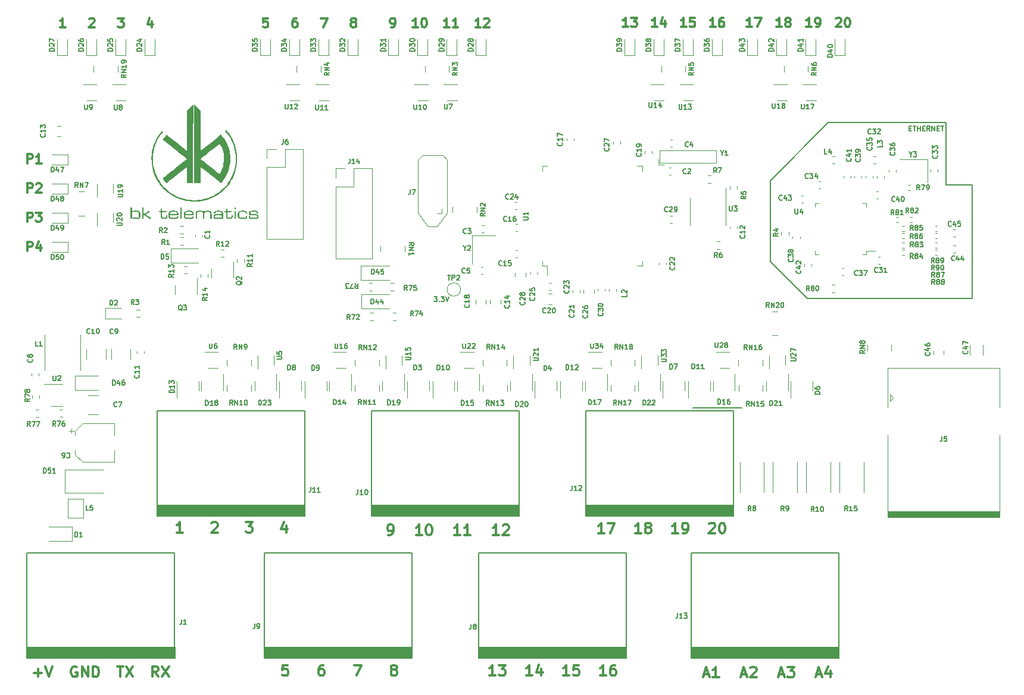
<source format=gbr>
%TF.GenerationSoftware,KiCad,Pcbnew,7.0.8*%
%TF.CreationDate,2023-12-19T12:05:06+02:00*%
%TF.ProjectId,serial_io_expander,73657269-616c-45f6-996f-5f657870616e,rev?*%
%TF.SameCoordinates,Original*%
%TF.FileFunction,Legend,Top*%
%TF.FilePolarity,Positive*%
%FSLAX46Y46*%
G04 Gerber Fmt 4.6, Leading zero omitted, Abs format (unit mm)*
G04 Created by KiCad (PCBNEW 7.0.8) date 2023-12-19 12:05:06*
%MOMM*%
%LPD*%
G01*
G04 APERTURE LIST*
%ADD10C,0.150000*%
%ADD11C,0.300000*%
%ADD12C,0.120000*%
%ADD13C,0.100000*%
G04 APERTURE END LIST*
D10*
X195180000Y-73410000D02*
X195180000Y-88310000D01*
X174680000Y-64560000D02*
X191430000Y-64560000D01*
X191430000Y-64560000D02*
X191430000Y-73410000D01*
X171680000Y-89560000D02*
X166430000Y-84310000D01*
X191430000Y-73410000D02*
X195180000Y-73410000D01*
X155400000Y-105125000D02*
X162350000Y-105125000D01*
X195180000Y-88310000D02*
X195180000Y-89560000D01*
X195180000Y-89560000D02*
X171680000Y-89560000D01*
X166430000Y-84310000D02*
X166430000Y-72810000D01*
X166430000Y-72810000D02*
X174680000Y-64560000D01*
D11*
X97597368Y-121950828D02*
X97597368Y-122950828D01*
X97240225Y-121379400D02*
X96883082Y-122450828D01*
X96883082Y-122450828D02*
X97811653Y-122450828D01*
X127840225Y-123300828D02*
X126983082Y-123300828D01*
X127411653Y-123300828D02*
X127411653Y-121800828D01*
X127411653Y-121800828D02*
X127268796Y-122015114D01*
X127268796Y-122015114D02*
X127125939Y-122157971D01*
X127125939Y-122157971D02*
X126983082Y-122229400D01*
X128411653Y-121943685D02*
X128483081Y-121872257D01*
X128483081Y-121872257D02*
X128625939Y-121800828D01*
X128625939Y-121800828D02*
X128983081Y-121800828D01*
X128983081Y-121800828D02*
X129125939Y-121872257D01*
X129125939Y-121872257D02*
X129197367Y-121943685D01*
X129197367Y-121943685D02*
X129268796Y-122086542D01*
X129268796Y-122086542D02*
X129268796Y-122229400D01*
X129268796Y-122229400D02*
X129197367Y-122443685D01*
X129197367Y-122443685D02*
X128340224Y-123300828D01*
X128340224Y-123300828D02*
X129268796Y-123300828D01*
X91861653Y-121450828D02*
X92790225Y-121450828D01*
X92790225Y-121450828D02*
X92290225Y-122022257D01*
X92290225Y-122022257D02*
X92504510Y-122022257D01*
X92504510Y-122022257D02*
X92647368Y-122093685D01*
X92647368Y-122093685D02*
X92718796Y-122165114D01*
X92718796Y-122165114D02*
X92790225Y-122307971D01*
X92790225Y-122307971D02*
X92790225Y-122665114D01*
X92790225Y-122665114D02*
X92718796Y-122807971D01*
X92718796Y-122807971D02*
X92647368Y-122879400D01*
X92647368Y-122879400D02*
X92504510Y-122950828D01*
X92504510Y-122950828D02*
X92075939Y-122950828D01*
X92075939Y-122950828D02*
X91933082Y-122879400D01*
X91933082Y-122879400D02*
X91861653Y-122807971D01*
X102558082Y-49675304D02*
X103424748Y-49675304D01*
X103424748Y-49675304D02*
X102867606Y-50975304D01*
X142799906Y-123050828D02*
X141942763Y-123050828D01*
X142371334Y-123050828D02*
X142371334Y-121550828D01*
X142371334Y-121550828D02*
X142228477Y-121765114D01*
X142228477Y-121765114D02*
X142085620Y-121907971D01*
X142085620Y-121907971D02*
X141942763Y-121979400D01*
X143299905Y-121550828D02*
X144299905Y-121550828D01*
X144299905Y-121550828D02*
X143657048Y-123050828D01*
X60806891Y-82825304D02*
X60806891Y-81525304D01*
X60806891Y-81525304D02*
X61302129Y-81525304D01*
X61302129Y-81525304D02*
X61425939Y-81587209D01*
X61425939Y-81587209D02*
X61487844Y-81649114D01*
X61487844Y-81649114D02*
X61549748Y-81772923D01*
X61549748Y-81772923D02*
X61549748Y-81958638D01*
X61549748Y-81958638D02*
X61487844Y-82082447D01*
X61487844Y-82082447D02*
X61425939Y-82144352D01*
X61425939Y-82144352D02*
X61302129Y-82206257D01*
X61302129Y-82206257D02*
X60806891Y-82206257D01*
X62664034Y-81958638D02*
X62664034Y-82825304D01*
X62354510Y-81463400D02*
X62044987Y-82391971D01*
X62044987Y-82391971D02*
X62849748Y-82391971D01*
X116887844Y-123300828D02*
X116030701Y-123300828D01*
X116459272Y-123300828D02*
X116459272Y-121800828D01*
X116459272Y-121800828D02*
X116316415Y-122015114D01*
X116316415Y-122015114D02*
X116173558Y-122157971D01*
X116173558Y-122157971D02*
X116030701Y-122229400D01*
X117816415Y-121800828D02*
X117959272Y-121800828D01*
X117959272Y-121800828D02*
X118102129Y-121872257D01*
X118102129Y-121872257D02*
X118173558Y-121943685D01*
X118173558Y-121943685D02*
X118244986Y-122086542D01*
X118244986Y-122086542D02*
X118316415Y-122372257D01*
X118316415Y-122372257D02*
X118316415Y-122729400D01*
X118316415Y-122729400D02*
X118244986Y-123015114D01*
X118244986Y-123015114D02*
X118173558Y-123157971D01*
X118173558Y-123157971D02*
X118102129Y-123229400D01*
X118102129Y-123229400D02*
X117959272Y-123300828D01*
X117959272Y-123300828D02*
X117816415Y-123300828D01*
X117816415Y-123300828D02*
X117673558Y-123229400D01*
X117673558Y-123229400D02*
X117602129Y-123157971D01*
X117602129Y-123157971D02*
X117530700Y-123015114D01*
X117530700Y-123015114D02*
X117459272Y-122729400D01*
X117459272Y-122729400D02*
X117459272Y-122372257D01*
X117459272Y-122372257D02*
X117530700Y-122086542D01*
X117530700Y-122086542D02*
X117602129Y-121943685D01*
X117602129Y-121943685D02*
X117673558Y-121872257D01*
X117673558Y-121872257D02*
X117816415Y-121800828D01*
X137840225Y-143300828D02*
X136983082Y-143300828D01*
X137411653Y-143300828D02*
X137411653Y-141800828D01*
X137411653Y-141800828D02*
X137268796Y-142015114D01*
X137268796Y-142015114D02*
X137125939Y-142157971D01*
X137125939Y-142157971D02*
X136983082Y-142229400D01*
X139197367Y-141800828D02*
X138483081Y-141800828D01*
X138483081Y-141800828D02*
X138411653Y-142515114D01*
X138411653Y-142515114D02*
X138483081Y-142443685D01*
X138483081Y-142443685D02*
X138625939Y-142372257D01*
X138625939Y-142372257D02*
X138983081Y-142372257D01*
X138983081Y-142372257D02*
X139125939Y-142443685D01*
X139125939Y-142443685D02*
X139197367Y-142515114D01*
X139197367Y-142515114D02*
X139268796Y-142657971D01*
X139268796Y-142657971D02*
X139268796Y-143015114D01*
X139268796Y-143015114D02*
X139197367Y-143157971D01*
X139197367Y-143157971D02*
X139125939Y-143229400D01*
X139125939Y-143229400D02*
X138983081Y-143300828D01*
X138983081Y-143300828D02*
X138625939Y-143300828D01*
X138625939Y-143300828D02*
X138483081Y-143229400D01*
X138483081Y-143229400D02*
X138411653Y-143157971D01*
X150354510Y-50925304D02*
X149611653Y-50925304D01*
X149983081Y-50925304D02*
X149983081Y-49625304D01*
X149983081Y-49625304D02*
X149859272Y-49811019D01*
X149859272Y-49811019D02*
X149735462Y-49934828D01*
X149735462Y-49934828D02*
X149611653Y-49996733D01*
X151468795Y-50058638D02*
X151468795Y-50925304D01*
X151159271Y-49563400D02*
X150849748Y-50491971D01*
X150849748Y-50491971D02*
X151654509Y-50491971D01*
X99064034Y-49675304D02*
X98816415Y-49675304D01*
X98816415Y-49675304D02*
X98692606Y-49737209D01*
X98692606Y-49737209D02*
X98630701Y-49799114D01*
X98630701Y-49799114D02*
X98506891Y-49984828D01*
X98506891Y-49984828D02*
X98444987Y-50232447D01*
X98444987Y-50232447D02*
X98444987Y-50727685D01*
X98444987Y-50727685D02*
X98506891Y-50851495D01*
X98506891Y-50851495D02*
X98568796Y-50913400D01*
X98568796Y-50913400D02*
X98692606Y-50975304D01*
X98692606Y-50975304D02*
X98940225Y-50975304D01*
X98940225Y-50975304D02*
X99064034Y-50913400D01*
X99064034Y-50913400D02*
X99125939Y-50851495D01*
X99125939Y-50851495D02*
X99187844Y-50727685D01*
X99187844Y-50727685D02*
X99187844Y-50418161D01*
X99187844Y-50418161D02*
X99125939Y-50294352D01*
X99125939Y-50294352D02*
X99064034Y-50232447D01*
X99064034Y-50232447D02*
X98940225Y-50170542D01*
X98940225Y-50170542D02*
X98692606Y-50170542D01*
X98692606Y-50170542D02*
X98568796Y-50232447D01*
X98568796Y-50232447D02*
X98506891Y-50294352D01*
X98506891Y-50294352D02*
X98444987Y-50418161D01*
X102897368Y-141800828D02*
X102611653Y-141800828D01*
X102611653Y-141800828D02*
X102468796Y-141872257D01*
X102468796Y-141872257D02*
X102397368Y-141943685D01*
X102397368Y-141943685D02*
X102254510Y-142157971D01*
X102254510Y-142157971D02*
X102183082Y-142443685D01*
X102183082Y-142443685D02*
X102183082Y-143015114D01*
X102183082Y-143015114D02*
X102254510Y-143157971D01*
X102254510Y-143157971D02*
X102325939Y-143229400D01*
X102325939Y-143229400D02*
X102468796Y-143300828D01*
X102468796Y-143300828D02*
X102754510Y-143300828D01*
X102754510Y-143300828D02*
X102897368Y-143229400D01*
X102897368Y-143229400D02*
X102968796Y-143157971D01*
X102968796Y-143157971D02*
X103040225Y-143015114D01*
X103040225Y-143015114D02*
X103040225Y-142657971D01*
X103040225Y-142657971D02*
X102968796Y-142515114D01*
X102968796Y-142515114D02*
X102897368Y-142443685D01*
X102897368Y-142443685D02*
X102754510Y-142372257D01*
X102754510Y-142372257D02*
X102468796Y-142372257D01*
X102468796Y-142372257D02*
X102325939Y-142443685D01*
X102325939Y-142443685D02*
X102254510Y-142515114D01*
X102254510Y-142515114D02*
X102183082Y-142657971D01*
X112125939Y-123300828D02*
X112411653Y-123300828D01*
X112411653Y-123300828D02*
X112554510Y-123229400D01*
X112554510Y-123229400D02*
X112625939Y-123157971D01*
X112625939Y-123157971D02*
X112768796Y-122943685D01*
X112768796Y-122943685D02*
X112840225Y-122657971D01*
X112840225Y-122657971D02*
X112840225Y-122086542D01*
X112840225Y-122086542D02*
X112768796Y-121943685D01*
X112768796Y-121943685D02*
X112697368Y-121872257D01*
X112697368Y-121872257D02*
X112554510Y-121800828D01*
X112554510Y-121800828D02*
X112268796Y-121800828D01*
X112268796Y-121800828D02*
X112125939Y-121872257D01*
X112125939Y-121872257D02*
X112054510Y-121943685D01*
X112054510Y-121943685D02*
X111983082Y-122086542D01*
X111983082Y-122086542D02*
X111983082Y-122443685D01*
X111983082Y-122443685D02*
X112054510Y-122586542D01*
X112054510Y-122586542D02*
X112125939Y-122657971D01*
X112125939Y-122657971D02*
X112268796Y-122729400D01*
X112268796Y-122729400D02*
X112554510Y-122729400D01*
X112554510Y-122729400D02*
X112697368Y-122657971D01*
X112697368Y-122657971D02*
X112768796Y-122586542D01*
X112768796Y-122586542D02*
X112840225Y-122443685D01*
X172983082Y-143122257D02*
X173697368Y-143122257D01*
X172840225Y-143550828D02*
X173340225Y-142050828D01*
X173340225Y-142050828D02*
X173840225Y-143550828D01*
X174983082Y-142550828D02*
X174983082Y-143550828D01*
X174625939Y-141979400D02*
X174268796Y-143050828D01*
X174268796Y-143050828D02*
X175197367Y-143050828D01*
X73580701Y-141975828D02*
X74437844Y-141975828D01*
X74009272Y-143475828D02*
X74009272Y-141975828D01*
X74794986Y-141975828D02*
X75794986Y-143475828D01*
X75794986Y-141975828D02*
X74794986Y-143475828D01*
X78489034Y-50108638D02*
X78489034Y-50975304D01*
X78179510Y-49613400D02*
X77869987Y-50541971D01*
X77869987Y-50541971D02*
X78674748Y-50541971D01*
X132590225Y-143300828D02*
X131733082Y-143300828D01*
X132161653Y-143300828D02*
X132161653Y-141800828D01*
X132161653Y-141800828D02*
X132018796Y-142015114D01*
X132018796Y-142015114D02*
X131875939Y-142157971D01*
X131875939Y-142157971D02*
X131733082Y-142229400D01*
X133875939Y-142300828D02*
X133875939Y-143300828D01*
X133518796Y-141729400D02*
X133161653Y-142800828D01*
X133161653Y-142800828D02*
X134090224Y-142800828D01*
X73666414Y-49675304D02*
X74471176Y-49675304D01*
X74471176Y-49675304D02*
X74037842Y-50170542D01*
X74037842Y-50170542D02*
X74223557Y-50170542D01*
X74223557Y-50170542D02*
X74347366Y-50232447D01*
X74347366Y-50232447D02*
X74409271Y-50294352D01*
X74409271Y-50294352D02*
X74471176Y-50418161D01*
X74471176Y-50418161D02*
X74471176Y-50727685D01*
X74471176Y-50727685D02*
X74409271Y-50851495D01*
X74409271Y-50851495D02*
X74347366Y-50913400D01*
X74347366Y-50913400D02*
X74223557Y-50975304D01*
X74223557Y-50975304D02*
X73852128Y-50975304D01*
X73852128Y-50975304D02*
X73728319Y-50913400D01*
X73728319Y-50913400D02*
X73666414Y-50851495D01*
X60806891Y-74491970D02*
X60806891Y-73191970D01*
X60806891Y-73191970D02*
X61302129Y-73191970D01*
X61302129Y-73191970D02*
X61425939Y-73253875D01*
X61425939Y-73253875D02*
X61487844Y-73315780D01*
X61487844Y-73315780D02*
X61549748Y-73439589D01*
X61549748Y-73439589D02*
X61549748Y-73625304D01*
X61549748Y-73625304D02*
X61487844Y-73749113D01*
X61487844Y-73749113D02*
X61425939Y-73811018D01*
X61425939Y-73811018D02*
X61302129Y-73872923D01*
X61302129Y-73872923D02*
X60806891Y-73872923D01*
X62044987Y-73315780D02*
X62106891Y-73253875D01*
X62106891Y-73253875D02*
X62230701Y-73191970D01*
X62230701Y-73191970D02*
X62540225Y-73191970D01*
X62540225Y-73191970D02*
X62664034Y-73253875D01*
X62664034Y-73253875D02*
X62725939Y-73315780D01*
X62725939Y-73315780D02*
X62787844Y-73439589D01*
X62787844Y-73439589D02*
X62787844Y-73563399D01*
X62787844Y-73563399D02*
X62725939Y-73749113D01*
X62725939Y-73749113D02*
X61983082Y-74491970D01*
X61983082Y-74491970D02*
X62787844Y-74491970D01*
X158637844Y-50925304D02*
X157894987Y-50925304D01*
X158266415Y-50925304D02*
X158266415Y-49625304D01*
X158266415Y-49625304D02*
X158142606Y-49811019D01*
X158142606Y-49811019D02*
X158018796Y-49934828D01*
X158018796Y-49934828D02*
X157894987Y-49996733D01*
X159752129Y-49625304D02*
X159504510Y-49625304D01*
X159504510Y-49625304D02*
X159380701Y-49687209D01*
X159380701Y-49687209D02*
X159318796Y-49749114D01*
X159318796Y-49749114D02*
X159194986Y-49934828D01*
X159194986Y-49934828D02*
X159133082Y-50182447D01*
X159133082Y-50182447D02*
X159133082Y-50677685D01*
X159133082Y-50677685D02*
X159194986Y-50801495D01*
X159194986Y-50801495D02*
X159256891Y-50863400D01*
X159256891Y-50863400D02*
X159380701Y-50925304D01*
X159380701Y-50925304D02*
X159628320Y-50925304D01*
X159628320Y-50925304D02*
X159752129Y-50863400D01*
X159752129Y-50863400D02*
X159814034Y-50801495D01*
X159814034Y-50801495D02*
X159875939Y-50677685D01*
X159875939Y-50677685D02*
X159875939Y-50368161D01*
X159875939Y-50368161D02*
X159814034Y-50244352D01*
X159814034Y-50244352D02*
X159752129Y-50182447D01*
X159752129Y-50182447D02*
X159628320Y-50120542D01*
X159628320Y-50120542D02*
X159380701Y-50120542D01*
X159380701Y-50120542D02*
X159256891Y-50182447D01*
X159256891Y-50182447D02*
X159194986Y-50244352D01*
X159194986Y-50244352D02*
X159133082Y-50368161D01*
X116329114Y-50975304D02*
X115586257Y-50975304D01*
X115957685Y-50975304D02*
X115957685Y-49675304D01*
X115957685Y-49675304D02*
X115833876Y-49861019D01*
X115833876Y-49861019D02*
X115710066Y-49984828D01*
X115710066Y-49984828D02*
X115586257Y-50046733D01*
X117133875Y-49675304D02*
X117257685Y-49675304D01*
X117257685Y-49675304D02*
X117381494Y-49737209D01*
X117381494Y-49737209D02*
X117443399Y-49799114D01*
X117443399Y-49799114D02*
X117505304Y-49922923D01*
X117505304Y-49922923D02*
X117567209Y-50170542D01*
X117567209Y-50170542D02*
X117567209Y-50480066D01*
X117567209Y-50480066D02*
X117505304Y-50727685D01*
X117505304Y-50727685D02*
X117443399Y-50851495D01*
X117443399Y-50851495D02*
X117381494Y-50913400D01*
X117381494Y-50913400D02*
X117257685Y-50975304D01*
X117257685Y-50975304D02*
X117133875Y-50975304D01*
X117133875Y-50975304D02*
X117010066Y-50913400D01*
X117010066Y-50913400D02*
X116948161Y-50851495D01*
X116948161Y-50851495D02*
X116886256Y-50727685D01*
X116886256Y-50727685D02*
X116824352Y-50480066D01*
X116824352Y-50480066D02*
X116824352Y-50170542D01*
X116824352Y-50170542D02*
X116886256Y-49922923D01*
X116886256Y-49922923D02*
X116948161Y-49799114D01*
X116948161Y-49799114D02*
X117010066Y-49737209D01*
X117010066Y-49737209D02*
X117133875Y-49675304D01*
X79411653Y-143475828D02*
X78911653Y-142761542D01*
X78554510Y-143475828D02*
X78554510Y-141975828D01*
X78554510Y-141975828D02*
X79125939Y-141975828D01*
X79125939Y-141975828D02*
X79268796Y-142047257D01*
X79268796Y-142047257D02*
X79340225Y-142118685D01*
X79340225Y-142118685D02*
X79411653Y-142261542D01*
X79411653Y-142261542D02*
X79411653Y-142475828D01*
X79411653Y-142475828D02*
X79340225Y-142618685D01*
X79340225Y-142618685D02*
X79268796Y-142690114D01*
X79268796Y-142690114D02*
X79125939Y-142761542D01*
X79125939Y-142761542D02*
X78554510Y-142761542D01*
X79911653Y-141975828D02*
X80911653Y-143475828D01*
X80911653Y-141975828D02*
X79911653Y-143475828D01*
X122364034Y-123300828D02*
X121506891Y-123300828D01*
X121935462Y-123300828D02*
X121935462Y-121800828D01*
X121935462Y-121800828D02*
X121792605Y-122015114D01*
X121792605Y-122015114D02*
X121649748Y-122157971D01*
X121649748Y-122157971D02*
X121506891Y-122229400D01*
X123792605Y-123300828D02*
X122935462Y-123300828D01*
X123364033Y-123300828D02*
X123364033Y-121800828D01*
X123364033Y-121800828D02*
X123221176Y-122015114D01*
X123221176Y-122015114D02*
X123078319Y-122157971D01*
X123078319Y-122157971D02*
X122935462Y-122229400D01*
X127340225Y-143300828D02*
X126483082Y-143300828D01*
X126911653Y-143300828D02*
X126911653Y-141800828D01*
X126911653Y-141800828D02*
X126768796Y-142015114D01*
X126768796Y-142015114D02*
X126625939Y-142157971D01*
X126625939Y-142157971D02*
X126483082Y-142229400D01*
X127840224Y-141800828D02*
X128768796Y-141800828D01*
X128768796Y-141800828D02*
X128268796Y-142372257D01*
X128268796Y-142372257D02*
X128483081Y-142372257D01*
X128483081Y-142372257D02*
X128625939Y-142443685D01*
X128625939Y-142443685D02*
X128697367Y-142515114D01*
X128697367Y-142515114D02*
X128768796Y-142657971D01*
X128768796Y-142657971D02*
X128768796Y-143015114D01*
X128768796Y-143015114D02*
X128697367Y-143157971D01*
X128697367Y-143157971D02*
X128625939Y-143229400D01*
X128625939Y-143229400D02*
X128483081Y-143300828D01*
X128483081Y-143300828D02*
X128054510Y-143300828D01*
X128054510Y-143300828D02*
X127911653Y-143229400D01*
X127911653Y-143229400D02*
X127840224Y-143157971D01*
X82890225Y-122950828D02*
X82033082Y-122950828D01*
X82461653Y-122950828D02*
X82461653Y-121450828D01*
X82461653Y-121450828D02*
X82318796Y-121665114D01*
X82318796Y-121665114D02*
X82175939Y-121807971D01*
X82175939Y-121807971D02*
X82033082Y-121879400D01*
X154496176Y-50925304D02*
X153753319Y-50925304D01*
X154124747Y-50925304D02*
X154124747Y-49625304D01*
X154124747Y-49625304D02*
X154000938Y-49811019D01*
X154000938Y-49811019D02*
X153877128Y-49934828D01*
X153877128Y-49934828D02*
X153753319Y-49996733D01*
X155672366Y-49625304D02*
X155053318Y-49625304D01*
X155053318Y-49625304D02*
X154991414Y-50244352D01*
X154991414Y-50244352D02*
X155053318Y-50182447D01*
X155053318Y-50182447D02*
X155177128Y-50120542D01*
X155177128Y-50120542D02*
X155486652Y-50120542D01*
X155486652Y-50120542D02*
X155610461Y-50182447D01*
X155610461Y-50182447D02*
X155672366Y-50244352D01*
X155672366Y-50244352D02*
X155734271Y-50368161D01*
X155734271Y-50368161D02*
X155734271Y-50677685D01*
X155734271Y-50677685D02*
X155672366Y-50801495D01*
X155672366Y-50801495D02*
X155610461Y-50863400D01*
X155610461Y-50863400D02*
X155486652Y-50925304D01*
X155486652Y-50925304D02*
X155177128Y-50925304D01*
X155177128Y-50925304D02*
X155053318Y-50863400D01*
X155053318Y-50863400D02*
X154991414Y-50801495D01*
X148063345Y-123050828D02*
X147206202Y-123050828D01*
X147634773Y-123050828D02*
X147634773Y-121550828D01*
X147634773Y-121550828D02*
X147491916Y-121765114D01*
X147491916Y-121765114D02*
X147349059Y-121907971D01*
X147349059Y-121907971D02*
X147206202Y-121979400D01*
X148920487Y-122193685D02*
X148777630Y-122122257D01*
X148777630Y-122122257D02*
X148706201Y-122050828D01*
X148706201Y-122050828D02*
X148634773Y-121907971D01*
X148634773Y-121907971D02*
X148634773Y-121836542D01*
X148634773Y-121836542D02*
X148706201Y-121693685D01*
X148706201Y-121693685D02*
X148777630Y-121622257D01*
X148777630Y-121622257D02*
X148920487Y-121550828D01*
X148920487Y-121550828D02*
X149206201Y-121550828D01*
X149206201Y-121550828D02*
X149349059Y-121622257D01*
X149349059Y-121622257D02*
X149420487Y-121693685D01*
X149420487Y-121693685D02*
X149491916Y-121836542D01*
X149491916Y-121836542D02*
X149491916Y-121907971D01*
X149491916Y-121907971D02*
X149420487Y-122050828D01*
X149420487Y-122050828D02*
X149349059Y-122122257D01*
X149349059Y-122122257D02*
X149206201Y-122193685D01*
X149206201Y-122193685D02*
X148920487Y-122193685D01*
X148920487Y-122193685D02*
X148777630Y-122265114D01*
X148777630Y-122265114D02*
X148706201Y-122336542D01*
X148706201Y-122336542D02*
X148634773Y-122479400D01*
X148634773Y-122479400D02*
X148634773Y-122765114D01*
X148634773Y-122765114D02*
X148706201Y-122907971D01*
X148706201Y-122907971D02*
X148777630Y-122979400D01*
X148777630Y-122979400D02*
X148920487Y-123050828D01*
X148920487Y-123050828D02*
X149206201Y-123050828D01*
X149206201Y-123050828D02*
X149349059Y-122979400D01*
X149349059Y-122979400D02*
X149420487Y-122907971D01*
X149420487Y-122907971D02*
X149491916Y-122765114D01*
X149491916Y-122765114D02*
X149491916Y-122479400D01*
X149491916Y-122479400D02*
X149420487Y-122336542D01*
X149420487Y-122336542D02*
X149349059Y-122265114D01*
X149349059Y-122265114D02*
X149206201Y-122193685D01*
X125237844Y-50975304D02*
X124494987Y-50975304D01*
X124866415Y-50975304D02*
X124866415Y-49675304D01*
X124866415Y-49675304D02*
X124742606Y-49861019D01*
X124742606Y-49861019D02*
X124618796Y-49984828D01*
X124618796Y-49984828D02*
X124494987Y-50046733D01*
X125733082Y-49799114D02*
X125794986Y-49737209D01*
X125794986Y-49737209D02*
X125918796Y-49675304D01*
X125918796Y-49675304D02*
X126228320Y-49675304D01*
X126228320Y-49675304D02*
X126352129Y-49737209D01*
X126352129Y-49737209D02*
X126414034Y-49799114D01*
X126414034Y-49799114D02*
X126475939Y-49922923D01*
X126475939Y-49922923D02*
X126475939Y-50046733D01*
X126475939Y-50046733D02*
X126414034Y-50232447D01*
X126414034Y-50232447D02*
X125671177Y-50975304D01*
X125671177Y-50975304D02*
X126475939Y-50975304D01*
D10*
X186195350Y-65349866D02*
X186428684Y-65349866D01*
X186528684Y-65716533D02*
X186195350Y-65716533D01*
X186195350Y-65716533D02*
X186195350Y-65016533D01*
X186195350Y-65016533D02*
X186528684Y-65016533D01*
X186728683Y-65016533D02*
X187128683Y-65016533D01*
X186928683Y-65716533D02*
X186928683Y-65016533D01*
X187362016Y-65716533D02*
X187362016Y-65016533D01*
X187362016Y-65349866D02*
X187762016Y-65349866D01*
X187762016Y-65716533D02*
X187762016Y-65016533D01*
X188095349Y-65349866D02*
X188328683Y-65349866D01*
X188428683Y-65716533D02*
X188095349Y-65716533D01*
X188095349Y-65716533D02*
X188095349Y-65016533D01*
X188095349Y-65016533D02*
X188428683Y-65016533D01*
X189128682Y-65716533D02*
X188895349Y-65383200D01*
X188728682Y-65716533D02*
X188728682Y-65016533D01*
X188728682Y-65016533D02*
X188995349Y-65016533D01*
X188995349Y-65016533D02*
X189062016Y-65049866D01*
X189062016Y-65049866D02*
X189095349Y-65083200D01*
X189095349Y-65083200D02*
X189128682Y-65149866D01*
X189128682Y-65149866D02*
X189128682Y-65249866D01*
X189128682Y-65249866D02*
X189095349Y-65316533D01*
X189095349Y-65316533D02*
X189062016Y-65349866D01*
X189062016Y-65349866D02*
X188995349Y-65383200D01*
X188995349Y-65383200D02*
X188728682Y-65383200D01*
X189428682Y-65716533D02*
X189428682Y-65016533D01*
X189428682Y-65016533D02*
X189828682Y-65716533D01*
X189828682Y-65716533D02*
X189828682Y-65016533D01*
X190162015Y-65349866D02*
X190395349Y-65349866D01*
X190495349Y-65716533D02*
X190162015Y-65716533D01*
X190162015Y-65716533D02*
X190162015Y-65016533D01*
X190162015Y-65016533D02*
X190495349Y-65016533D01*
X190695348Y-65016533D02*
X191095348Y-65016533D01*
X190895348Y-65716533D02*
X190895348Y-65016533D01*
D11*
X153326784Y-123050828D02*
X152469641Y-123050828D01*
X152898212Y-123050828D02*
X152898212Y-121550828D01*
X152898212Y-121550828D02*
X152755355Y-121765114D01*
X152755355Y-121765114D02*
X152612498Y-121907971D01*
X152612498Y-121907971D02*
X152469641Y-121979400D01*
X154041069Y-123050828D02*
X154326783Y-123050828D01*
X154326783Y-123050828D02*
X154469640Y-122979400D01*
X154469640Y-122979400D02*
X154541069Y-122907971D01*
X154541069Y-122907971D02*
X154683926Y-122693685D01*
X154683926Y-122693685D02*
X154755355Y-122407971D01*
X154755355Y-122407971D02*
X154755355Y-121836542D01*
X154755355Y-121836542D02*
X154683926Y-121693685D01*
X154683926Y-121693685D02*
X154612498Y-121622257D01*
X154612498Y-121622257D02*
X154469640Y-121550828D01*
X154469640Y-121550828D02*
X154183926Y-121550828D01*
X154183926Y-121550828D02*
X154041069Y-121622257D01*
X154041069Y-121622257D02*
X153969640Y-121693685D01*
X153969640Y-121693685D02*
X153898212Y-121836542D01*
X153898212Y-121836542D02*
X153898212Y-122193685D01*
X153898212Y-122193685D02*
X153969640Y-122336542D01*
X153969640Y-122336542D02*
X154041069Y-122407971D01*
X154041069Y-122407971D02*
X154183926Y-122479400D01*
X154183926Y-122479400D02*
X154469640Y-122479400D01*
X154469640Y-122479400D02*
X154612498Y-122407971D01*
X154612498Y-122407971D02*
X154683926Y-122336542D01*
X154683926Y-122336542D02*
X154755355Y-122193685D01*
D10*
X118628684Y-89316533D02*
X119062017Y-89316533D01*
X119062017Y-89316533D02*
X118828684Y-89583200D01*
X118828684Y-89583200D02*
X118928684Y-89583200D01*
X118928684Y-89583200D02*
X118995350Y-89616533D01*
X118995350Y-89616533D02*
X119028684Y-89649866D01*
X119028684Y-89649866D02*
X119062017Y-89716533D01*
X119062017Y-89716533D02*
X119062017Y-89883200D01*
X119062017Y-89883200D02*
X119028684Y-89949866D01*
X119028684Y-89949866D02*
X118995350Y-89983200D01*
X118995350Y-89983200D02*
X118928684Y-90016533D01*
X118928684Y-90016533D02*
X118728684Y-90016533D01*
X118728684Y-90016533D02*
X118662017Y-89983200D01*
X118662017Y-89983200D02*
X118628684Y-89949866D01*
X119362017Y-89949866D02*
X119395351Y-89983200D01*
X119395351Y-89983200D02*
X119362017Y-90016533D01*
X119362017Y-90016533D02*
X119328684Y-89983200D01*
X119328684Y-89983200D02*
X119362017Y-89949866D01*
X119362017Y-89949866D02*
X119362017Y-90016533D01*
X119628684Y-89316533D02*
X120062017Y-89316533D01*
X120062017Y-89316533D02*
X119828684Y-89583200D01*
X119828684Y-89583200D02*
X119928684Y-89583200D01*
X119928684Y-89583200D02*
X119995350Y-89616533D01*
X119995350Y-89616533D02*
X120028684Y-89649866D01*
X120028684Y-89649866D02*
X120062017Y-89716533D01*
X120062017Y-89716533D02*
X120062017Y-89883200D01*
X120062017Y-89883200D02*
X120028684Y-89949866D01*
X120028684Y-89949866D02*
X119995350Y-89983200D01*
X119995350Y-89983200D02*
X119928684Y-90016533D01*
X119928684Y-90016533D02*
X119728684Y-90016533D01*
X119728684Y-90016533D02*
X119662017Y-89983200D01*
X119662017Y-89983200D02*
X119628684Y-89949866D01*
X120262017Y-89316533D02*
X120495351Y-90016533D01*
X120495351Y-90016533D02*
X120728684Y-89316533D01*
D11*
X157733082Y-121693685D02*
X157804510Y-121622257D01*
X157804510Y-121622257D02*
X157947368Y-121550828D01*
X157947368Y-121550828D02*
X158304510Y-121550828D01*
X158304510Y-121550828D02*
X158447368Y-121622257D01*
X158447368Y-121622257D02*
X158518796Y-121693685D01*
X158518796Y-121693685D02*
X158590225Y-121836542D01*
X158590225Y-121836542D02*
X158590225Y-121979400D01*
X158590225Y-121979400D02*
X158518796Y-122193685D01*
X158518796Y-122193685D02*
X157661653Y-123050828D01*
X157661653Y-123050828D02*
X158590225Y-123050828D01*
X159518796Y-121550828D02*
X159661653Y-121550828D01*
X159661653Y-121550828D02*
X159804510Y-121622257D01*
X159804510Y-121622257D02*
X159875939Y-121693685D01*
X159875939Y-121693685D02*
X159947367Y-121836542D01*
X159947367Y-121836542D02*
X160018796Y-122122257D01*
X160018796Y-122122257D02*
X160018796Y-122479400D01*
X160018796Y-122479400D02*
X159947367Y-122765114D01*
X159947367Y-122765114D02*
X159875939Y-122907971D01*
X159875939Y-122907971D02*
X159804510Y-122979400D01*
X159804510Y-122979400D02*
X159661653Y-123050828D01*
X159661653Y-123050828D02*
X159518796Y-123050828D01*
X159518796Y-123050828D02*
X159375939Y-122979400D01*
X159375939Y-122979400D02*
X159304510Y-122907971D01*
X159304510Y-122907971D02*
X159233081Y-122765114D01*
X159233081Y-122765114D02*
X159161653Y-122479400D01*
X159161653Y-122479400D02*
X159161653Y-122122257D01*
X159161653Y-122122257D02*
X159233081Y-121836542D01*
X159233081Y-121836542D02*
X159304510Y-121693685D01*
X159304510Y-121693685D02*
X159375939Y-121622257D01*
X159375939Y-121622257D02*
X159518796Y-121550828D01*
X107261653Y-141800828D02*
X108261653Y-141800828D01*
X108261653Y-141800828D02*
X107618796Y-143300828D01*
X163837844Y-50925304D02*
X163094987Y-50925304D01*
X163466415Y-50925304D02*
X163466415Y-49625304D01*
X163466415Y-49625304D02*
X163342606Y-49811019D01*
X163342606Y-49811019D02*
X163218796Y-49934828D01*
X163218796Y-49934828D02*
X163094987Y-49996733D01*
X164271177Y-49625304D02*
X165137843Y-49625304D01*
X165137843Y-49625304D02*
X164580701Y-50925304D01*
X146212844Y-50925304D02*
X145469987Y-50925304D01*
X145841415Y-50925304D02*
X145841415Y-49625304D01*
X145841415Y-49625304D02*
X145717606Y-49811019D01*
X145717606Y-49811019D02*
X145593796Y-49934828D01*
X145593796Y-49934828D02*
X145469987Y-49996733D01*
X146646177Y-49625304D02*
X147450939Y-49625304D01*
X147450939Y-49625304D02*
X147017605Y-50120542D01*
X147017605Y-50120542D02*
X147203320Y-50120542D01*
X147203320Y-50120542D02*
X147327129Y-50182447D01*
X147327129Y-50182447D02*
X147389034Y-50244352D01*
X147389034Y-50244352D02*
X147450939Y-50368161D01*
X147450939Y-50368161D02*
X147450939Y-50677685D01*
X147450939Y-50677685D02*
X147389034Y-50801495D01*
X147389034Y-50801495D02*
X147327129Y-50863400D01*
X147327129Y-50863400D02*
X147203320Y-50925304D01*
X147203320Y-50925304D02*
X146831891Y-50925304D01*
X146831891Y-50925304D02*
X146708082Y-50863400D01*
X146708082Y-50863400D02*
X146646177Y-50801495D01*
X94950939Y-49675304D02*
X94331891Y-49675304D01*
X94331891Y-49675304D02*
X94269987Y-50294352D01*
X94269987Y-50294352D02*
X94331891Y-50232447D01*
X94331891Y-50232447D02*
X94455701Y-50170542D01*
X94455701Y-50170542D02*
X94765225Y-50170542D01*
X94765225Y-50170542D02*
X94889034Y-50232447D01*
X94889034Y-50232447D02*
X94950939Y-50294352D01*
X94950939Y-50294352D02*
X95012844Y-50418161D01*
X95012844Y-50418161D02*
X95012844Y-50727685D01*
X95012844Y-50727685D02*
X94950939Y-50851495D01*
X94950939Y-50851495D02*
X94889034Y-50913400D01*
X94889034Y-50913400D02*
X94765225Y-50975304D01*
X94765225Y-50975304D02*
X94455701Y-50975304D01*
X94455701Y-50975304D02*
X94331891Y-50913400D01*
X94331891Y-50913400D02*
X94269987Y-50851495D01*
X67821177Y-142047257D02*
X67678320Y-141975828D01*
X67678320Y-141975828D02*
X67464034Y-141975828D01*
X67464034Y-141975828D02*
X67249748Y-142047257D01*
X67249748Y-142047257D02*
X67106891Y-142190114D01*
X67106891Y-142190114D02*
X67035462Y-142332971D01*
X67035462Y-142332971D02*
X66964034Y-142618685D01*
X66964034Y-142618685D02*
X66964034Y-142832971D01*
X66964034Y-142832971D02*
X67035462Y-143118685D01*
X67035462Y-143118685D02*
X67106891Y-143261542D01*
X67106891Y-143261542D02*
X67249748Y-143404400D01*
X67249748Y-143404400D02*
X67464034Y-143475828D01*
X67464034Y-143475828D02*
X67606891Y-143475828D01*
X67606891Y-143475828D02*
X67821177Y-143404400D01*
X67821177Y-143404400D02*
X67892605Y-143332971D01*
X67892605Y-143332971D02*
X67892605Y-142832971D01*
X67892605Y-142832971D02*
X67606891Y-142832971D01*
X68535462Y-143475828D02*
X68535462Y-141975828D01*
X68535462Y-141975828D02*
X69392605Y-143475828D01*
X69392605Y-143475828D02*
X69392605Y-141975828D01*
X70106891Y-143475828D02*
X70106891Y-141975828D01*
X70106891Y-141975828D02*
X70464034Y-141975828D01*
X70464034Y-141975828D02*
X70678320Y-142047257D01*
X70678320Y-142047257D02*
X70821177Y-142190114D01*
X70821177Y-142190114D02*
X70892606Y-142332971D01*
X70892606Y-142332971D02*
X70964034Y-142618685D01*
X70964034Y-142618685D02*
X70964034Y-142832971D01*
X70964034Y-142832971D02*
X70892606Y-143118685D01*
X70892606Y-143118685D02*
X70821177Y-143261542D01*
X70821177Y-143261542D02*
X70678320Y-143404400D01*
X70678320Y-143404400D02*
X70464034Y-143475828D01*
X70464034Y-143475828D02*
X70106891Y-143475828D01*
X86983082Y-121593685D02*
X87054510Y-121522257D01*
X87054510Y-121522257D02*
X87197368Y-121450828D01*
X87197368Y-121450828D02*
X87554510Y-121450828D01*
X87554510Y-121450828D02*
X87697368Y-121522257D01*
X87697368Y-121522257D02*
X87768796Y-121593685D01*
X87768796Y-121593685D02*
X87840225Y-121736542D01*
X87840225Y-121736542D02*
X87840225Y-121879400D01*
X87840225Y-121879400D02*
X87768796Y-122093685D01*
X87768796Y-122093685D02*
X86911653Y-122950828D01*
X86911653Y-122950828D02*
X87840225Y-122950828D01*
X143090225Y-143300828D02*
X142233082Y-143300828D01*
X142661653Y-143300828D02*
X142661653Y-141800828D01*
X142661653Y-141800828D02*
X142518796Y-142015114D01*
X142518796Y-142015114D02*
X142375939Y-142157971D01*
X142375939Y-142157971D02*
X142233082Y-142229400D01*
X144375939Y-141800828D02*
X144090224Y-141800828D01*
X144090224Y-141800828D02*
X143947367Y-141872257D01*
X143947367Y-141872257D02*
X143875939Y-141943685D01*
X143875939Y-141943685D02*
X143733081Y-142157971D01*
X143733081Y-142157971D02*
X143661653Y-142443685D01*
X143661653Y-142443685D02*
X143661653Y-143015114D01*
X143661653Y-143015114D02*
X143733081Y-143157971D01*
X143733081Y-143157971D02*
X143804510Y-143229400D01*
X143804510Y-143229400D02*
X143947367Y-143300828D01*
X143947367Y-143300828D02*
X144233081Y-143300828D01*
X144233081Y-143300828D02*
X144375939Y-143229400D01*
X144375939Y-143229400D02*
X144447367Y-143157971D01*
X144447367Y-143157971D02*
X144518796Y-143015114D01*
X144518796Y-143015114D02*
X144518796Y-142657971D01*
X144518796Y-142657971D02*
X144447367Y-142515114D01*
X144447367Y-142515114D02*
X144375939Y-142443685D01*
X144375939Y-142443685D02*
X144233081Y-142372257D01*
X144233081Y-142372257D02*
X143947367Y-142372257D01*
X143947367Y-142372257D02*
X143804510Y-142443685D01*
X143804510Y-142443685D02*
X143733081Y-142515114D01*
X143733081Y-142515114D02*
X143661653Y-142657971D01*
X97818796Y-141800828D02*
X97104510Y-141800828D01*
X97104510Y-141800828D02*
X97033082Y-142515114D01*
X97033082Y-142515114D02*
X97104510Y-142443685D01*
X97104510Y-142443685D02*
X97247368Y-142372257D01*
X97247368Y-142372257D02*
X97604510Y-142372257D01*
X97604510Y-142372257D02*
X97747368Y-142443685D01*
X97747368Y-142443685D02*
X97818796Y-142515114D01*
X97818796Y-142515114D02*
X97890225Y-142657971D01*
X97890225Y-142657971D02*
X97890225Y-143015114D01*
X97890225Y-143015114D02*
X97818796Y-143157971D01*
X97818796Y-143157971D02*
X97747368Y-143229400D01*
X97747368Y-143229400D02*
X97604510Y-143300828D01*
X97604510Y-143300828D02*
X97247368Y-143300828D01*
X97247368Y-143300828D02*
X97104510Y-143229400D01*
X97104510Y-143229400D02*
X97033082Y-143157971D01*
X167649748Y-143122257D02*
X168364034Y-143122257D01*
X167506891Y-143550828D02*
X168006891Y-142050828D01*
X168006891Y-142050828D02*
X168506891Y-143550828D01*
X168864033Y-142050828D02*
X169792605Y-142050828D01*
X169792605Y-142050828D02*
X169292605Y-142622257D01*
X169292605Y-142622257D02*
X169506890Y-142622257D01*
X169506890Y-142622257D02*
X169649748Y-142693685D01*
X169649748Y-142693685D02*
X169721176Y-142765114D01*
X169721176Y-142765114D02*
X169792605Y-142907971D01*
X169792605Y-142907971D02*
X169792605Y-143265114D01*
X169792605Y-143265114D02*
X169721176Y-143407971D01*
X169721176Y-143407971D02*
X169649748Y-143479400D01*
X169649748Y-143479400D02*
X169506890Y-143550828D01*
X169506890Y-143550828D02*
X169078319Y-143550828D01*
X169078319Y-143550828D02*
X168935462Y-143479400D01*
X168935462Y-143479400D02*
X168864033Y-143407971D01*
X60806891Y-78658636D02*
X60806891Y-77358636D01*
X60806891Y-77358636D02*
X61302129Y-77358636D01*
X61302129Y-77358636D02*
X61425939Y-77420541D01*
X61425939Y-77420541D02*
X61487844Y-77482446D01*
X61487844Y-77482446D02*
X61549748Y-77606255D01*
X61549748Y-77606255D02*
X61549748Y-77791970D01*
X61549748Y-77791970D02*
X61487844Y-77915779D01*
X61487844Y-77915779D02*
X61425939Y-77977684D01*
X61425939Y-77977684D02*
X61302129Y-78039589D01*
X61302129Y-78039589D02*
X60806891Y-78039589D01*
X61983082Y-77358636D02*
X62787844Y-77358636D01*
X62787844Y-77358636D02*
X62354510Y-77853874D01*
X62354510Y-77853874D02*
X62540225Y-77853874D01*
X62540225Y-77853874D02*
X62664034Y-77915779D01*
X62664034Y-77915779D02*
X62725939Y-77977684D01*
X62725939Y-77977684D02*
X62787844Y-78101493D01*
X62787844Y-78101493D02*
X62787844Y-78411017D01*
X62787844Y-78411017D02*
X62725939Y-78534827D01*
X62725939Y-78534827D02*
X62664034Y-78596732D01*
X62664034Y-78596732D02*
X62540225Y-78658636D01*
X62540225Y-78658636D02*
X62168796Y-78658636D01*
X62168796Y-78658636D02*
X62044987Y-78596732D01*
X62044987Y-78596732D02*
X61983082Y-78534827D01*
X162316415Y-143122257D02*
X163030701Y-143122257D01*
X162173558Y-143550828D02*
X162673558Y-142050828D01*
X162673558Y-142050828D02*
X163173558Y-143550828D01*
X163602129Y-142193685D02*
X163673557Y-142122257D01*
X163673557Y-142122257D02*
X163816415Y-142050828D01*
X163816415Y-142050828D02*
X164173557Y-142050828D01*
X164173557Y-142050828D02*
X164316415Y-142122257D01*
X164316415Y-142122257D02*
X164387843Y-142193685D01*
X164387843Y-142193685D02*
X164459272Y-142336542D01*
X164459272Y-142336542D02*
X164459272Y-142479400D01*
X164459272Y-142479400D02*
X164387843Y-142693685D01*
X164387843Y-142693685D02*
X163530700Y-143550828D01*
X163530700Y-143550828D02*
X164459272Y-143550828D01*
X69586653Y-49799114D02*
X69648557Y-49737209D01*
X69648557Y-49737209D02*
X69772367Y-49675304D01*
X69772367Y-49675304D02*
X70081891Y-49675304D01*
X70081891Y-49675304D02*
X70205700Y-49737209D01*
X70205700Y-49737209D02*
X70267605Y-49799114D01*
X70267605Y-49799114D02*
X70329510Y-49922923D01*
X70329510Y-49922923D02*
X70329510Y-50046733D01*
X70329510Y-50046733D02*
X70267605Y-50232447D01*
X70267605Y-50232447D02*
X69524748Y-50975304D01*
X69524748Y-50975304D02*
X70329510Y-50975304D01*
X120783479Y-50975304D02*
X120040622Y-50975304D01*
X120412050Y-50975304D02*
X120412050Y-49675304D01*
X120412050Y-49675304D02*
X120288241Y-49861019D01*
X120288241Y-49861019D02*
X120164431Y-49984828D01*
X120164431Y-49984828D02*
X120040622Y-50046733D01*
X122021574Y-50975304D02*
X121278717Y-50975304D01*
X121650145Y-50975304D02*
X121650145Y-49675304D01*
X121650145Y-49675304D02*
X121526336Y-49861019D01*
X121526336Y-49861019D02*
X121402526Y-49984828D01*
X121402526Y-49984828D02*
X121278717Y-50046733D01*
X112768796Y-142443685D02*
X112625939Y-142372257D01*
X112625939Y-142372257D02*
X112554510Y-142300828D01*
X112554510Y-142300828D02*
X112483082Y-142157971D01*
X112483082Y-142157971D02*
X112483082Y-142086542D01*
X112483082Y-142086542D02*
X112554510Y-141943685D01*
X112554510Y-141943685D02*
X112625939Y-141872257D01*
X112625939Y-141872257D02*
X112768796Y-141800828D01*
X112768796Y-141800828D02*
X113054510Y-141800828D01*
X113054510Y-141800828D02*
X113197368Y-141872257D01*
X113197368Y-141872257D02*
X113268796Y-141943685D01*
X113268796Y-141943685D02*
X113340225Y-142086542D01*
X113340225Y-142086542D02*
X113340225Y-142157971D01*
X113340225Y-142157971D02*
X113268796Y-142300828D01*
X113268796Y-142300828D02*
X113197368Y-142372257D01*
X113197368Y-142372257D02*
X113054510Y-142443685D01*
X113054510Y-142443685D02*
X112768796Y-142443685D01*
X112768796Y-142443685D02*
X112625939Y-142515114D01*
X112625939Y-142515114D02*
X112554510Y-142586542D01*
X112554510Y-142586542D02*
X112483082Y-142729400D01*
X112483082Y-142729400D02*
X112483082Y-143015114D01*
X112483082Y-143015114D02*
X112554510Y-143157971D01*
X112554510Y-143157971D02*
X112625939Y-143229400D01*
X112625939Y-143229400D02*
X112768796Y-143300828D01*
X112768796Y-143300828D02*
X113054510Y-143300828D01*
X113054510Y-143300828D02*
X113197368Y-143229400D01*
X113197368Y-143229400D02*
X113268796Y-143157971D01*
X113268796Y-143157971D02*
X113340225Y-143015114D01*
X113340225Y-143015114D02*
X113340225Y-142729400D01*
X113340225Y-142729400D02*
X113268796Y-142586542D01*
X113268796Y-142586542D02*
X113197368Y-142515114D01*
X113197368Y-142515114D02*
X113054510Y-142443685D01*
X61704510Y-142904400D02*
X62847368Y-142904400D01*
X62275939Y-143475828D02*
X62275939Y-142332971D01*
X63347368Y-141975828D02*
X63847368Y-143475828D01*
X63847368Y-143475828D02*
X64347368Y-141975828D01*
X172304510Y-50925304D02*
X171561653Y-50925304D01*
X171933081Y-50925304D02*
X171933081Y-49625304D01*
X171933081Y-49625304D02*
X171809272Y-49811019D01*
X171809272Y-49811019D02*
X171685462Y-49934828D01*
X171685462Y-49934828D02*
X171561653Y-49996733D01*
X172923557Y-50925304D02*
X173171176Y-50925304D01*
X173171176Y-50925304D02*
X173294986Y-50863400D01*
X173294986Y-50863400D02*
X173356890Y-50801495D01*
X173356890Y-50801495D02*
X173480700Y-50615780D01*
X173480700Y-50615780D02*
X173542605Y-50368161D01*
X173542605Y-50368161D02*
X173542605Y-49872923D01*
X173542605Y-49872923D02*
X173480700Y-49749114D01*
X173480700Y-49749114D02*
X173418795Y-49687209D01*
X173418795Y-49687209D02*
X173294986Y-49625304D01*
X173294986Y-49625304D02*
X173047367Y-49625304D01*
X173047367Y-49625304D02*
X172923557Y-49687209D01*
X172923557Y-49687209D02*
X172861652Y-49749114D01*
X172861652Y-49749114D02*
X172799748Y-49872923D01*
X172799748Y-49872923D02*
X172799748Y-50182447D01*
X172799748Y-50182447D02*
X172861652Y-50306257D01*
X172861652Y-50306257D02*
X172923557Y-50368161D01*
X172923557Y-50368161D02*
X173047367Y-50430066D01*
X173047367Y-50430066D02*
X173294986Y-50430066D01*
X173294986Y-50430066D02*
X173418795Y-50368161D01*
X173418795Y-50368161D02*
X173480700Y-50306257D01*
X173480700Y-50306257D02*
X173542605Y-50182447D01*
X112493796Y-50975304D02*
X112741415Y-50975304D01*
X112741415Y-50975304D02*
X112865225Y-50913400D01*
X112865225Y-50913400D02*
X112927129Y-50851495D01*
X112927129Y-50851495D02*
X113050939Y-50665780D01*
X113050939Y-50665780D02*
X113112844Y-50418161D01*
X113112844Y-50418161D02*
X113112844Y-49922923D01*
X113112844Y-49922923D02*
X113050939Y-49799114D01*
X113050939Y-49799114D02*
X112989034Y-49737209D01*
X112989034Y-49737209D02*
X112865225Y-49675304D01*
X112865225Y-49675304D02*
X112617606Y-49675304D01*
X112617606Y-49675304D02*
X112493796Y-49737209D01*
X112493796Y-49737209D02*
X112431891Y-49799114D01*
X112431891Y-49799114D02*
X112369987Y-49922923D01*
X112369987Y-49922923D02*
X112369987Y-50232447D01*
X112369987Y-50232447D02*
X112431891Y-50356257D01*
X112431891Y-50356257D02*
X112493796Y-50418161D01*
X112493796Y-50418161D02*
X112617606Y-50480066D01*
X112617606Y-50480066D02*
X112865225Y-50480066D01*
X112865225Y-50480066D02*
X112989034Y-50418161D01*
X112989034Y-50418161D02*
X113050939Y-50356257D01*
X113050939Y-50356257D02*
X113112844Y-50232447D01*
X60806891Y-70325304D02*
X60806891Y-69025304D01*
X60806891Y-69025304D02*
X61302129Y-69025304D01*
X61302129Y-69025304D02*
X61425939Y-69087209D01*
X61425939Y-69087209D02*
X61487844Y-69149114D01*
X61487844Y-69149114D02*
X61549748Y-69272923D01*
X61549748Y-69272923D02*
X61549748Y-69458638D01*
X61549748Y-69458638D02*
X61487844Y-69582447D01*
X61487844Y-69582447D02*
X61425939Y-69644352D01*
X61425939Y-69644352D02*
X61302129Y-69706257D01*
X61302129Y-69706257D02*
X60806891Y-69706257D01*
X62787844Y-70325304D02*
X62044987Y-70325304D01*
X62416415Y-70325304D02*
X62416415Y-69025304D01*
X62416415Y-69025304D02*
X62292606Y-69211019D01*
X62292606Y-69211019D02*
X62168796Y-69334828D01*
X62168796Y-69334828D02*
X62044987Y-69396733D01*
X156983082Y-143122257D02*
X157697368Y-143122257D01*
X156840225Y-143550828D02*
X157340225Y-142050828D01*
X157340225Y-142050828D02*
X157840225Y-143550828D01*
X159125939Y-143550828D02*
X158268796Y-143550828D01*
X158697367Y-143550828D02*
X158697367Y-142050828D01*
X158697367Y-142050828D02*
X158554510Y-142265114D01*
X158554510Y-142265114D02*
X158411653Y-142407971D01*
X158411653Y-142407971D02*
X158268796Y-142479400D01*
X168071177Y-50925304D02*
X167328320Y-50925304D01*
X167699748Y-50925304D02*
X167699748Y-49625304D01*
X167699748Y-49625304D02*
X167575939Y-49811019D01*
X167575939Y-49811019D02*
X167452129Y-49934828D01*
X167452129Y-49934828D02*
X167328320Y-49996733D01*
X168814034Y-50182447D02*
X168690224Y-50120542D01*
X168690224Y-50120542D02*
X168628319Y-50058638D01*
X168628319Y-50058638D02*
X168566415Y-49934828D01*
X168566415Y-49934828D02*
X168566415Y-49872923D01*
X168566415Y-49872923D02*
X168628319Y-49749114D01*
X168628319Y-49749114D02*
X168690224Y-49687209D01*
X168690224Y-49687209D02*
X168814034Y-49625304D01*
X168814034Y-49625304D02*
X169061653Y-49625304D01*
X169061653Y-49625304D02*
X169185462Y-49687209D01*
X169185462Y-49687209D02*
X169247367Y-49749114D01*
X169247367Y-49749114D02*
X169309272Y-49872923D01*
X169309272Y-49872923D02*
X169309272Y-49934828D01*
X169309272Y-49934828D02*
X169247367Y-50058638D01*
X169247367Y-50058638D02*
X169185462Y-50120542D01*
X169185462Y-50120542D02*
X169061653Y-50182447D01*
X169061653Y-50182447D02*
X168814034Y-50182447D01*
X168814034Y-50182447D02*
X168690224Y-50244352D01*
X168690224Y-50244352D02*
X168628319Y-50306257D01*
X168628319Y-50306257D02*
X168566415Y-50430066D01*
X168566415Y-50430066D02*
X168566415Y-50677685D01*
X168566415Y-50677685D02*
X168628319Y-50801495D01*
X168628319Y-50801495D02*
X168690224Y-50863400D01*
X168690224Y-50863400D02*
X168814034Y-50925304D01*
X168814034Y-50925304D02*
X169061653Y-50925304D01*
X169061653Y-50925304D02*
X169185462Y-50863400D01*
X169185462Y-50863400D02*
X169247367Y-50801495D01*
X169247367Y-50801495D02*
X169309272Y-50677685D01*
X169309272Y-50677685D02*
X169309272Y-50430066D01*
X169309272Y-50430066D02*
X169247367Y-50306257D01*
X169247367Y-50306257D02*
X169185462Y-50244352D01*
X169185462Y-50244352D02*
X169061653Y-50182447D01*
X66187844Y-50975304D02*
X65444987Y-50975304D01*
X65816415Y-50975304D02*
X65816415Y-49675304D01*
X65816415Y-49675304D02*
X65692606Y-49861019D01*
X65692606Y-49861019D02*
X65568796Y-49984828D01*
X65568796Y-49984828D02*
X65444987Y-50046733D01*
X175794987Y-49749114D02*
X175856891Y-49687209D01*
X175856891Y-49687209D02*
X175980701Y-49625304D01*
X175980701Y-49625304D02*
X176290225Y-49625304D01*
X176290225Y-49625304D02*
X176414034Y-49687209D01*
X176414034Y-49687209D02*
X176475939Y-49749114D01*
X176475939Y-49749114D02*
X176537844Y-49872923D01*
X176537844Y-49872923D02*
X176537844Y-49996733D01*
X176537844Y-49996733D02*
X176475939Y-50182447D01*
X176475939Y-50182447D02*
X175733082Y-50925304D01*
X175733082Y-50925304D02*
X176537844Y-50925304D01*
X177342605Y-49625304D02*
X177466415Y-49625304D01*
X177466415Y-49625304D02*
X177590224Y-49687209D01*
X177590224Y-49687209D02*
X177652129Y-49749114D01*
X177652129Y-49749114D02*
X177714034Y-49872923D01*
X177714034Y-49872923D02*
X177775939Y-50120542D01*
X177775939Y-50120542D02*
X177775939Y-50430066D01*
X177775939Y-50430066D02*
X177714034Y-50677685D01*
X177714034Y-50677685D02*
X177652129Y-50801495D01*
X177652129Y-50801495D02*
X177590224Y-50863400D01*
X177590224Y-50863400D02*
X177466415Y-50925304D01*
X177466415Y-50925304D02*
X177342605Y-50925304D01*
X177342605Y-50925304D02*
X177218796Y-50863400D01*
X177218796Y-50863400D02*
X177156891Y-50801495D01*
X177156891Y-50801495D02*
X177094986Y-50677685D01*
X177094986Y-50677685D02*
X177033082Y-50430066D01*
X177033082Y-50430066D02*
X177033082Y-50120542D01*
X177033082Y-50120542D02*
X177094986Y-49872923D01*
X177094986Y-49872923D02*
X177156891Y-49749114D01*
X177156891Y-49749114D02*
X177218796Y-49687209D01*
X177218796Y-49687209D02*
X177342605Y-49625304D01*
X107042606Y-50232447D02*
X106918796Y-50170542D01*
X106918796Y-50170542D02*
X106856891Y-50108638D01*
X106856891Y-50108638D02*
X106794987Y-49984828D01*
X106794987Y-49984828D02*
X106794987Y-49922923D01*
X106794987Y-49922923D02*
X106856891Y-49799114D01*
X106856891Y-49799114D02*
X106918796Y-49737209D01*
X106918796Y-49737209D02*
X107042606Y-49675304D01*
X107042606Y-49675304D02*
X107290225Y-49675304D01*
X107290225Y-49675304D02*
X107414034Y-49737209D01*
X107414034Y-49737209D02*
X107475939Y-49799114D01*
X107475939Y-49799114D02*
X107537844Y-49922923D01*
X107537844Y-49922923D02*
X107537844Y-49984828D01*
X107537844Y-49984828D02*
X107475939Y-50108638D01*
X107475939Y-50108638D02*
X107414034Y-50170542D01*
X107414034Y-50170542D02*
X107290225Y-50232447D01*
X107290225Y-50232447D02*
X107042606Y-50232447D01*
X107042606Y-50232447D02*
X106918796Y-50294352D01*
X106918796Y-50294352D02*
X106856891Y-50356257D01*
X106856891Y-50356257D02*
X106794987Y-50480066D01*
X106794987Y-50480066D02*
X106794987Y-50727685D01*
X106794987Y-50727685D02*
X106856891Y-50851495D01*
X106856891Y-50851495D02*
X106918796Y-50913400D01*
X106918796Y-50913400D02*
X107042606Y-50975304D01*
X107042606Y-50975304D02*
X107290225Y-50975304D01*
X107290225Y-50975304D02*
X107414034Y-50913400D01*
X107414034Y-50913400D02*
X107475939Y-50851495D01*
X107475939Y-50851495D02*
X107537844Y-50727685D01*
X107537844Y-50727685D02*
X107537844Y-50480066D01*
X107537844Y-50480066D02*
X107475939Y-50356257D01*
X107475939Y-50356257D02*
X107414034Y-50294352D01*
X107414034Y-50294352D02*
X107290225Y-50232447D01*
D10*
X162971033Y-75001666D02*
X162637700Y-75234999D01*
X162971033Y-75401666D02*
X162271033Y-75401666D01*
X162271033Y-75401666D02*
X162271033Y-75134999D01*
X162271033Y-75134999D02*
X162304366Y-75068333D01*
X162304366Y-75068333D02*
X162337700Y-75034999D01*
X162337700Y-75034999D02*
X162404366Y-75001666D01*
X162404366Y-75001666D02*
X162504366Y-75001666D01*
X162504366Y-75001666D02*
X162571033Y-75034999D01*
X162571033Y-75034999D02*
X162604366Y-75068333D01*
X162604366Y-75068333D02*
X162637700Y-75134999D01*
X162637700Y-75134999D02*
X162637700Y-75401666D01*
X162271033Y-74368333D02*
X162271033Y-74701666D01*
X162271033Y-74701666D02*
X162604366Y-74734999D01*
X162604366Y-74734999D02*
X162571033Y-74701666D01*
X162571033Y-74701666D02*
X162537700Y-74634999D01*
X162537700Y-74634999D02*
X162537700Y-74468333D01*
X162537700Y-74468333D02*
X162571033Y-74401666D01*
X162571033Y-74401666D02*
X162604366Y-74368333D01*
X162604366Y-74368333D02*
X162671033Y-74334999D01*
X162671033Y-74334999D02*
X162837700Y-74334999D01*
X162837700Y-74334999D02*
X162904366Y-74368333D01*
X162904366Y-74368333D02*
X162937700Y-74401666D01*
X162937700Y-74401666D02*
X162971033Y-74468333D01*
X162971033Y-74468333D02*
X162971033Y-74634999D01*
X162971033Y-74634999D02*
X162937700Y-74701666D01*
X162937700Y-74701666D02*
X162904366Y-74734999D01*
X186396667Y-69067700D02*
X186396667Y-69401033D01*
X186163333Y-68701033D02*
X186396667Y-69067700D01*
X186396667Y-69067700D02*
X186630000Y-68701033D01*
X186796667Y-68701033D02*
X187230000Y-68701033D01*
X187230000Y-68701033D02*
X186996667Y-68967700D01*
X186996667Y-68967700D02*
X187096667Y-68967700D01*
X187096667Y-68967700D02*
X187163333Y-69001033D01*
X187163333Y-69001033D02*
X187196667Y-69034366D01*
X187196667Y-69034366D02*
X187230000Y-69101033D01*
X187230000Y-69101033D02*
X187230000Y-69267700D01*
X187230000Y-69267700D02*
X187196667Y-69334366D01*
X187196667Y-69334366D02*
X187163333Y-69367700D01*
X187163333Y-69367700D02*
X187096667Y-69401033D01*
X187096667Y-69401033D02*
X186896667Y-69401033D01*
X186896667Y-69401033D02*
X186830000Y-69367700D01*
X186830000Y-69367700D02*
X186796667Y-69334366D01*
X138258333Y-116216033D02*
X138258333Y-116716033D01*
X138258333Y-116716033D02*
X138225000Y-116816033D01*
X138225000Y-116816033D02*
X138158333Y-116882700D01*
X138158333Y-116882700D02*
X138058333Y-116916033D01*
X138058333Y-116916033D02*
X137991667Y-116916033D01*
X138958333Y-116916033D02*
X138558333Y-116916033D01*
X138758333Y-116916033D02*
X138758333Y-116216033D01*
X138758333Y-116216033D02*
X138691666Y-116316033D01*
X138691666Y-116316033D02*
X138625000Y-116382700D01*
X138625000Y-116382700D02*
X138558333Y-116416033D01*
X139225000Y-116282700D02*
X139258333Y-116249366D01*
X139258333Y-116249366D02*
X139325000Y-116216033D01*
X139325000Y-116216033D02*
X139491667Y-116216033D01*
X139491667Y-116216033D02*
X139558333Y-116249366D01*
X139558333Y-116249366D02*
X139591667Y-116282700D01*
X139591667Y-116282700D02*
X139625000Y-116349366D01*
X139625000Y-116349366D02*
X139625000Y-116416033D01*
X139625000Y-116416033D02*
X139591667Y-116516033D01*
X139591667Y-116516033D02*
X139191667Y-116916033D01*
X139191667Y-116916033D02*
X139625000Y-116916033D01*
X101791033Y-54322500D02*
X101091033Y-54322500D01*
X101091033Y-54322500D02*
X101091033Y-54155833D01*
X101091033Y-54155833D02*
X101124366Y-54055833D01*
X101124366Y-54055833D02*
X101191033Y-53989167D01*
X101191033Y-53989167D02*
X101257700Y-53955833D01*
X101257700Y-53955833D02*
X101391033Y-53922500D01*
X101391033Y-53922500D02*
X101491033Y-53922500D01*
X101491033Y-53922500D02*
X101624366Y-53955833D01*
X101624366Y-53955833D02*
X101691033Y-53989167D01*
X101691033Y-53989167D02*
X101757700Y-54055833D01*
X101757700Y-54055833D02*
X101791033Y-54155833D01*
X101791033Y-54155833D02*
X101791033Y-54322500D01*
X101091033Y-53689167D02*
X101091033Y-53255833D01*
X101091033Y-53255833D02*
X101357700Y-53489167D01*
X101357700Y-53489167D02*
X101357700Y-53389167D01*
X101357700Y-53389167D02*
X101391033Y-53322500D01*
X101391033Y-53322500D02*
X101424366Y-53289167D01*
X101424366Y-53289167D02*
X101491033Y-53255833D01*
X101491033Y-53255833D02*
X101657700Y-53255833D01*
X101657700Y-53255833D02*
X101724366Y-53289167D01*
X101724366Y-53289167D02*
X101757700Y-53322500D01*
X101757700Y-53322500D02*
X101791033Y-53389167D01*
X101791033Y-53389167D02*
X101791033Y-53589167D01*
X101791033Y-53589167D02*
X101757700Y-53655833D01*
X101757700Y-53655833D02*
X101724366Y-53689167D01*
X101091033Y-53022500D02*
X101091033Y-52589166D01*
X101091033Y-52589166D02*
X101357700Y-52822500D01*
X101357700Y-52822500D02*
X101357700Y-52722500D01*
X101357700Y-52722500D02*
X101391033Y-52655833D01*
X101391033Y-52655833D02*
X101424366Y-52622500D01*
X101424366Y-52622500D02*
X101491033Y-52589166D01*
X101491033Y-52589166D02*
X101657700Y-52589166D01*
X101657700Y-52589166D02*
X101724366Y-52622500D01*
X101724366Y-52622500D02*
X101757700Y-52655833D01*
X101757700Y-52655833D02*
X101791033Y-52722500D01*
X101791033Y-52722500D02*
X101791033Y-52922500D01*
X101791033Y-52922500D02*
X101757700Y-52989166D01*
X101757700Y-52989166D02*
X101724366Y-53022500D01*
X187679999Y-74126033D02*
X187446666Y-73792700D01*
X187279999Y-74126033D02*
X187279999Y-73426033D01*
X187279999Y-73426033D02*
X187546666Y-73426033D01*
X187546666Y-73426033D02*
X187613333Y-73459366D01*
X187613333Y-73459366D02*
X187646666Y-73492700D01*
X187646666Y-73492700D02*
X187679999Y-73559366D01*
X187679999Y-73559366D02*
X187679999Y-73659366D01*
X187679999Y-73659366D02*
X187646666Y-73726033D01*
X187646666Y-73726033D02*
X187613333Y-73759366D01*
X187613333Y-73759366D02*
X187546666Y-73792700D01*
X187546666Y-73792700D02*
X187279999Y-73792700D01*
X187913333Y-73426033D02*
X188379999Y-73426033D01*
X188379999Y-73426033D02*
X188079999Y-74126033D01*
X188680000Y-74126033D02*
X188813333Y-74126033D01*
X188813333Y-74126033D02*
X188880000Y-74092700D01*
X188880000Y-74092700D02*
X188913333Y-74059366D01*
X188913333Y-74059366D02*
X188980000Y-73959366D01*
X188980000Y-73959366D02*
X189013333Y-73826033D01*
X189013333Y-73826033D02*
X189013333Y-73559366D01*
X189013333Y-73559366D02*
X188980000Y-73492700D01*
X188980000Y-73492700D02*
X188946666Y-73459366D01*
X188946666Y-73459366D02*
X188880000Y-73426033D01*
X188880000Y-73426033D02*
X188746666Y-73426033D01*
X188746666Y-73426033D02*
X188680000Y-73459366D01*
X188680000Y-73459366D02*
X188646666Y-73492700D01*
X188646666Y-73492700D02*
X188613333Y-73559366D01*
X188613333Y-73559366D02*
X188613333Y-73726033D01*
X188613333Y-73726033D02*
X188646666Y-73792700D01*
X188646666Y-73792700D02*
X188680000Y-73826033D01*
X188680000Y-73826033D02*
X188746666Y-73859366D01*
X188746666Y-73859366D02*
X188880000Y-73859366D01*
X188880000Y-73859366D02*
X188946666Y-73826033D01*
X188946666Y-73826033D02*
X188980000Y-73792700D01*
X188980000Y-73792700D02*
X189013333Y-73726033D01*
X128929999Y-78509366D02*
X128896666Y-78542700D01*
X128896666Y-78542700D02*
X128796666Y-78576033D01*
X128796666Y-78576033D02*
X128729999Y-78576033D01*
X128729999Y-78576033D02*
X128629999Y-78542700D01*
X128629999Y-78542700D02*
X128563333Y-78476033D01*
X128563333Y-78476033D02*
X128529999Y-78409366D01*
X128529999Y-78409366D02*
X128496666Y-78276033D01*
X128496666Y-78276033D02*
X128496666Y-78176033D01*
X128496666Y-78176033D02*
X128529999Y-78042700D01*
X128529999Y-78042700D02*
X128563333Y-77976033D01*
X128563333Y-77976033D02*
X128629999Y-77909366D01*
X128629999Y-77909366D02*
X128729999Y-77876033D01*
X128729999Y-77876033D02*
X128796666Y-77876033D01*
X128796666Y-77876033D02*
X128896666Y-77909366D01*
X128896666Y-77909366D02*
X128929999Y-77942700D01*
X129596666Y-78576033D02*
X129196666Y-78576033D01*
X129396666Y-78576033D02*
X129396666Y-77876033D01*
X129396666Y-77876033D02*
X129329999Y-77976033D01*
X129329999Y-77976033D02*
X129263333Y-78042700D01*
X129263333Y-78042700D02*
X129196666Y-78076033D01*
X130196666Y-77876033D02*
X130063333Y-77876033D01*
X130063333Y-77876033D02*
X129996666Y-77909366D01*
X129996666Y-77909366D02*
X129963333Y-77942700D01*
X129963333Y-77942700D02*
X129896666Y-78042700D01*
X129896666Y-78042700D02*
X129863333Y-78176033D01*
X129863333Y-78176033D02*
X129863333Y-78442700D01*
X129863333Y-78442700D02*
X129896666Y-78509366D01*
X129896666Y-78509366D02*
X129930000Y-78542700D01*
X129930000Y-78542700D02*
X129996666Y-78576033D01*
X129996666Y-78576033D02*
X130130000Y-78576033D01*
X130130000Y-78576033D02*
X130196666Y-78542700D01*
X130196666Y-78542700D02*
X130230000Y-78509366D01*
X130230000Y-78509366D02*
X130263333Y-78442700D01*
X130263333Y-78442700D02*
X130263333Y-78276033D01*
X130263333Y-78276033D02*
X130230000Y-78209366D01*
X130230000Y-78209366D02*
X130196666Y-78176033D01*
X130196666Y-78176033D02*
X130130000Y-78142700D01*
X130130000Y-78142700D02*
X129996666Y-78142700D01*
X129996666Y-78142700D02*
X129930000Y-78176033D01*
X129930000Y-78176033D02*
X129896666Y-78209366D01*
X129896666Y-78209366D02*
X129863333Y-78276033D01*
X155299999Y-99616033D02*
X155299999Y-98916033D01*
X155299999Y-98916033D02*
X155466666Y-98916033D01*
X155466666Y-98916033D02*
X155566666Y-98949366D01*
X155566666Y-98949366D02*
X155633333Y-99016033D01*
X155633333Y-99016033D02*
X155666666Y-99082700D01*
X155666666Y-99082700D02*
X155699999Y-99216033D01*
X155699999Y-99216033D02*
X155699999Y-99316033D01*
X155699999Y-99316033D02*
X155666666Y-99449366D01*
X155666666Y-99449366D02*
X155633333Y-99516033D01*
X155633333Y-99516033D02*
X155566666Y-99582700D01*
X155566666Y-99582700D02*
X155466666Y-99616033D01*
X155466666Y-99616033D02*
X155299999Y-99616033D01*
X156366666Y-99616033D02*
X155966666Y-99616033D01*
X156166666Y-99616033D02*
X156166666Y-98916033D01*
X156166666Y-98916033D02*
X156099999Y-99016033D01*
X156099999Y-99016033D02*
X156033333Y-99082700D01*
X156033333Y-99082700D02*
X155966666Y-99116033D01*
X157033333Y-99616033D02*
X156633333Y-99616033D01*
X156833333Y-99616033D02*
X156833333Y-98916033D01*
X156833333Y-98916033D02*
X156766666Y-99016033D01*
X156766666Y-99016033D02*
X156700000Y-99082700D01*
X156700000Y-99082700D02*
X156633333Y-99116033D01*
X108283333Y-104691033D02*
X108050000Y-104357700D01*
X107883333Y-104691033D02*
X107883333Y-103991033D01*
X107883333Y-103991033D02*
X108150000Y-103991033D01*
X108150000Y-103991033D02*
X108216667Y-104024366D01*
X108216667Y-104024366D02*
X108250000Y-104057700D01*
X108250000Y-104057700D02*
X108283333Y-104124366D01*
X108283333Y-104124366D02*
X108283333Y-104224366D01*
X108283333Y-104224366D02*
X108250000Y-104291033D01*
X108250000Y-104291033D02*
X108216667Y-104324366D01*
X108216667Y-104324366D02*
X108150000Y-104357700D01*
X108150000Y-104357700D02*
X107883333Y-104357700D01*
X108583333Y-104691033D02*
X108583333Y-103991033D01*
X108583333Y-103991033D02*
X108983333Y-104691033D01*
X108983333Y-104691033D02*
X108983333Y-103991033D01*
X109683333Y-104691033D02*
X109283333Y-104691033D01*
X109483333Y-104691033D02*
X109483333Y-103991033D01*
X109483333Y-103991033D02*
X109416666Y-104091033D01*
X109416666Y-104091033D02*
X109350000Y-104157700D01*
X109350000Y-104157700D02*
X109283333Y-104191033D01*
X110350000Y-104691033D02*
X109950000Y-104691033D01*
X110150000Y-104691033D02*
X110150000Y-103991033D01*
X110150000Y-103991033D02*
X110083333Y-104091033D01*
X110083333Y-104091033D02*
X110016667Y-104157700D01*
X110016667Y-104157700D02*
X109950000Y-104191033D01*
X169366033Y-98491666D02*
X169932700Y-98491666D01*
X169932700Y-98491666D02*
X169999366Y-98458333D01*
X169999366Y-98458333D02*
X170032700Y-98424999D01*
X170032700Y-98424999D02*
X170066033Y-98358333D01*
X170066033Y-98358333D02*
X170066033Y-98224999D01*
X170066033Y-98224999D02*
X170032700Y-98158333D01*
X170032700Y-98158333D02*
X169999366Y-98124999D01*
X169999366Y-98124999D02*
X169932700Y-98091666D01*
X169932700Y-98091666D02*
X169366033Y-98091666D01*
X169432700Y-97791666D02*
X169399366Y-97758333D01*
X169399366Y-97758333D02*
X169366033Y-97691666D01*
X169366033Y-97691666D02*
X169366033Y-97525000D01*
X169366033Y-97525000D02*
X169399366Y-97458333D01*
X169399366Y-97458333D02*
X169432700Y-97425000D01*
X169432700Y-97425000D02*
X169499366Y-97391666D01*
X169499366Y-97391666D02*
X169566033Y-97391666D01*
X169566033Y-97391666D02*
X169666033Y-97425000D01*
X169666033Y-97425000D02*
X170066033Y-97825000D01*
X170066033Y-97825000D02*
X170066033Y-97391666D01*
X169366033Y-97158333D02*
X169366033Y-96691666D01*
X169366033Y-96691666D02*
X170066033Y-96991666D01*
X68916666Y-61966033D02*
X68916666Y-62532700D01*
X68916666Y-62532700D02*
X68950000Y-62599366D01*
X68950000Y-62599366D02*
X68983333Y-62632700D01*
X68983333Y-62632700D02*
X69050000Y-62666033D01*
X69050000Y-62666033D02*
X69183333Y-62666033D01*
X69183333Y-62666033D02*
X69250000Y-62632700D01*
X69250000Y-62632700D02*
X69283333Y-62599366D01*
X69283333Y-62599366D02*
X69316666Y-62532700D01*
X69316666Y-62532700D02*
X69316666Y-61966033D01*
X69683333Y-62666033D02*
X69816666Y-62666033D01*
X69816666Y-62666033D02*
X69883333Y-62632700D01*
X69883333Y-62632700D02*
X69916666Y-62599366D01*
X69916666Y-62599366D02*
X69983333Y-62499366D01*
X69983333Y-62499366D02*
X70016666Y-62366033D01*
X70016666Y-62366033D02*
X70016666Y-62099366D01*
X70016666Y-62099366D02*
X69983333Y-62032700D01*
X69983333Y-62032700D02*
X69949999Y-61999366D01*
X69949999Y-61999366D02*
X69883333Y-61966033D01*
X69883333Y-61966033D02*
X69749999Y-61966033D01*
X69749999Y-61966033D02*
X69683333Y-61999366D01*
X69683333Y-61999366D02*
X69649999Y-62032700D01*
X69649999Y-62032700D02*
X69616666Y-62099366D01*
X69616666Y-62099366D02*
X69616666Y-62266033D01*
X69616666Y-62266033D02*
X69649999Y-62332700D01*
X69649999Y-62332700D02*
X69683333Y-62366033D01*
X69683333Y-62366033D02*
X69749999Y-62399366D01*
X69749999Y-62399366D02*
X69883333Y-62399366D01*
X69883333Y-62399366D02*
X69949999Y-62366033D01*
X69949999Y-62366033D02*
X69983333Y-62332700D01*
X69983333Y-62332700D02*
X70016666Y-62266033D01*
X160621666Y-76401033D02*
X160621666Y-76967700D01*
X160621666Y-76967700D02*
X160655000Y-77034366D01*
X160655000Y-77034366D02*
X160688333Y-77067700D01*
X160688333Y-77067700D02*
X160755000Y-77101033D01*
X160755000Y-77101033D02*
X160888333Y-77101033D01*
X160888333Y-77101033D02*
X160955000Y-77067700D01*
X160955000Y-77067700D02*
X160988333Y-77034366D01*
X160988333Y-77034366D02*
X161021666Y-76967700D01*
X161021666Y-76967700D02*
X161021666Y-76401033D01*
X161288333Y-76401033D02*
X161721666Y-76401033D01*
X161721666Y-76401033D02*
X161488333Y-76667700D01*
X161488333Y-76667700D02*
X161588333Y-76667700D01*
X161588333Y-76667700D02*
X161654999Y-76701033D01*
X161654999Y-76701033D02*
X161688333Y-76734366D01*
X161688333Y-76734366D02*
X161721666Y-76801033D01*
X161721666Y-76801033D02*
X161721666Y-76967700D01*
X161721666Y-76967700D02*
X161688333Y-77034366D01*
X161688333Y-77034366D02*
X161654999Y-77067700D01*
X161654999Y-77067700D02*
X161588333Y-77101033D01*
X161588333Y-77101033D02*
X161388333Y-77101033D01*
X161388333Y-77101033D02*
X161321666Y-77067700D01*
X161321666Y-77067700D02*
X161288333Y-77034366D01*
X144558333Y-104741033D02*
X144325000Y-104407700D01*
X144158333Y-104741033D02*
X144158333Y-104041033D01*
X144158333Y-104041033D02*
X144425000Y-104041033D01*
X144425000Y-104041033D02*
X144491667Y-104074366D01*
X144491667Y-104074366D02*
X144525000Y-104107700D01*
X144525000Y-104107700D02*
X144558333Y-104174366D01*
X144558333Y-104174366D02*
X144558333Y-104274366D01*
X144558333Y-104274366D02*
X144525000Y-104341033D01*
X144525000Y-104341033D02*
X144491667Y-104374366D01*
X144491667Y-104374366D02*
X144425000Y-104407700D01*
X144425000Y-104407700D02*
X144158333Y-104407700D01*
X144858333Y-104741033D02*
X144858333Y-104041033D01*
X144858333Y-104041033D02*
X145258333Y-104741033D01*
X145258333Y-104741033D02*
X145258333Y-104041033D01*
X145958333Y-104741033D02*
X145558333Y-104741033D01*
X145758333Y-104741033D02*
X145758333Y-104041033D01*
X145758333Y-104041033D02*
X145691666Y-104141033D01*
X145691666Y-104141033D02*
X145625000Y-104207700D01*
X145625000Y-104207700D02*
X145558333Y-104241033D01*
X146191667Y-104041033D02*
X146658333Y-104041033D01*
X146658333Y-104041033D02*
X146358333Y-104741033D01*
X144758333Y-96816033D02*
X144525000Y-96482700D01*
X144358333Y-96816033D02*
X144358333Y-96116033D01*
X144358333Y-96116033D02*
X144625000Y-96116033D01*
X144625000Y-96116033D02*
X144691667Y-96149366D01*
X144691667Y-96149366D02*
X144725000Y-96182700D01*
X144725000Y-96182700D02*
X144758333Y-96249366D01*
X144758333Y-96249366D02*
X144758333Y-96349366D01*
X144758333Y-96349366D02*
X144725000Y-96416033D01*
X144725000Y-96416033D02*
X144691667Y-96449366D01*
X144691667Y-96449366D02*
X144625000Y-96482700D01*
X144625000Y-96482700D02*
X144358333Y-96482700D01*
X145058333Y-96816033D02*
X145058333Y-96116033D01*
X145058333Y-96116033D02*
X145458333Y-96816033D01*
X145458333Y-96816033D02*
X145458333Y-96116033D01*
X146158333Y-96816033D02*
X145758333Y-96816033D01*
X145958333Y-96816033D02*
X145958333Y-96116033D01*
X145958333Y-96116033D02*
X145891666Y-96216033D01*
X145891666Y-96216033D02*
X145825000Y-96282700D01*
X145825000Y-96282700D02*
X145758333Y-96316033D01*
X146558333Y-96416033D02*
X146491667Y-96382700D01*
X146491667Y-96382700D02*
X146458333Y-96349366D01*
X146458333Y-96349366D02*
X146425000Y-96282700D01*
X146425000Y-96282700D02*
X146425000Y-96249366D01*
X146425000Y-96249366D02*
X146458333Y-96182700D01*
X146458333Y-96182700D02*
X146491667Y-96149366D01*
X146491667Y-96149366D02*
X146558333Y-96116033D01*
X146558333Y-96116033D02*
X146691667Y-96116033D01*
X146691667Y-96116033D02*
X146758333Y-96149366D01*
X146758333Y-96149366D02*
X146791667Y-96182700D01*
X146791667Y-96182700D02*
X146825000Y-96249366D01*
X146825000Y-96249366D02*
X146825000Y-96282700D01*
X146825000Y-96282700D02*
X146791667Y-96349366D01*
X146791667Y-96349366D02*
X146758333Y-96382700D01*
X146758333Y-96382700D02*
X146691667Y-96416033D01*
X146691667Y-96416033D02*
X146558333Y-96416033D01*
X146558333Y-96416033D02*
X146491667Y-96449366D01*
X146491667Y-96449366D02*
X146458333Y-96482700D01*
X146458333Y-96482700D02*
X146425000Y-96549366D01*
X146425000Y-96549366D02*
X146425000Y-96682700D01*
X146425000Y-96682700D02*
X146458333Y-96749366D01*
X146458333Y-96749366D02*
X146491667Y-96782700D01*
X146491667Y-96782700D02*
X146558333Y-96816033D01*
X146558333Y-96816033D02*
X146691667Y-96816033D01*
X146691667Y-96816033D02*
X146758333Y-96782700D01*
X146758333Y-96782700D02*
X146791667Y-96749366D01*
X146791667Y-96749366D02*
X146825000Y-96682700D01*
X146825000Y-96682700D02*
X146825000Y-96549366D01*
X146825000Y-96549366D02*
X146791667Y-96482700D01*
X146791667Y-96482700D02*
X146758333Y-96449366D01*
X146758333Y-96449366D02*
X146691667Y-96416033D01*
X61439366Y-98221666D02*
X61472700Y-98254999D01*
X61472700Y-98254999D02*
X61506033Y-98354999D01*
X61506033Y-98354999D02*
X61506033Y-98421666D01*
X61506033Y-98421666D02*
X61472700Y-98521666D01*
X61472700Y-98521666D02*
X61406033Y-98588333D01*
X61406033Y-98588333D02*
X61339366Y-98621666D01*
X61339366Y-98621666D02*
X61206033Y-98654999D01*
X61206033Y-98654999D02*
X61106033Y-98654999D01*
X61106033Y-98654999D02*
X60972700Y-98621666D01*
X60972700Y-98621666D02*
X60906033Y-98588333D01*
X60906033Y-98588333D02*
X60839366Y-98521666D01*
X60839366Y-98521666D02*
X60806033Y-98421666D01*
X60806033Y-98421666D02*
X60806033Y-98354999D01*
X60806033Y-98354999D02*
X60839366Y-98254999D01*
X60839366Y-98254999D02*
X60872700Y-98221666D01*
X61106033Y-97821666D02*
X61072700Y-97888333D01*
X61072700Y-97888333D02*
X61039366Y-97921666D01*
X61039366Y-97921666D02*
X60972700Y-97954999D01*
X60972700Y-97954999D02*
X60939366Y-97954999D01*
X60939366Y-97954999D02*
X60872700Y-97921666D01*
X60872700Y-97921666D02*
X60839366Y-97888333D01*
X60839366Y-97888333D02*
X60806033Y-97821666D01*
X60806033Y-97821666D02*
X60806033Y-97688333D01*
X60806033Y-97688333D02*
X60839366Y-97621666D01*
X60839366Y-97621666D02*
X60872700Y-97588333D01*
X60872700Y-97588333D02*
X60939366Y-97554999D01*
X60939366Y-97554999D02*
X60972700Y-97554999D01*
X60972700Y-97554999D02*
X61039366Y-97588333D01*
X61039366Y-97588333D02*
X61072700Y-97621666D01*
X61072700Y-97621666D02*
X61106033Y-97688333D01*
X61106033Y-97688333D02*
X61106033Y-97821666D01*
X61106033Y-97821666D02*
X61139366Y-97888333D01*
X61139366Y-97888333D02*
X61172700Y-97921666D01*
X61172700Y-97921666D02*
X61239366Y-97954999D01*
X61239366Y-97954999D02*
X61372700Y-97954999D01*
X61372700Y-97954999D02*
X61439366Y-97921666D01*
X61439366Y-97921666D02*
X61472700Y-97888333D01*
X61472700Y-97888333D02*
X61506033Y-97821666D01*
X61506033Y-97821666D02*
X61506033Y-97688333D01*
X61506033Y-97688333D02*
X61472700Y-97621666D01*
X61472700Y-97621666D02*
X61439366Y-97588333D01*
X61439366Y-97588333D02*
X61372700Y-97554999D01*
X61372700Y-97554999D02*
X61239366Y-97554999D01*
X61239366Y-97554999D02*
X61172700Y-97588333D01*
X61172700Y-97588333D02*
X61139366Y-97621666D01*
X61139366Y-97621666D02*
X61106033Y-97688333D01*
X97641033Y-54322500D02*
X96941033Y-54322500D01*
X96941033Y-54322500D02*
X96941033Y-54155833D01*
X96941033Y-54155833D02*
X96974366Y-54055833D01*
X96974366Y-54055833D02*
X97041033Y-53989167D01*
X97041033Y-53989167D02*
X97107700Y-53955833D01*
X97107700Y-53955833D02*
X97241033Y-53922500D01*
X97241033Y-53922500D02*
X97341033Y-53922500D01*
X97341033Y-53922500D02*
X97474366Y-53955833D01*
X97474366Y-53955833D02*
X97541033Y-53989167D01*
X97541033Y-53989167D02*
X97607700Y-54055833D01*
X97607700Y-54055833D02*
X97641033Y-54155833D01*
X97641033Y-54155833D02*
X97641033Y-54322500D01*
X96941033Y-53689167D02*
X96941033Y-53255833D01*
X96941033Y-53255833D02*
X97207700Y-53489167D01*
X97207700Y-53489167D02*
X97207700Y-53389167D01*
X97207700Y-53389167D02*
X97241033Y-53322500D01*
X97241033Y-53322500D02*
X97274366Y-53289167D01*
X97274366Y-53289167D02*
X97341033Y-53255833D01*
X97341033Y-53255833D02*
X97507700Y-53255833D01*
X97507700Y-53255833D02*
X97574366Y-53289167D01*
X97574366Y-53289167D02*
X97607700Y-53322500D01*
X97607700Y-53322500D02*
X97641033Y-53389167D01*
X97641033Y-53389167D02*
X97641033Y-53589167D01*
X97641033Y-53589167D02*
X97607700Y-53655833D01*
X97607700Y-53655833D02*
X97574366Y-53689167D01*
X97174366Y-52655833D02*
X97641033Y-52655833D01*
X96907700Y-52822500D02*
X97407700Y-52989166D01*
X97407700Y-52989166D02*
X97407700Y-52555833D01*
X154463333Y-71734366D02*
X154430000Y-71767700D01*
X154430000Y-71767700D02*
X154330000Y-71801033D01*
X154330000Y-71801033D02*
X154263333Y-71801033D01*
X154263333Y-71801033D02*
X154163333Y-71767700D01*
X154163333Y-71767700D02*
X154096667Y-71701033D01*
X154096667Y-71701033D02*
X154063333Y-71634366D01*
X154063333Y-71634366D02*
X154030000Y-71501033D01*
X154030000Y-71501033D02*
X154030000Y-71401033D01*
X154030000Y-71401033D02*
X154063333Y-71267700D01*
X154063333Y-71267700D02*
X154096667Y-71201033D01*
X154096667Y-71201033D02*
X154163333Y-71134366D01*
X154163333Y-71134366D02*
X154263333Y-71101033D01*
X154263333Y-71101033D02*
X154330000Y-71101033D01*
X154330000Y-71101033D02*
X154430000Y-71134366D01*
X154430000Y-71134366D02*
X154463333Y-71167700D01*
X154730000Y-71167700D02*
X154763333Y-71134366D01*
X154763333Y-71134366D02*
X154830000Y-71101033D01*
X154830000Y-71101033D02*
X154996667Y-71101033D01*
X154996667Y-71101033D02*
X155063333Y-71134366D01*
X155063333Y-71134366D02*
X155096667Y-71167700D01*
X155096667Y-71167700D02*
X155130000Y-71234366D01*
X155130000Y-71234366D02*
X155130000Y-71301033D01*
X155130000Y-71301033D02*
X155096667Y-71401033D01*
X155096667Y-71401033D02*
X154696667Y-71801033D01*
X154696667Y-71801033D02*
X155130000Y-71801033D01*
X69483333Y-119741033D02*
X69149999Y-119741033D01*
X69149999Y-119741033D02*
X69149999Y-119041033D01*
X70050000Y-119041033D02*
X69716666Y-119041033D01*
X69716666Y-119041033D02*
X69683333Y-119374366D01*
X69683333Y-119374366D02*
X69716666Y-119341033D01*
X69716666Y-119341033D02*
X69783333Y-119307700D01*
X69783333Y-119307700D02*
X69950000Y-119307700D01*
X69950000Y-119307700D02*
X70016666Y-119341033D01*
X70016666Y-119341033D02*
X70050000Y-119374366D01*
X70050000Y-119374366D02*
X70083333Y-119441033D01*
X70083333Y-119441033D02*
X70083333Y-119607700D01*
X70083333Y-119607700D02*
X70050000Y-119674366D01*
X70050000Y-119674366D02*
X70016666Y-119707700D01*
X70016666Y-119707700D02*
X69950000Y-119741033D01*
X69950000Y-119741033D02*
X69783333Y-119741033D01*
X69783333Y-119741033D02*
X69716666Y-119707700D01*
X69716666Y-119707700D02*
X69683333Y-119674366D01*
X64192499Y-79856035D02*
X64192499Y-79156035D01*
X64192499Y-79156035D02*
X64359166Y-79156035D01*
X64359166Y-79156035D02*
X64459166Y-79189368D01*
X64459166Y-79189368D02*
X64525833Y-79256035D01*
X64525833Y-79256035D02*
X64559166Y-79322702D01*
X64559166Y-79322702D02*
X64592499Y-79456035D01*
X64592499Y-79456035D02*
X64592499Y-79556035D01*
X64592499Y-79556035D02*
X64559166Y-79689368D01*
X64559166Y-79689368D02*
X64525833Y-79756035D01*
X64525833Y-79756035D02*
X64459166Y-79822702D01*
X64459166Y-79822702D02*
X64359166Y-79856035D01*
X64359166Y-79856035D02*
X64192499Y-79856035D01*
X65192499Y-79389368D02*
X65192499Y-79856035D01*
X65025833Y-79122702D02*
X64859166Y-79622702D01*
X64859166Y-79622702D02*
X65292499Y-79622702D01*
X65592500Y-79856035D02*
X65725833Y-79856035D01*
X65725833Y-79856035D02*
X65792500Y-79822702D01*
X65792500Y-79822702D02*
X65825833Y-79789368D01*
X65825833Y-79789368D02*
X65892500Y-79689368D01*
X65892500Y-79689368D02*
X65925833Y-79556035D01*
X65925833Y-79556035D02*
X65925833Y-79289368D01*
X65925833Y-79289368D02*
X65892500Y-79222702D01*
X65892500Y-79222702D02*
X65859166Y-79189368D01*
X65859166Y-79189368D02*
X65792500Y-79156035D01*
X65792500Y-79156035D02*
X65659166Y-79156035D01*
X65659166Y-79156035D02*
X65592500Y-79189368D01*
X65592500Y-79189368D02*
X65559166Y-79222702D01*
X65559166Y-79222702D02*
X65525833Y-79289368D01*
X65525833Y-79289368D02*
X65525833Y-79456035D01*
X65525833Y-79456035D02*
X65559166Y-79522702D01*
X65559166Y-79522702D02*
X65592500Y-79556035D01*
X65592500Y-79556035D02*
X65659166Y-79589368D01*
X65659166Y-79589368D02*
X65792500Y-79589368D01*
X65792500Y-79589368D02*
X65859166Y-79556035D01*
X65859166Y-79556035D02*
X65892500Y-79522702D01*
X65892500Y-79522702D02*
X65925833Y-79456035D01*
X114799999Y-88416033D02*
X114566666Y-88082700D01*
X114399999Y-88416033D02*
X114399999Y-87716033D01*
X114399999Y-87716033D02*
X114666666Y-87716033D01*
X114666666Y-87716033D02*
X114733333Y-87749366D01*
X114733333Y-87749366D02*
X114766666Y-87782700D01*
X114766666Y-87782700D02*
X114799999Y-87849366D01*
X114799999Y-87849366D02*
X114799999Y-87949366D01*
X114799999Y-87949366D02*
X114766666Y-88016033D01*
X114766666Y-88016033D02*
X114733333Y-88049366D01*
X114733333Y-88049366D02*
X114666666Y-88082700D01*
X114666666Y-88082700D02*
X114399999Y-88082700D01*
X115033333Y-87716033D02*
X115499999Y-87716033D01*
X115499999Y-87716033D02*
X115199999Y-88416033D01*
X116100000Y-87716033D02*
X115766666Y-87716033D01*
X115766666Y-87716033D02*
X115733333Y-88049366D01*
X115733333Y-88049366D02*
X115766666Y-88016033D01*
X115766666Y-88016033D02*
X115833333Y-87982700D01*
X115833333Y-87982700D02*
X116000000Y-87982700D01*
X116000000Y-87982700D02*
X116066666Y-88016033D01*
X116066666Y-88016033D02*
X116100000Y-88049366D01*
X116100000Y-88049366D02*
X116133333Y-88116033D01*
X116133333Y-88116033D02*
X116133333Y-88282700D01*
X116133333Y-88282700D02*
X116100000Y-88349366D01*
X116100000Y-88349366D02*
X116066666Y-88382700D01*
X116066666Y-88382700D02*
X116000000Y-88416033D01*
X116000000Y-88416033D02*
X115833333Y-88416033D01*
X115833333Y-88416033D02*
X115766666Y-88382700D01*
X115766666Y-88382700D02*
X115733333Y-88349366D01*
X194454366Y-97035000D02*
X194487700Y-97068333D01*
X194487700Y-97068333D02*
X194521033Y-97168333D01*
X194521033Y-97168333D02*
X194521033Y-97235000D01*
X194521033Y-97235000D02*
X194487700Y-97335000D01*
X194487700Y-97335000D02*
X194421033Y-97401667D01*
X194421033Y-97401667D02*
X194354366Y-97435000D01*
X194354366Y-97435000D02*
X194221033Y-97468333D01*
X194221033Y-97468333D02*
X194121033Y-97468333D01*
X194121033Y-97468333D02*
X193987700Y-97435000D01*
X193987700Y-97435000D02*
X193921033Y-97401667D01*
X193921033Y-97401667D02*
X193854366Y-97335000D01*
X193854366Y-97335000D02*
X193821033Y-97235000D01*
X193821033Y-97235000D02*
X193821033Y-97168333D01*
X193821033Y-97168333D02*
X193854366Y-97068333D01*
X193854366Y-97068333D02*
X193887700Y-97035000D01*
X194054366Y-96435000D02*
X194521033Y-96435000D01*
X193787700Y-96601667D02*
X194287700Y-96768333D01*
X194287700Y-96768333D02*
X194287700Y-96335000D01*
X193821033Y-96135000D02*
X193821033Y-95668333D01*
X193821033Y-95668333D02*
X194521033Y-95968333D01*
X120091666Y-61916033D02*
X120091666Y-62482700D01*
X120091666Y-62482700D02*
X120125000Y-62549366D01*
X120125000Y-62549366D02*
X120158333Y-62582700D01*
X120158333Y-62582700D02*
X120225000Y-62616033D01*
X120225000Y-62616033D02*
X120358333Y-62616033D01*
X120358333Y-62616033D02*
X120425000Y-62582700D01*
X120425000Y-62582700D02*
X120458333Y-62549366D01*
X120458333Y-62549366D02*
X120491666Y-62482700D01*
X120491666Y-62482700D02*
X120491666Y-61916033D01*
X120758333Y-61916033D02*
X121224999Y-61916033D01*
X121224999Y-61916033D02*
X120924999Y-62616033D01*
X137374999Y-99716033D02*
X137374999Y-99016033D01*
X137374999Y-99016033D02*
X137541666Y-99016033D01*
X137541666Y-99016033D02*
X137641666Y-99049366D01*
X137641666Y-99049366D02*
X137708333Y-99116033D01*
X137708333Y-99116033D02*
X137741666Y-99182700D01*
X137741666Y-99182700D02*
X137774999Y-99316033D01*
X137774999Y-99316033D02*
X137774999Y-99416033D01*
X137774999Y-99416033D02*
X137741666Y-99549366D01*
X137741666Y-99549366D02*
X137708333Y-99616033D01*
X137708333Y-99616033D02*
X137641666Y-99682700D01*
X137641666Y-99682700D02*
X137541666Y-99716033D01*
X137541666Y-99716033D02*
X137374999Y-99716033D01*
X138441666Y-99716033D02*
X138041666Y-99716033D01*
X138241666Y-99716033D02*
X138241666Y-99016033D01*
X138241666Y-99016033D02*
X138174999Y-99116033D01*
X138174999Y-99116033D02*
X138108333Y-99182700D01*
X138108333Y-99182700D02*
X138041666Y-99216033D01*
X138708333Y-99082700D02*
X138741666Y-99049366D01*
X138741666Y-99049366D02*
X138808333Y-99016033D01*
X138808333Y-99016033D02*
X138975000Y-99016033D01*
X138975000Y-99016033D02*
X139041666Y-99049366D01*
X139041666Y-99049366D02*
X139075000Y-99082700D01*
X139075000Y-99082700D02*
X139108333Y-99149366D01*
X139108333Y-99149366D02*
X139108333Y-99216033D01*
X139108333Y-99216033D02*
X139075000Y-99316033D01*
X139075000Y-99316033D02*
X138675000Y-99716033D01*
X138675000Y-99716033D02*
X139108333Y-99716033D01*
X172996033Y-57393333D02*
X172662700Y-57626666D01*
X172996033Y-57793333D02*
X172296033Y-57793333D01*
X172296033Y-57793333D02*
X172296033Y-57526666D01*
X172296033Y-57526666D02*
X172329366Y-57460000D01*
X172329366Y-57460000D02*
X172362700Y-57426666D01*
X172362700Y-57426666D02*
X172429366Y-57393333D01*
X172429366Y-57393333D02*
X172529366Y-57393333D01*
X172529366Y-57393333D02*
X172596033Y-57426666D01*
X172596033Y-57426666D02*
X172629366Y-57460000D01*
X172629366Y-57460000D02*
X172662700Y-57526666D01*
X172662700Y-57526666D02*
X172662700Y-57793333D01*
X172996033Y-57093333D02*
X172296033Y-57093333D01*
X172296033Y-57093333D02*
X172996033Y-56693333D01*
X172996033Y-56693333D02*
X172296033Y-56693333D01*
X172296033Y-56060000D02*
X172296033Y-56193333D01*
X172296033Y-56193333D02*
X172329366Y-56260000D01*
X172329366Y-56260000D02*
X172362700Y-56293333D01*
X172362700Y-56293333D02*
X172462700Y-56360000D01*
X172462700Y-56360000D02*
X172596033Y-56393333D01*
X172596033Y-56393333D02*
X172862700Y-56393333D01*
X172862700Y-56393333D02*
X172929366Y-56360000D01*
X172929366Y-56360000D02*
X172962700Y-56326667D01*
X172962700Y-56326667D02*
X172996033Y-56260000D01*
X172996033Y-56260000D02*
X172996033Y-56126667D01*
X172996033Y-56126667D02*
X172962700Y-56060000D01*
X172962700Y-56060000D02*
X172929366Y-56026667D01*
X172929366Y-56026667D02*
X172862700Y-55993333D01*
X172862700Y-55993333D02*
X172696033Y-55993333D01*
X172696033Y-55993333D02*
X172629366Y-56026667D01*
X172629366Y-56026667D02*
X172596033Y-56060000D01*
X172596033Y-56060000D02*
X172562700Y-56126667D01*
X172562700Y-56126667D02*
X172562700Y-56260000D01*
X172562700Y-56260000D02*
X172596033Y-56326667D01*
X172596033Y-56326667D02*
X172629366Y-56360000D01*
X172629366Y-56360000D02*
X172696033Y-56393333D01*
X152133333Y-99641033D02*
X152133333Y-98941033D01*
X152133333Y-98941033D02*
X152300000Y-98941033D01*
X152300000Y-98941033D02*
X152400000Y-98974366D01*
X152400000Y-98974366D02*
X152466667Y-99041033D01*
X152466667Y-99041033D02*
X152500000Y-99107700D01*
X152500000Y-99107700D02*
X152533333Y-99241033D01*
X152533333Y-99241033D02*
X152533333Y-99341033D01*
X152533333Y-99341033D02*
X152500000Y-99474366D01*
X152500000Y-99474366D02*
X152466667Y-99541033D01*
X152466667Y-99541033D02*
X152400000Y-99607700D01*
X152400000Y-99607700D02*
X152300000Y-99641033D01*
X152300000Y-99641033D02*
X152133333Y-99641033D01*
X152766667Y-98941033D02*
X153233333Y-98941033D01*
X153233333Y-98941033D02*
X152933333Y-99641033D01*
X190841666Y-109216033D02*
X190841666Y-109716033D01*
X190841666Y-109716033D02*
X190808333Y-109816033D01*
X190808333Y-109816033D02*
X190741666Y-109882700D01*
X190741666Y-109882700D02*
X190641666Y-109916033D01*
X190641666Y-109916033D02*
X190575000Y-109916033D01*
X191508333Y-109216033D02*
X191174999Y-109216033D01*
X191174999Y-109216033D02*
X191141666Y-109549366D01*
X191141666Y-109549366D02*
X191174999Y-109516033D01*
X191174999Y-109516033D02*
X191241666Y-109482700D01*
X191241666Y-109482700D02*
X191408333Y-109482700D01*
X191408333Y-109482700D02*
X191474999Y-109516033D01*
X191474999Y-109516033D02*
X191508333Y-109549366D01*
X191508333Y-109549366D02*
X191541666Y-109616033D01*
X191541666Y-109616033D02*
X191541666Y-109782700D01*
X191541666Y-109782700D02*
X191508333Y-109849366D01*
X191508333Y-109849366D02*
X191474999Y-109882700D01*
X191474999Y-109882700D02*
X191408333Y-109916033D01*
X191408333Y-109916033D02*
X191241666Y-109916033D01*
X191241666Y-109916033D02*
X191174999Y-109882700D01*
X191174999Y-109882700D02*
X191141666Y-109849366D01*
X186779999Y-82251033D02*
X186546666Y-81917700D01*
X186379999Y-82251033D02*
X186379999Y-81551033D01*
X186379999Y-81551033D02*
X186646666Y-81551033D01*
X186646666Y-81551033D02*
X186713333Y-81584366D01*
X186713333Y-81584366D02*
X186746666Y-81617700D01*
X186746666Y-81617700D02*
X186779999Y-81684366D01*
X186779999Y-81684366D02*
X186779999Y-81784366D01*
X186779999Y-81784366D02*
X186746666Y-81851033D01*
X186746666Y-81851033D02*
X186713333Y-81884366D01*
X186713333Y-81884366D02*
X186646666Y-81917700D01*
X186646666Y-81917700D02*
X186379999Y-81917700D01*
X187179999Y-81851033D02*
X187113333Y-81817700D01*
X187113333Y-81817700D02*
X187079999Y-81784366D01*
X187079999Y-81784366D02*
X187046666Y-81717700D01*
X187046666Y-81717700D02*
X187046666Y-81684366D01*
X187046666Y-81684366D02*
X187079999Y-81617700D01*
X187079999Y-81617700D02*
X187113333Y-81584366D01*
X187113333Y-81584366D02*
X187179999Y-81551033D01*
X187179999Y-81551033D02*
X187313333Y-81551033D01*
X187313333Y-81551033D02*
X187379999Y-81584366D01*
X187379999Y-81584366D02*
X187413333Y-81617700D01*
X187413333Y-81617700D02*
X187446666Y-81684366D01*
X187446666Y-81684366D02*
X187446666Y-81717700D01*
X187446666Y-81717700D02*
X187413333Y-81784366D01*
X187413333Y-81784366D02*
X187379999Y-81817700D01*
X187379999Y-81817700D02*
X187313333Y-81851033D01*
X187313333Y-81851033D02*
X187179999Y-81851033D01*
X187179999Y-81851033D02*
X187113333Y-81884366D01*
X187113333Y-81884366D02*
X187079999Y-81917700D01*
X187079999Y-81917700D02*
X187046666Y-81984366D01*
X187046666Y-81984366D02*
X187046666Y-82117700D01*
X187046666Y-82117700D02*
X187079999Y-82184366D01*
X187079999Y-82184366D02*
X187113333Y-82217700D01*
X187113333Y-82217700D02*
X187179999Y-82251033D01*
X187179999Y-82251033D02*
X187313333Y-82251033D01*
X187313333Y-82251033D02*
X187379999Y-82217700D01*
X187379999Y-82217700D02*
X187413333Y-82184366D01*
X187413333Y-82184366D02*
X187446666Y-82117700D01*
X187446666Y-82117700D02*
X187446666Y-81984366D01*
X187446666Y-81984366D02*
X187413333Y-81917700D01*
X187413333Y-81917700D02*
X187379999Y-81884366D01*
X187379999Y-81884366D02*
X187313333Y-81851033D01*
X187680000Y-81551033D02*
X188113333Y-81551033D01*
X188113333Y-81551033D02*
X187880000Y-81817700D01*
X187880000Y-81817700D02*
X187980000Y-81817700D01*
X187980000Y-81817700D02*
X188046666Y-81851033D01*
X188046666Y-81851033D02*
X188080000Y-81884366D01*
X188080000Y-81884366D02*
X188113333Y-81951033D01*
X188113333Y-81951033D02*
X188113333Y-82117700D01*
X188113333Y-82117700D02*
X188080000Y-82184366D01*
X188080000Y-82184366D02*
X188046666Y-82217700D01*
X188046666Y-82217700D02*
X187980000Y-82251033D01*
X187980000Y-82251033D02*
X187780000Y-82251033D01*
X187780000Y-82251033D02*
X187713333Y-82217700D01*
X187713333Y-82217700D02*
X187680000Y-82184366D01*
X77066033Y-54322500D02*
X76366033Y-54322500D01*
X76366033Y-54322500D02*
X76366033Y-54155833D01*
X76366033Y-54155833D02*
X76399366Y-54055833D01*
X76399366Y-54055833D02*
X76466033Y-53989167D01*
X76466033Y-53989167D02*
X76532700Y-53955833D01*
X76532700Y-53955833D02*
X76666033Y-53922500D01*
X76666033Y-53922500D02*
X76766033Y-53922500D01*
X76766033Y-53922500D02*
X76899366Y-53955833D01*
X76899366Y-53955833D02*
X76966033Y-53989167D01*
X76966033Y-53989167D02*
X77032700Y-54055833D01*
X77032700Y-54055833D02*
X77066033Y-54155833D01*
X77066033Y-54155833D02*
X77066033Y-54322500D01*
X76432700Y-53655833D02*
X76399366Y-53622500D01*
X76399366Y-53622500D02*
X76366033Y-53555833D01*
X76366033Y-53555833D02*
X76366033Y-53389167D01*
X76366033Y-53389167D02*
X76399366Y-53322500D01*
X76399366Y-53322500D02*
X76432700Y-53289167D01*
X76432700Y-53289167D02*
X76499366Y-53255833D01*
X76499366Y-53255833D02*
X76566033Y-53255833D01*
X76566033Y-53255833D02*
X76666033Y-53289167D01*
X76666033Y-53289167D02*
X77066033Y-53689167D01*
X77066033Y-53689167D02*
X77066033Y-53255833D01*
X76599366Y-52655833D02*
X77066033Y-52655833D01*
X76332700Y-52822500D02*
X76832700Y-52989166D01*
X76832700Y-52989166D02*
X76832700Y-52555833D01*
X189754999Y-84526033D02*
X189521666Y-84192700D01*
X189354999Y-84526033D02*
X189354999Y-83826033D01*
X189354999Y-83826033D02*
X189621666Y-83826033D01*
X189621666Y-83826033D02*
X189688333Y-83859366D01*
X189688333Y-83859366D02*
X189721666Y-83892700D01*
X189721666Y-83892700D02*
X189754999Y-83959366D01*
X189754999Y-83959366D02*
X189754999Y-84059366D01*
X189754999Y-84059366D02*
X189721666Y-84126033D01*
X189721666Y-84126033D02*
X189688333Y-84159366D01*
X189688333Y-84159366D02*
X189621666Y-84192700D01*
X189621666Y-84192700D02*
X189354999Y-84192700D01*
X190154999Y-84126033D02*
X190088333Y-84092700D01*
X190088333Y-84092700D02*
X190054999Y-84059366D01*
X190054999Y-84059366D02*
X190021666Y-83992700D01*
X190021666Y-83992700D02*
X190021666Y-83959366D01*
X190021666Y-83959366D02*
X190054999Y-83892700D01*
X190054999Y-83892700D02*
X190088333Y-83859366D01*
X190088333Y-83859366D02*
X190154999Y-83826033D01*
X190154999Y-83826033D02*
X190288333Y-83826033D01*
X190288333Y-83826033D02*
X190354999Y-83859366D01*
X190354999Y-83859366D02*
X190388333Y-83892700D01*
X190388333Y-83892700D02*
X190421666Y-83959366D01*
X190421666Y-83959366D02*
X190421666Y-83992700D01*
X190421666Y-83992700D02*
X190388333Y-84059366D01*
X190388333Y-84059366D02*
X190354999Y-84092700D01*
X190354999Y-84092700D02*
X190288333Y-84126033D01*
X190288333Y-84126033D02*
X190154999Y-84126033D01*
X190154999Y-84126033D02*
X190088333Y-84159366D01*
X190088333Y-84159366D02*
X190054999Y-84192700D01*
X190054999Y-84192700D02*
X190021666Y-84259366D01*
X190021666Y-84259366D02*
X190021666Y-84392700D01*
X190021666Y-84392700D02*
X190054999Y-84459366D01*
X190054999Y-84459366D02*
X190088333Y-84492700D01*
X190088333Y-84492700D02*
X190154999Y-84526033D01*
X190154999Y-84526033D02*
X190288333Y-84526033D01*
X190288333Y-84526033D02*
X190354999Y-84492700D01*
X190354999Y-84492700D02*
X190388333Y-84459366D01*
X190388333Y-84459366D02*
X190421666Y-84392700D01*
X190421666Y-84392700D02*
X190421666Y-84259366D01*
X190421666Y-84259366D02*
X190388333Y-84192700D01*
X190388333Y-84192700D02*
X190354999Y-84159366D01*
X190354999Y-84159366D02*
X190288333Y-84126033D01*
X190755000Y-84526033D02*
X190888333Y-84526033D01*
X190888333Y-84526033D02*
X190955000Y-84492700D01*
X190955000Y-84492700D02*
X190988333Y-84459366D01*
X190988333Y-84459366D02*
X191055000Y-84359366D01*
X191055000Y-84359366D02*
X191088333Y-84226033D01*
X191088333Y-84226033D02*
X191088333Y-83959366D01*
X191088333Y-83959366D02*
X191055000Y-83892700D01*
X191055000Y-83892700D02*
X191021666Y-83859366D01*
X191021666Y-83859366D02*
X190955000Y-83826033D01*
X190955000Y-83826033D02*
X190821666Y-83826033D01*
X190821666Y-83826033D02*
X190755000Y-83859366D01*
X190755000Y-83859366D02*
X190721666Y-83892700D01*
X190721666Y-83892700D02*
X190688333Y-83959366D01*
X190688333Y-83959366D02*
X190688333Y-84126033D01*
X190688333Y-84126033D02*
X190721666Y-84192700D01*
X190721666Y-84192700D02*
X190755000Y-84226033D01*
X190755000Y-84226033D02*
X190821666Y-84259366D01*
X190821666Y-84259366D02*
X190955000Y-84259366D01*
X190955000Y-84259366D02*
X191021666Y-84226033D01*
X191021666Y-84226033D02*
X191055000Y-84192700D01*
X191055000Y-84192700D02*
X191088333Y-84126033D01*
X148029366Y-68910000D02*
X148062700Y-68943333D01*
X148062700Y-68943333D02*
X148096033Y-69043333D01*
X148096033Y-69043333D02*
X148096033Y-69110000D01*
X148096033Y-69110000D02*
X148062700Y-69210000D01*
X148062700Y-69210000D02*
X147996033Y-69276667D01*
X147996033Y-69276667D02*
X147929366Y-69310000D01*
X147929366Y-69310000D02*
X147796033Y-69343333D01*
X147796033Y-69343333D02*
X147696033Y-69343333D01*
X147696033Y-69343333D02*
X147562700Y-69310000D01*
X147562700Y-69310000D02*
X147496033Y-69276667D01*
X147496033Y-69276667D02*
X147429366Y-69210000D01*
X147429366Y-69210000D02*
X147396033Y-69110000D01*
X147396033Y-69110000D02*
X147396033Y-69043333D01*
X147396033Y-69043333D02*
X147429366Y-68943333D01*
X147429366Y-68943333D02*
X147462700Y-68910000D01*
X148096033Y-68243333D02*
X148096033Y-68643333D01*
X148096033Y-68443333D02*
X147396033Y-68443333D01*
X147396033Y-68443333D02*
X147496033Y-68510000D01*
X147496033Y-68510000D02*
X147562700Y-68576667D01*
X147562700Y-68576667D02*
X147596033Y-68643333D01*
X148096033Y-67910000D02*
X148096033Y-67776666D01*
X148096033Y-67776666D02*
X148062700Y-67710000D01*
X148062700Y-67710000D02*
X148029366Y-67676666D01*
X148029366Y-67676666D02*
X147929366Y-67610000D01*
X147929366Y-67610000D02*
X147796033Y-67576666D01*
X147796033Y-67576666D02*
X147529366Y-67576666D01*
X147529366Y-67576666D02*
X147462700Y-67610000D01*
X147462700Y-67610000D02*
X147429366Y-67643333D01*
X147429366Y-67643333D02*
X147396033Y-67710000D01*
X147396033Y-67710000D02*
X147396033Y-67843333D01*
X147396033Y-67843333D02*
X147429366Y-67910000D01*
X147429366Y-67910000D02*
X147462700Y-67943333D01*
X147462700Y-67943333D02*
X147529366Y-67976666D01*
X147529366Y-67976666D02*
X147696033Y-67976666D01*
X147696033Y-67976666D02*
X147762700Y-67943333D01*
X147762700Y-67943333D02*
X147796033Y-67910000D01*
X147796033Y-67910000D02*
X147829366Y-67843333D01*
X147829366Y-67843333D02*
X147829366Y-67710000D01*
X147829366Y-67710000D02*
X147796033Y-67643333D01*
X147796033Y-67643333D02*
X147762700Y-67610000D01*
X147762700Y-67610000D02*
X147696033Y-67576666D01*
X178854999Y-86234366D02*
X178821666Y-86267700D01*
X178821666Y-86267700D02*
X178721666Y-86301033D01*
X178721666Y-86301033D02*
X178654999Y-86301033D01*
X178654999Y-86301033D02*
X178554999Y-86267700D01*
X178554999Y-86267700D02*
X178488333Y-86201033D01*
X178488333Y-86201033D02*
X178454999Y-86134366D01*
X178454999Y-86134366D02*
X178421666Y-86001033D01*
X178421666Y-86001033D02*
X178421666Y-85901033D01*
X178421666Y-85901033D02*
X178454999Y-85767700D01*
X178454999Y-85767700D02*
X178488333Y-85701033D01*
X178488333Y-85701033D02*
X178554999Y-85634366D01*
X178554999Y-85634366D02*
X178654999Y-85601033D01*
X178654999Y-85601033D02*
X178721666Y-85601033D01*
X178721666Y-85601033D02*
X178821666Y-85634366D01*
X178821666Y-85634366D02*
X178854999Y-85667700D01*
X179088333Y-85601033D02*
X179521666Y-85601033D01*
X179521666Y-85601033D02*
X179288333Y-85867700D01*
X179288333Y-85867700D02*
X179388333Y-85867700D01*
X179388333Y-85867700D02*
X179454999Y-85901033D01*
X179454999Y-85901033D02*
X179488333Y-85934366D01*
X179488333Y-85934366D02*
X179521666Y-86001033D01*
X179521666Y-86001033D02*
X179521666Y-86167700D01*
X179521666Y-86167700D02*
X179488333Y-86234366D01*
X179488333Y-86234366D02*
X179454999Y-86267700D01*
X179454999Y-86267700D02*
X179388333Y-86301033D01*
X179388333Y-86301033D02*
X179188333Y-86301033D01*
X179188333Y-86301033D02*
X179121666Y-86267700D01*
X179121666Y-86267700D02*
X179088333Y-86234366D01*
X179755000Y-85601033D02*
X180221666Y-85601033D01*
X180221666Y-85601033D02*
X179921666Y-86301033D01*
X109649999Y-90366033D02*
X109649999Y-89666033D01*
X109649999Y-89666033D02*
X109816666Y-89666033D01*
X109816666Y-89666033D02*
X109916666Y-89699366D01*
X109916666Y-89699366D02*
X109983333Y-89766033D01*
X109983333Y-89766033D02*
X110016666Y-89832700D01*
X110016666Y-89832700D02*
X110049999Y-89966033D01*
X110049999Y-89966033D02*
X110049999Y-90066033D01*
X110049999Y-90066033D02*
X110016666Y-90199366D01*
X110016666Y-90199366D02*
X109983333Y-90266033D01*
X109983333Y-90266033D02*
X109916666Y-90332700D01*
X109916666Y-90332700D02*
X109816666Y-90366033D01*
X109816666Y-90366033D02*
X109649999Y-90366033D01*
X110649999Y-89899366D02*
X110649999Y-90366033D01*
X110483333Y-89632700D02*
X110316666Y-90132700D01*
X110316666Y-90132700D02*
X110749999Y-90132700D01*
X111316666Y-89899366D02*
X111316666Y-90366033D01*
X111150000Y-89632700D02*
X110983333Y-90132700D01*
X110983333Y-90132700D02*
X111416666Y-90132700D01*
X189829999Y-86551033D02*
X189596666Y-86217700D01*
X189429999Y-86551033D02*
X189429999Y-85851033D01*
X189429999Y-85851033D02*
X189696666Y-85851033D01*
X189696666Y-85851033D02*
X189763333Y-85884366D01*
X189763333Y-85884366D02*
X189796666Y-85917700D01*
X189796666Y-85917700D02*
X189829999Y-85984366D01*
X189829999Y-85984366D02*
X189829999Y-86084366D01*
X189829999Y-86084366D02*
X189796666Y-86151033D01*
X189796666Y-86151033D02*
X189763333Y-86184366D01*
X189763333Y-86184366D02*
X189696666Y-86217700D01*
X189696666Y-86217700D02*
X189429999Y-86217700D01*
X190229999Y-86151033D02*
X190163333Y-86117700D01*
X190163333Y-86117700D02*
X190129999Y-86084366D01*
X190129999Y-86084366D02*
X190096666Y-86017700D01*
X190096666Y-86017700D02*
X190096666Y-85984366D01*
X190096666Y-85984366D02*
X190129999Y-85917700D01*
X190129999Y-85917700D02*
X190163333Y-85884366D01*
X190163333Y-85884366D02*
X190229999Y-85851033D01*
X190229999Y-85851033D02*
X190363333Y-85851033D01*
X190363333Y-85851033D02*
X190429999Y-85884366D01*
X190429999Y-85884366D02*
X190463333Y-85917700D01*
X190463333Y-85917700D02*
X190496666Y-85984366D01*
X190496666Y-85984366D02*
X190496666Y-86017700D01*
X190496666Y-86017700D02*
X190463333Y-86084366D01*
X190463333Y-86084366D02*
X190429999Y-86117700D01*
X190429999Y-86117700D02*
X190363333Y-86151033D01*
X190363333Y-86151033D02*
X190229999Y-86151033D01*
X190229999Y-86151033D02*
X190163333Y-86184366D01*
X190163333Y-86184366D02*
X190129999Y-86217700D01*
X190129999Y-86217700D02*
X190096666Y-86284366D01*
X190096666Y-86284366D02*
X190096666Y-86417700D01*
X190096666Y-86417700D02*
X190129999Y-86484366D01*
X190129999Y-86484366D02*
X190163333Y-86517700D01*
X190163333Y-86517700D02*
X190229999Y-86551033D01*
X190229999Y-86551033D02*
X190363333Y-86551033D01*
X190363333Y-86551033D02*
X190429999Y-86517700D01*
X190429999Y-86517700D02*
X190463333Y-86484366D01*
X190463333Y-86484366D02*
X190496666Y-86417700D01*
X190496666Y-86417700D02*
X190496666Y-86284366D01*
X190496666Y-86284366D02*
X190463333Y-86217700D01*
X190463333Y-86217700D02*
X190429999Y-86184366D01*
X190429999Y-86184366D02*
X190363333Y-86151033D01*
X190730000Y-85851033D02*
X191196666Y-85851033D01*
X191196666Y-85851033D02*
X190896666Y-86551033D01*
X132741033Y-98416666D02*
X133307700Y-98416666D01*
X133307700Y-98416666D02*
X133374366Y-98383333D01*
X133374366Y-98383333D02*
X133407700Y-98349999D01*
X133407700Y-98349999D02*
X133441033Y-98283333D01*
X133441033Y-98283333D02*
X133441033Y-98149999D01*
X133441033Y-98149999D02*
X133407700Y-98083333D01*
X133407700Y-98083333D02*
X133374366Y-98049999D01*
X133374366Y-98049999D02*
X133307700Y-98016666D01*
X133307700Y-98016666D02*
X132741033Y-98016666D01*
X132807700Y-97716666D02*
X132774366Y-97683333D01*
X132774366Y-97683333D02*
X132741033Y-97616666D01*
X132741033Y-97616666D02*
X132741033Y-97450000D01*
X132741033Y-97450000D02*
X132774366Y-97383333D01*
X132774366Y-97383333D02*
X132807700Y-97350000D01*
X132807700Y-97350000D02*
X132874366Y-97316666D01*
X132874366Y-97316666D02*
X132941033Y-97316666D01*
X132941033Y-97316666D02*
X133041033Y-97350000D01*
X133041033Y-97350000D02*
X133441033Y-97750000D01*
X133441033Y-97750000D02*
X133441033Y-97316666D01*
X133441033Y-96649999D02*
X133441033Y-97049999D01*
X133441033Y-96849999D02*
X132741033Y-96849999D01*
X132741033Y-96849999D02*
X132841033Y-96916666D01*
X132841033Y-96916666D02*
X132907700Y-96983333D01*
X132907700Y-96983333D02*
X132941033Y-97049999D01*
X158923333Y-83746033D02*
X158690000Y-83412700D01*
X158523333Y-83746033D02*
X158523333Y-83046033D01*
X158523333Y-83046033D02*
X158790000Y-83046033D01*
X158790000Y-83046033D02*
X158856667Y-83079366D01*
X158856667Y-83079366D02*
X158890000Y-83112700D01*
X158890000Y-83112700D02*
X158923333Y-83179366D01*
X158923333Y-83179366D02*
X158923333Y-83279366D01*
X158923333Y-83279366D02*
X158890000Y-83346033D01*
X158890000Y-83346033D02*
X158856667Y-83379366D01*
X158856667Y-83379366D02*
X158790000Y-83412700D01*
X158790000Y-83412700D02*
X158523333Y-83412700D01*
X159523333Y-83046033D02*
X159390000Y-83046033D01*
X159390000Y-83046033D02*
X159323333Y-83079366D01*
X159323333Y-83079366D02*
X159290000Y-83112700D01*
X159290000Y-83112700D02*
X159223333Y-83212700D01*
X159223333Y-83212700D02*
X159190000Y-83346033D01*
X159190000Y-83346033D02*
X159190000Y-83612700D01*
X159190000Y-83612700D02*
X159223333Y-83679366D01*
X159223333Y-83679366D02*
X159256667Y-83712700D01*
X159256667Y-83712700D02*
X159323333Y-83746033D01*
X159323333Y-83746033D02*
X159456667Y-83746033D01*
X159456667Y-83746033D02*
X159523333Y-83712700D01*
X159523333Y-83712700D02*
X159556667Y-83679366D01*
X159556667Y-83679366D02*
X159590000Y-83612700D01*
X159590000Y-83612700D02*
X159590000Y-83446033D01*
X159590000Y-83446033D02*
X159556667Y-83379366D01*
X159556667Y-83379366D02*
X159523333Y-83346033D01*
X159523333Y-83346033D02*
X159456667Y-83312700D01*
X159456667Y-83312700D02*
X159323333Y-83312700D01*
X159323333Y-83312700D02*
X159256667Y-83346033D01*
X159256667Y-83346033D02*
X159223333Y-83379366D01*
X159223333Y-83379366D02*
X159190000Y-83446033D01*
X101058333Y-116466033D02*
X101058333Y-116966033D01*
X101058333Y-116966033D02*
X101025000Y-117066033D01*
X101025000Y-117066033D02*
X100958333Y-117132700D01*
X100958333Y-117132700D02*
X100858333Y-117166033D01*
X100858333Y-117166033D02*
X100791667Y-117166033D01*
X101758333Y-117166033D02*
X101358333Y-117166033D01*
X101558333Y-117166033D02*
X101558333Y-116466033D01*
X101558333Y-116466033D02*
X101491666Y-116566033D01*
X101491666Y-116566033D02*
X101425000Y-116632700D01*
X101425000Y-116632700D02*
X101358333Y-116666033D01*
X102425000Y-117166033D02*
X102025000Y-117166033D01*
X102225000Y-117166033D02*
X102225000Y-116466033D01*
X102225000Y-116466033D02*
X102158333Y-116566033D01*
X102158333Y-116566033D02*
X102091667Y-116632700D01*
X102091667Y-116632700D02*
X102025000Y-116666033D01*
X123579366Y-90435000D02*
X123612700Y-90468333D01*
X123612700Y-90468333D02*
X123646033Y-90568333D01*
X123646033Y-90568333D02*
X123646033Y-90635000D01*
X123646033Y-90635000D02*
X123612700Y-90735000D01*
X123612700Y-90735000D02*
X123546033Y-90801667D01*
X123546033Y-90801667D02*
X123479366Y-90835000D01*
X123479366Y-90835000D02*
X123346033Y-90868333D01*
X123346033Y-90868333D02*
X123246033Y-90868333D01*
X123246033Y-90868333D02*
X123112700Y-90835000D01*
X123112700Y-90835000D02*
X123046033Y-90801667D01*
X123046033Y-90801667D02*
X122979366Y-90735000D01*
X122979366Y-90735000D02*
X122946033Y-90635000D01*
X122946033Y-90635000D02*
X122946033Y-90568333D01*
X122946033Y-90568333D02*
X122979366Y-90468333D01*
X122979366Y-90468333D02*
X123012700Y-90435000D01*
X123646033Y-89768333D02*
X123646033Y-90168333D01*
X123646033Y-89968333D02*
X122946033Y-89968333D01*
X122946033Y-89968333D02*
X123046033Y-90035000D01*
X123046033Y-90035000D02*
X123112700Y-90101667D01*
X123112700Y-90101667D02*
X123146033Y-90168333D01*
X123246033Y-89368333D02*
X123212700Y-89435000D01*
X123212700Y-89435000D02*
X123179366Y-89468333D01*
X123179366Y-89468333D02*
X123112700Y-89501666D01*
X123112700Y-89501666D02*
X123079366Y-89501666D01*
X123079366Y-89501666D02*
X123012700Y-89468333D01*
X123012700Y-89468333D02*
X122979366Y-89435000D01*
X122979366Y-89435000D02*
X122946033Y-89368333D01*
X122946033Y-89368333D02*
X122946033Y-89235000D01*
X122946033Y-89235000D02*
X122979366Y-89168333D01*
X122979366Y-89168333D02*
X123012700Y-89135000D01*
X123012700Y-89135000D02*
X123079366Y-89101666D01*
X123079366Y-89101666D02*
X123112700Y-89101666D01*
X123112700Y-89101666D02*
X123179366Y-89135000D01*
X123179366Y-89135000D02*
X123212700Y-89168333D01*
X123212700Y-89168333D02*
X123246033Y-89235000D01*
X123246033Y-89235000D02*
X123246033Y-89368333D01*
X123246033Y-89368333D02*
X123279366Y-89435000D01*
X123279366Y-89435000D02*
X123312700Y-89468333D01*
X123312700Y-89468333D02*
X123379366Y-89501666D01*
X123379366Y-89501666D02*
X123512700Y-89501666D01*
X123512700Y-89501666D02*
X123579366Y-89468333D01*
X123579366Y-89468333D02*
X123612700Y-89435000D01*
X123612700Y-89435000D02*
X123646033Y-89368333D01*
X123646033Y-89368333D02*
X123646033Y-89235000D01*
X123646033Y-89235000D02*
X123612700Y-89168333D01*
X123612700Y-89168333D02*
X123579366Y-89135000D01*
X123579366Y-89135000D02*
X123512700Y-89101666D01*
X123512700Y-89101666D02*
X123379366Y-89101666D01*
X123379366Y-89101666D02*
X123312700Y-89135000D01*
X123312700Y-89135000D02*
X123279366Y-89168333D01*
X123279366Y-89168333D02*
X123246033Y-89235000D01*
X169629366Y-83935000D02*
X169662700Y-83968333D01*
X169662700Y-83968333D02*
X169696033Y-84068333D01*
X169696033Y-84068333D02*
X169696033Y-84135000D01*
X169696033Y-84135000D02*
X169662700Y-84235000D01*
X169662700Y-84235000D02*
X169596033Y-84301667D01*
X169596033Y-84301667D02*
X169529366Y-84335000D01*
X169529366Y-84335000D02*
X169396033Y-84368333D01*
X169396033Y-84368333D02*
X169296033Y-84368333D01*
X169296033Y-84368333D02*
X169162700Y-84335000D01*
X169162700Y-84335000D02*
X169096033Y-84301667D01*
X169096033Y-84301667D02*
X169029366Y-84235000D01*
X169029366Y-84235000D02*
X168996033Y-84135000D01*
X168996033Y-84135000D02*
X168996033Y-84068333D01*
X168996033Y-84068333D02*
X169029366Y-83968333D01*
X169029366Y-83968333D02*
X169062700Y-83935000D01*
X168996033Y-83701667D02*
X168996033Y-83268333D01*
X168996033Y-83268333D02*
X169262700Y-83501667D01*
X169262700Y-83501667D02*
X169262700Y-83401667D01*
X169262700Y-83401667D02*
X169296033Y-83335000D01*
X169296033Y-83335000D02*
X169329366Y-83301667D01*
X169329366Y-83301667D02*
X169396033Y-83268333D01*
X169396033Y-83268333D02*
X169562700Y-83268333D01*
X169562700Y-83268333D02*
X169629366Y-83301667D01*
X169629366Y-83301667D02*
X169662700Y-83335000D01*
X169662700Y-83335000D02*
X169696033Y-83401667D01*
X169696033Y-83401667D02*
X169696033Y-83601667D01*
X169696033Y-83601667D02*
X169662700Y-83668333D01*
X169662700Y-83668333D02*
X169629366Y-83701667D01*
X169296033Y-82868333D02*
X169262700Y-82935000D01*
X169262700Y-82935000D02*
X169229366Y-82968333D01*
X169229366Y-82968333D02*
X169162700Y-83001666D01*
X169162700Y-83001666D02*
X169129366Y-83001666D01*
X169129366Y-83001666D02*
X169062700Y-82968333D01*
X169062700Y-82968333D02*
X169029366Y-82935000D01*
X169029366Y-82935000D02*
X168996033Y-82868333D01*
X168996033Y-82868333D02*
X168996033Y-82735000D01*
X168996033Y-82735000D02*
X169029366Y-82668333D01*
X169029366Y-82668333D02*
X169062700Y-82635000D01*
X169062700Y-82635000D02*
X169129366Y-82601666D01*
X169129366Y-82601666D02*
X169162700Y-82601666D01*
X169162700Y-82601666D02*
X169229366Y-82635000D01*
X169229366Y-82635000D02*
X169262700Y-82668333D01*
X169262700Y-82668333D02*
X169296033Y-82735000D01*
X169296033Y-82735000D02*
X169296033Y-82868333D01*
X169296033Y-82868333D02*
X169329366Y-82935000D01*
X169329366Y-82935000D02*
X169362700Y-82968333D01*
X169362700Y-82968333D02*
X169429366Y-83001666D01*
X169429366Y-83001666D02*
X169562700Y-83001666D01*
X169562700Y-83001666D02*
X169629366Y-82968333D01*
X169629366Y-82968333D02*
X169662700Y-82935000D01*
X169662700Y-82935000D02*
X169696033Y-82868333D01*
X169696033Y-82868333D02*
X169696033Y-82735000D01*
X169696033Y-82735000D02*
X169662700Y-82668333D01*
X169662700Y-82668333D02*
X169629366Y-82635000D01*
X169629366Y-82635000D02*
X169562700Y-82601666D01*
X169562700Y-82601666D02*
X169429366Y-82601666D01*
X169429366Y-82601666D02*
X169362700Y-82635000D01*
X169362700Y-82635000D02*
X169329366Y-82668333D01*
X169329366Y-82668333D02*
X169296033Y-82735000D01*
X106643333Y-69686033D02*
X106643333Y-70186033D01*
X106643333Y-70186033D02*
X106610000Y-70286033D01*
X106610000Y-70286033D02*
X106543333Y-70352700D01*
X106543333Y-70352700D02*
X106443333Y-70386033D01*
X106443333Y-70386033D02*
X106376667Y-70386033D01*
X107343333Y-70386033D02*
X106943333Y-70386033D01*
X107143333Y-70386033D02*
X107143333Y-69686033D01*
X107143333Y-69686033D02*
X107076666Y-69786033D01*
X107076666Y-69786033D02*
X107010000Y-69852700D01*
X107010000Y-69852700D02*
X106943333Y-69886033D01*
X107943333Y-69919366D02*
X107943333Y-70386033D01*
X107776667Y-69652700D02*
X107610000Y-70152700D01*
X107610000Y-70152700D02*
X108043333Y-70152700D01*
X101233333Y-99791033D02*
X101233333Y-99091033D01*
X101233333Y-99091033D02*
X101400000Y-99091033D01*
X101400000Y-99091033D02*
X101500000Y-99124366D01*
X101500000Y-99124366D02*
X101566667Y-99191033D01*
X101566667Y-99191033D02*
X101600000Y-99257700D01*
X101600000Y-99257700D02*
X101633333Y-99391033D01*
X101633333Y-99391033D02*
X101633333Y-99491033D01*
X101633333Y-99491033D02*
X101600000Y-99624366D01*
X101600000Y-99624366D02*
X101566667Y-99691033D01*
X101566667Y-99691033D02*
X101500000Y-99757700D01*
X101500000Y-99757700D02*
X101400000Y-99791033D01*
X101400000Y-99791033D02*
X101233333Y-99791033D01*
X101966667Y-99791033D02*
X102100000Y-99791033D01*
X102100000Y-99791033D02*
X102166667Y-99757700D01*
X102166667Y-99757700D02*
X102200000Y-99724366D01*
X102200000Y-99724366D02*
X102266667Y-99624366D01*
X102266667Y-99624366D02*
X102300000Y-99491033D01*
X102300000Y-99491033D02*
X102300000Y-99224366D01*
X102300000Y-99224366D02*
X102266667Y-99157700D01*
X102266667Y-99157700D02*
X102233333Y-99124366D01*
X102233333Y-99124366D02*
X102166667Y-99091033D01*
X102166667Y-99091033D02*
X102033333Y-99091033D01*
X102033333Y-99091033D02*
X101966667Y-99124366D01*
X101966667Y-99124366D02*
X101933333Y-99157700D01*
X101933333Y-99157700D02*
X101900000Y-99224366D01*
X101900000Y-99224366D02*
X101900000Y-99391033D01*
X101900000Y-99391033D02*
X101933333Y-99457700D01*
X101933333Y-99457700D02*
X101966667Y-99491033D01*
X101966667Y-99491033D02*
X102033333Y-99524366D01*
X102033333Y-99524366D02*
X102166667Y-99524366D01*
X102166667Y-99524366D02*
X102233333Y-99491033D01*
X102233333Y-99491033D02*
X102266667Y-99457700D01*
X102266667Y-99457700D02*
X102300000Y-99391033D01*
X189754999Y-85526033D02*
X189521666Y-85192700D01*
X189354999Y-85526033D02*
X189354999Y-84826033D01*
X189354999Y-84826033D02*
X189621666Y-84826033D01*
X189621666Y-84826033D02*
X189688333Y-84859366D01*
X189688333Y-84859366D02*
X189721666Y-84892700D01*
X189721666Y-84892700D02*
X189754999Y-84959366D01*
X189754999Y-84959366D02*
X189754999Y-85059366D01*
X189754999Y-85059366D02*
X189721666Y-85126033D01*
X189721666Y-85126033D02*
X189688333Y-85159366D01*
X189688333Y-85159366D02*
X189621666Y-85192700D01*
X189621666Y-85192700D02*
X189354999Y-85192700D01*
X190088333Y-85526033D02*
X190221666Y-85526033D01*
X190221666Y-85526033D02*
X190288333Y-85492700D01*
X190288333Y-85492700D02*
X190321666Y-85459366D01*
X190321666Y-85459366D02*
X190388333Y-85359366D01*
X190388333Y-85359366D02*
X190421666Y-85226033D01*
X190421666Y-85226033D02*
X190421666Y-84959366D01*
X190421666Y-84959366D02*
X190388333Y-84892700D01*
X190388333Y-84892700D02*
X190354999Y-84859366D01*
X190354999Y-84859366D02*
X190288333Y-84826033D01*
X190288333Y-84826033D02*
X190154999Y-84826033D01*
X190154999Y-84826033D02*
X190088333Y-84859366D01*
X190088333Y-84859366D02*
X190054999Y-84892700D01*
X190054999Y-84892700D02*
X190021666Y-84959366D01*
X190021666Y-84959366D02*
X190021666Y-85126033D01*
X190021666Y-85126033D02*
X190054999Y-85192700D01*
X190054999Y-85192700D02*
X190088333Y-85226033D01*
X190088333Y-85226033D02*
X190154999Y-85259366D01*
X190154999Y-85259366D02*
X190288333Y-85259366D01*
X190288333Y-85259366D02*
X190354999Y-85226033D01*
X190354999Y-85226033D02*
X190388333Y-85192700D01*
X190388333Y-85192700D02*
X190421666Y-85126033D01*
X190855000Y-84826033D02*
X190921666Y-84826033D01*
X190921666Y-84826033D02*
X190988333Y-84859366D01*
X190988333Y-84859366D02*
X191021666Y-84892700D01*
X191021666Y-84892700D02*
X191055000Y-84959366D01*
X191055000Y-84959366D02*
X191088333Y-85092700D01*
X191088333Y-85092700D02*
X191088333Y-85259366D01*
X191088333Y-85259366D02*
X191055000Y-85392700D01*
X191055000Y-85392700D02*
X191021666Y-85459366D01*
X191021666Y-85459366D02*
X190988333Y-85492700D01*
X190988333Y-85492700D02*
X190921666Y-85526033D01*
X190921666Y-85526033D02*
X190855000Y-85526033D01*
X190855000Y-85526033D02*
X190788333Y-85492700D01*
X190788333Y-85492700D02*
X190755000Y-85459366D01*
X190755000Y-85459366D02*
X190721666Y-85392700D01*
X190721666Y-85392700D02*
X190688333Y-85259366D01*
X190688333Y-85259366D02*
X190688333Y-85092700D01*
X190688333Y-85092700D02*
X190721666Y-84959366D01*
X190721666Y-84959366D02*
X190755000Y-84892700D01*
X190755000Y-84892700D02*
X190788333Y-84859366D01*
X190788333Y-84859366D02*
X190855000Y-84826033D01*
X93674999Y-104766033D02*
X93674999Y-104066033D01*
X93674999Y-104066033D02*
X93841666Y-104066033D01*
X93841666Y-104066033D02*
X93941666Y-104099366D01*
X93941666Y-104099366D02*
X94008333Y-104166033D01*
X94008333Y-104166033D02*
X94041666Y-104232700D01*
X94041666Y-104232700D02*
X94074999Y-104366033D01*
X94074999Y-104366033D02*
X94074999Y-104466033D01*
X94074999Y-104466033D02*
X94041666Y-104599366D01*
X94041666Y-104599366D02*
X94008333Y-104666033D01*
X94008333Y-104666033D02*
X93941666Y-104732700D01*
X93941666Y-104732700D02*
X93841666Y-104766033D01*
X93841666Y-104766033D02*
X93674999Y-104766033D01*
X94341666Y-104132700D02*
X94374999Y-104099366D01*
X94374999Y-104099366D02*
X94441666Y-104066033D01*
X94441666Y-104066033D02*
X94608333Y-104066033D01*
X94608333Y-104066033D02*
X94674999Y-104099366D01*
X94674999Y-104099366D02*
X94708333Y-104132700D01*
X94708333Y-104132700D02*
X94741666Y-104199366D01*
X94741666Y-104199366D02*
X94741666Y-104266033D01*
X94741666Y-104266033D02*
X94708333Y-104366033D01*
X94708333Y-104366033D02*
X94308333Y-104766033D01*
X94308333Y-104766033D02*
X94741666Y-104766033D01*
X94975000Y-104066033D02*
X95408333Y-104066033D01*
X95408333Y-104066033D02*
X95175000Y-104332700D01*
X95175000Y-104332700D02*
X95275000Y-104332700D01*
X95275000Y-104332700D02*
X95341666Y-104366033D01*
X95341666Y-104366033D02*
X95375000Y-104399366D01*
X95375000Y-104399366D02*
X95408333Y-104466033D01*
X95408333Y-104466033D02*
X95408333Y-104632700D01*
X95408333Y-104632700D02*
X95375000Y-104699366D01*
X95375000Y-104699366D02*
X95341666Y-104732700D01*
X95341666Y-104732700D02*
X95275000Y-104766033D01*
X95275000Y-104766033D02*
X95075000Y-104766033D01*
X95075000Y-104766033D02*
X95008333Y-104732700D01*
X95008333Y-104732700D02*
X94975000Y-104699366D01*
X90591666Y-96816033D02*
X90358333Y-96482700D01*
X90191666Y-96816033D02*
X90191666Y-96116033D01*
X90191666Y-96116033D02*
X90458333Y-96116033D01*
X90458333Y-96116033D02*
X90525000Y-96149366D01*
X90525000Y-96149366D02*
X90558333Y-96182700D01*
X90558333Y-96182700D02*
X90591666Y-96249366D01*
X90591666Y-96249366D02*
X90591666Y-96349366D01*
X90591666Y-96349366D02*
X90558333Y-96416033D01*
X90558333Y-96416033D02*
X90525000Y-96449366D01*
X90525000Y-96449366D02*
X90458333Y-96482700D01*
X90458333Y-96482700D02*
X90191666Y-96482700D01*
X90891666Y-96816033D02*
X90891666Y-96116033D01*
X90891666Y-96116033D02*
X91291666Y-96816033D01*
X91291666Y-96816033D02*
X91291666Y-96116033D01*
X91658333Y-96816033D02*
X91791666Y-96816033D01*
X91791666Y-96816033D02*
X91858333Y-96782700D01*
X91858333Y-96782700D02*
X91891666Y-96749366D01*
X91891666Y-96749366D02*
X91958333Y-96649366D01*
X91958333Y-96649366D02*
X91991666Y-96516033D01*
X91991666Y-96516033D02*
X91991666Y-96249366D01*
X91991666Y-96249366D02*
X91958333Y-96182700D01*
X91958333Y-96182700D02*
X91924999Y-96149366D01*
X91924999Y-96149366D02*
X91858333Y-96116033D01*
X91858333Y-96116033D02*
X91724999Y-96116033D01*
X91724999Y-96116033D02*
X91658333Y-96149366D01*
X91658333Y-96149366D02*
X91624999Y-96182700D01*
X91624999Y-96182700D02*
X91591666Y-96249366D01*
X91591666Y-96249366D02*
X91591666Y-96416033D01*
X91591666Y-96416033D02*
X91624999Y-96482700D01*
X91624999Y-96482700D02*
X91658333Y-96516033D01*
X91658333Y-96516033D02*
X91724999Y-96549366D01*
X91724999Y-96549366D02*
X91858333Y-96549366D01*
X91858333Y-96549366D02*
X91924999Y-96516033D01*
X91924999Y-96516033D02*
X91958333Y-96482700D01*
X91958333Y-96482700D02*
X91991666Y-96416033D01*
X115674999Y-92041033D02*
X115441666Y-91707700D01*
X115274999Y-92041033D02*
X115274999Y-91341033D01*
X115274999Y-91341033D02*
X115541666Y-91341033D01*
X115541666Y-91341033D02*
X115608333Y-91374366D01*
X115608333Y-91374366D02*
X115641666Y-91407700D01*
X115641666Y-91407700D02*
X115674999Y-91474366D01*
X115674999Y-91474366D02*
X115674999Y-91574366D01*
X115674999Y-91574366D02*
X115641666Y-91641033D01*
X115641666Y-91641033D02*
X115608333Y-91674366D01*
X115608333Y-91674366D02*
X115541666Y-91707700D01*
X115541666Y-91707700D02*
X115274999Y-91707700D01*
X115908333Y-91341033D02*
X116374999Y-91341033D01*
X116374999Y-91341033D02*
X116074999Y-92041033D01*
X116941666Y-91574366D02*
X116941666Y-92041033D01*
X116775000Y-91307700D02*
X116608333Y-91807700D01*
X116608333Y-91807700D02*
X117041666Y-91807700D01*
X148324999Y-104741033D02*
X148324999Y-104041033D01*
X148324999Y-104041033D02*
X148491666Y-104041033D01*
X148491666Y-104041033D02*
X148591666Y-104074366D01*
X148591666Y-104074366D02*
X148658333Y-104141033D01*
X148658333Y-104141033D02*
X148691666Y-104207700D01*
X148691666Y-104207700D02*
X148724999Y-104341033D01*
X148724999Y-104341033D02*
X148724999Y-104441033D01*
X148724999Y-104441033D02*
X148691666Y-104574366D01*
X148691666Y-104574366D02*
X148658333Y-104641033D01*
X148658333Y-104641033D02*
X148591666Y-104707700D01*
X148591666Y-104707700D02*
X148491666Y-104741033D01*
X148491666Y-104741033D02*
X148324999Y-104741033D01*
X148991666Y-104107700D02*
X149024999Y-104074366D01*
X149024999Y-104074366D02*
X149091666Y-104041033D01*
X149091666Y-104041033D02*
X149258333Y-104041033D01*
X149258333Y-104041033D02*
X149324999Y-104074366D01*
X149324999Y-104074366D02*
X149358333Y-104107700D01*
X149358333Y-104107700D02*
X149391666Y-104174366D01*
X149391666Y-104174366D02*
X149391666Y-104241033D01*
X149391666Y-104241033D02*
X149358333Y-104341033D01*
X149358333Y-104341033D02*
X148958333Y-104741033D01*
X148958333Y-104741033D02*
X149391666Y-104741033D01*
X149658333Y-104107700D02*
X149691666Y-104074366D01*
X149691666Y-104074366D02*
X149758333Y-104041033D01*
X149758333Y-104041033D02*
X149925000Y-104041033D01*
X149925000Y-104041033D02*
X149991666Y-104074366D01*
X149991666Y-104074366D02*
X150025000Y-104107700D01*
X150025000Y-104107700D02*
X150058333Y-104174366D01*
X150058333Y-104174366D02*
X150058333Y-104241033D01*
X150058333Y-104241033D02*
X150025000Y-104341033D01*
X150025000Y-104341033D02*
X149625000Y-104741033D01*
X149625000Y-104741033D02*
X150058333Y-104741033D01*
X67533333Y-123566033D02*
X67533333Y-122866033D01*
X67533333Y-122866033D02*
X67700000Y-122866033D01*
X67700000Y-122866033D02*
X67800000Y-122899366D01*
X67800000Y-122899366D02*
X67866667Y-122966033D01*
X67866667Y-122966033D02*
X67900000Y-123032700D01*
X67900000Y-123032700D02*
X67933333Y-123166033D01*
X67933333Y-123166033D02*
X67933333Y-123266033D01*
X67933333Y-123266033D02*
X67900000Y-123399366D01*
X67900000Y-123399366D02*
X67866667Y-123466033D01*
X67866667Y-123466033D02*
X67800000Y-123532700D01*
X67800000Y-123532700D02*
X67700000Y-123566033D01*
X67700000Y-123566033D02*
X67533333Y-123566033D01*
X68600000Y-123566033D02*
X68200000Y-123566033D01*
X68400000Y-123566033D02*
X68400000Y-122866033D01*
X68400000Y-122866033D02*
X68333333Y-122966033D01*
X68333333Y-122966033D02*
X68266667Y-123032700D01*
X68266667Y-123032700D02*
X68200000Y-123066033D01*
X163158333Y-96866033D02*
X162925000Y-96532700D01*
X162758333Y-96866033D02*
X162758333Y-96166033D01*
X162758333Y-96166033D02*
X163025000Y-96166033D01*
X163025000Y-96166033D02*
X163091667Y-96199366D01*
X163091667Y-96199366D02*
X163125000Y-96232700D01*
X163125000Y-96232700D02*
X163158333Y-96299366D01*
X163158333Y-96299366D02*
X163158333Y-96399366D01*
X163158333Y-96399366D02*
X163125000Y-96466033D01*
X163125000Y-96466033D02*
X163091667Y-96499366D01*
X163091667Y-96499366D02*
X163025000Y-96532700D01*
X163025000Y-96532700D02*
X162758333Y-96532700D01*
X163458333Y-96866033D02*
X163458333Y-96166033D01*
X163458333Y-96166033D02*
X163858333Y-96866033D01*
X163858333Y-96866033D02*
X163858333Y-96166033D01*
X164558333Y-96866033D02*
X164158333Y-96866033D01*
X164358333Y-96866033D02*
X164358333Y-96166033D01*
X164358333Y-96166033D02*
X164291666Y-96266033D01*
X164291666Y-96266033D02*
X164225000Y-96332700D01*
X164225000Y-96332700D02*
X164158333Y-96366033D01*
X165158333Y-96166033D02*
X165025000Y-96166033D01*
X165025000Y-96166033D02*
X164958333Y-96199366D01*
X164958333Y-96199366D02*
X164925000Y-96232700D01*
X164925000Y-96232700D02*
X164858333Y-96332700D01*
X164858333Y-96332700D02*
X164825000Y-96466033D01*
X164825000Y-96466033D02*
X164825000Y-96732700D01*
X164825000Y-96732700D02*
X164858333Y-96799366D01*
X164858333Y-96799366D02*
X164891667Y-96832700D01*
X164891667Y-96832700D02*
X164958333Y-96866033D01*
X164958333Y-96866033D02*
X165091667Y-96866033D01*
X165091667Y-96866033D02*
X165158333Y-96832700D01*
X165158333Y-96832700D02*
X165191667Y-96799366D01*
X165191667Y-96799366D02*
X165225000Y-96732700D01*
X165225000Y-96732700D02*
X165225000Y-96566033D01*
X165225000Y-96566033D02*
X165191667Y-96499366D01*
X165191667Y-96499366D02*
X165158333Y-96466033D01*
X165158333Y-96466033D02*
X165091667Y-96432700D01*
X165091667Y-96432700D02*
X164958333Y-96432700D01*
X164958333Y-96432700D02*
X164891667Y-96466033D01*
X164891667Y-96466033D02*
X164858333Y-96499366D01*
X164858333Y-96499366D02*
X164825000Y-96566033D01*
X131454366Y-90060000D02*
X131487700Y-90093333D01*
X131487700Y-90093333D02*
X131521033Y-90193333D01*
X131521033Y-90193333D02*
X131521033Y-90260000D01*
X131521033Y-90260000D02*
X131487700Y-90360000D01*
X131487700Y-90360000D02*
X131421033Y-90426667D01*
X131421033Y-90426667D02*
X131354366Y-90460000D01*
X131354366Y-90460000D02*
X131221033Y-90493333D01*
X131221033Y-90493333D02*
X131121033Y-90493333D01*
X131121033Y-90493333D02*
X130987700Y-90460000D01*
X130987700Y-90460000D02*
X130921033Y-90426667D01*
X130921033Y-90426667D02*
X130854366Y-90360000D01*
X130854366Y-90360000D02*
X130821033Y-90260000D01*
X130821033Y-90260000D02*
X130821033Y-90193333D01*
X130821033Y-90193333D02*
X130854366Y-90093333D01*
X130854366Y-90093333D02*
X130887700Y-90060000D01*
X130887700Y-89793333D02*
X130854366Y-89760000D01*
X130854366Y-89760000D02*
X130821033Y-89693333D01*
X130821033Y-89693333D02*
X130821033Y-89526667D01*
X130821033Y-89526667D02*
X130854366Y-89460000D01*
X130854366Y-89460000D02*
X130887700Y-89426667D01*
X130887700Y-89426667D02*
X130954366Y-89393333D01*
X130954366Y-89393333D02*
X131021033Y-89393333D01*
X131021033Y-89393333D02*
X131121033Y-89426667D01*
X131121033Y-89426667D02*
X131521033Y-89826667D01*
X131521033Y-89826667D02*
X131521033Y-89393333D01*
X131121033Y-88993333D02*
X131087700Y-89060000D01*
X131087700Y-89060000D02*
X131054366Y-89093333D01*
X131054366Y-89093333D02*
X130987700Y-89126666D01*
X130987700Y-89126666D02*
X130954366Y-89126666D01*
X130954366Y-89126666D02*
X130887700Y-89093333D01*
X130887700Y-89093333D02*
X130854366Y-89060000D01*
X130854366Y-89060000D02*
X130821033Y-88993333D01*
X130821033Y-88993333D02*
X130821033Y-88860000D01*
X130821033Y-88860000D02*
X130854366Y-88793333D01*
X130854366Y-88793333D02*
X130887700Y-88760000D01*
X130887700Y-88760000D02*
X130954366Y-88726666D01*
X130954366Y-88726666D02*
X130987700Y-88726666D01*
X130987700Y-88726666D02*
X131054366Y-88760000D01*
X131054366Y-88760000D02*
X131087700Y-88793333D01*
X131087700Y-88793333D02*
X131121033Y-88860000D01*
X131121033Y-88860000D02*
X131121033Y-88993333D01*
X131121033Y-88993333D02*
X131154366Y-89060000D01*
X131154366Y-89060000D02*
X131187700Y-89093333D01*
X131187700Y-89093333D02*
X131254366Y-89126666D01*
X131254366Y-89126666D02*
X131387700Y-89126666D01*
X131387700Y-89126666D02*
X131454366Y-89093333D01*
X131454366Y-89093333D02*
X131487700Y-89060000D01*
X131487700Y-89060000D02*
X131521033Y-88993333D01*
X131521033Y-88993333D02*
X131521033Y-88860000D01*
X131521033Y-88860000D02*
X131487700Y-88793333D01*
X131487700Y-88793333D02*
X131454366Y-88760000D01*
X131454366Y-88760000D02*
X131387700Y-88726666D01*
X131387700Y-88726666D02*
X131254366Y-88726666D01*
X131254366Y-88726666D02*
X131187700Y-88760000D01*
X131187700Y-88760000D02*
X131154366Y-88793333D01*
X131154366Y-88793333D02*
X131121033Y-88860000D01*
X72914999Y-101921033D02*
X72914999Y-101221033D01*
X72914999Y-101221033D02*
X73081666Y-101221033D01*
X73081666Y-101221033D02*
X73181666Y-101254366D01*
X73181666Y-101254366D02*
X73248333Y-101321033D01*
X73248333Y-101321033D02*
X73281666Y-101387700D01*
X73281666Y-101387700D02*
X73314999Y-101521033D01*
X73314999Y-101521033D02*
X73314999Y-101621033D01*
X73314999Y-101621033D02*
X73281666Y-101754366D01*
X73281666Y-101754366D02*
X73248333Y-101821033D01*
X73248333Y-101821033D02*
X73181666Y-101887700D01*
X73181666Y-101887700D02*
X73081666Y-101921033D01*
X73081666Y-101921033D02*
X72914999Y-101921033D01*
X73914999Y-101454366D02*
X73914999Y-101921033D01*
X73748333Y-101187700D02*
X73581666Y-101687700D01*
X73581666Y-101687700D02*
X74014999Y-101687700D01*
X74581666Y-101221033D02*
X74448333Y-101221033D01*
X74448333Y-101221033D02*
X74381666Y-101254366D01*
X74381666Y-101254366D02*
X74348333Y-101287700D01*
X74348333Y-101287700D02*
X74281666Y-101387700D01*
X74281666Y-101387700D02*
X74248333Y-101521033D01*
X74248333Y-101521033D02*
X74248333Y-101787700D01*
X74248333Y-101787700D02*
X74281666Y-101854366D01*
X74281666Y-101854366D02*
X74315000Y-101887700D01*
X74315000Y-101887700D02*
X74381666Y-101921033D01*
X74381666Y-101921033D02*
X74515000Y-101921033D01*
X74515000Y-101921033D02*
X74581666Y-101887700D01*
X74581666Y-101887700D02*
X74615000Y-101854366D01*
X74615000Y-101854366D02*
X74648333Y-101787700D01*
X74648333Y-101787700D02*
X74648333Y-101621033D01*
X74648333Y-101621033D02*
X74615000Y-101554366D01*
X74615000Y-101554366D02*
X74581666Y-101521033D01*
X74581666Y-101521033D02*
X74515000Y-101487700D01*
X74515000Y-101487700D02*
X74381666Y-101487700D01*
X74381666Y-101487700D02*
X74315000Y-101521033D01*
X74315000Y-101521033D02*
X74281666Y-101554366D01*
X74281666Y-101554366D02*
X74248333Y-101621033D01*
X114566033Y-98341666D02*
X115132700Y-98341666D01*
X115132700Y-98341666D02*
X115199366Y-98308333D01*
X115199366Y-98308333D02*
X115232700Y-98274999D01*
X115232700Y-98274999D02*
X115266033Y-98208333D01*
X115266033Y-98208333D02*
X115266033Y-98074999D01*
X115266033Y-98074999D02*
X115232700Y-98008333D01*
X115232700Y-98008333D02*
X115199366Y-97974999D01*
X115199366Y-97974999D02*
X115132700Y-97941666D01*
X115132700Y-97941666D02*
X114566033Y-97941666D01*
X115266033Y-97241666D02*
X115266033Y-97641666D01*
X115266033Y-97441666D02*
X114566033Y-97441666D01*
X114566033Y-97441666D02*
X114666033Y-97508333D01*
X114666033Y-97508333D02*
X114732700Y-97575000D01*
X114732700Y-97575000D02*
X114766033Y-97641666D01*
X114566033Y-96608333D02*
X114566033Y-96941666D01*
X114566033Y-96941666D02*
X114899366Y-96974999D01*
X114899366Y-96974999D02*
X114866033Y-96941666D01*
X114866033Y-96941666D02*
X114832700Y-96874999D01*
X114832700Y-96874999D02*
X114832700Y-96708333D01*
X114832700Y-96708333D02*
X114866033Y-96641666D01*
X114866033Y-96641666D02*
X114899366Y-96608333D01*
X114899366Y-96608333D02*
X114966033Y-96574999D01*
X114966033Y-96574999D02*
X115132700Y-96574999D01*
X115132700Y-96574999D02*
X115199366Y-96608333D01*
X115199366Y-96608333D02*
X115232700Y-96641666D01*
X115232700Y-96641666D02*
X115266033Y-96708333D01*
X115266033Y-96708333D02*
X115266033Y-96874999D01*
X115266033Y-96874999D02*
X115232700Y-96941666D01*
X115232700Y-96941666D02*
X115199366Y-96974999D01*
X167571033Y-80301666D02*
X167237700Y-80534999D01*
X167571033Y-80701666D02*
X166871033Y-80701666D01*
X166871033Y-80701666D02*
X166871033Y-80434999D01*
X166871033Y-80434999D02*
X166904366Y-80368333D01*
X166904366Y-80368333D02*
X166937700Y-80334999D01*
X166937700Y-80334999D02*
X167004366Y-80301666D01*
X167004366Y-80301666D02*
X167104366Y-80301666D01*
X167104366Y-80301666D02*
X167171033Y-80334999D01*
X167171033Y-80334999D02*
X167204366Y-80368333D01*
X167204366Y-80368333D02*
X167237700Y-80434999D01*
X167237700Y-80434999D02*
X167237700Y-80701666D01*
X167104366Y-79701666D02*
X167571033Y-79701666D01*
X166837700Y-79868333D02*
X167337700Y-80034999D01*
X167337700Y-80034999D02*
X167337700Y-79601666D01*
X104324999Y-104691033D02*
X104324999Y-103991033D01*
X104324999Y-103991033D02*
X104491666Y-103991033D01*
X104491666Y-103991033D02*
X104591666Y-104024366D01*
X104591666Y-104024366D02*
X104658333Y-104091033D01*
X104658333Y-104091033D02*
X104691666Y-104157700D01*
X104691666Y-104157700D02*
X104724999Y-104291033D01*
X104724999Y-104291033D02*
X104724999Y-104391033D01*
X104724999Y-104391033D02*
X104691666Y-104524366D01*
X104691666Y-104524366D02*
X104658333Y-104591033D01*
X104658333Y-104591033D02*
X104591666Y-104657700D01*
X104591666Y-104657700D02*
X104491666Y-104691033D01*
X104491666Y-104691033D02*
X104324999Y-104691033D01*
X105391666Y-104691033D02*
X104991666Y-104691033D01*
X105191666Y-104691033D02*
X105191666Y-103991033D01*
X105191666Y-103991033D02*
X105124999Y-104091033D01*
X105124999Y-104091033D02*
X105058333Y-104157700D01*
X105058333Y-104157700D02*
X104991666Y-104191033D01*
X105991666Y-104224366D02*
X105991666Y-104691033D01*
X105825000Y-103957700D02*
X105658333Y-104457700D01*
X105658333Y-104457700D02*
X106091666Y-104457700D01*
X124166033Y-54322500D02*
X123466033Y-54322500D01*
X123466033Y-54322500D02*
X123466033Y-54155833D01*
X123466033Y-54155833D02*
X123499366Y-54055833D01*
X123499366Y-54055833D02*
X123566033Y-53989167D01*
X123566033Y-53989167D02*
X123632700Y-53955833D01*
X123632700Y-53955833D02*
X123766033Y-53922500D01*
X123766033Y-53922500D02*
X123866033Y-53922500D01*
X123866033Y-53922500D02*
X123999366Y-53955833D01*
X123999366Y-53955833D02*
X124066033Y-53989167D01*
X124066033Y-53989167D02*
X124132700Y-54055833D01*
X124132700Y-54055833D02*
X124166033Y-54155833D01*
X124166033Y-54155833D02*
X124166033Y-54322500D01*
X123532700Y-53655833D02*
X123499366Y-53622500D01*
X123499366Y-53622500D02*
X123466033Y-53555833D01*
X123466033Y-53555833D02*
X123466033Y-53389167D01*
X123466033Y-53389167D02*
X123499366Y-53322500D01*
X123499366Y-53322500D02*
X123532700Y-53289167D01*
X123532700Y-53289167D02*
X123599366Y-53255833D01*
X123599366Y-53255833D02*
X123666033Y-53255833D01*
X123666033Y-53255833D02*
X123766033Y-53289167D01*
X123766033Y-53289167D02*
X124166033Y-53689167D01*
X124166033Y-53689167D02*
X124166033Y-53255833D01*
X123766033Y-52855833D02*
X123732700Y-52922500D01*
X123732700Y-52922500D02*
X123699366Y-52955833D01*
X123699366Y-52955833D02*
X123632700Y-52989166D01*
X123632700Y-52989166D02*
X123599366Y-52989166D01*
X123599366Y-52989166D02*
X123532700Y-52955833D01*
X123532700Y-52955833D02*
X123499366Y-52922500D01*
X123499366Y-52922500D02*
X123466033Y-52855833D01*
X123466033Y-52855833D02*
X123466033Y-52722500D01*
X123466033Y-52722500D02*
X123499366Y-52655833D01*
X123499366Y-52655833D02*
X123532700Y-52622500D01*
X123532700Y-52622500D02*
X123599366Y-52589166D01*
X123599366Y-52589166D02*
X123632700Y-52589166D01*
X123632700Y-52589166D02*
X123699366Y-52622500D01*
X123699366Y-52622500D02*
X123732700Y-52655833D01*
X123732700Y-52655833D02*
X123766033Y-52722500D01*
X123766033Y-52722500D02*
X123766033Y-52855833D01*
X123766033Y-52855833D02*
X123799366Y-52922500D01*
X123799366Y-52922500D02*
X123832700Y-52955833D01*
X123832700Y-52955833D02*
X123899366Y-52989166D01*
X123899366Y-52989166D02*
X124032700Y-52989166D01*
X124032700Y-52989166D02*
X124099366Y-52955833D01*
X124099366Y-52955833D02*
X124132700Y-52922500D01*
X124132700Y-52922500D02*
X124166033Y-52855833D01*
X124166033Y-52855833D02*
X124166033Y-52722500D01*
X124166033Y-52722500D02*
X124132700Y-52655833D01*
X124132700Y-52655833D02*
X124099366Y-52622500D01*
X124099366Y-52622500D02*
X124032700Y-52589166D01*
X124032700Y-52589166D02*
X123899366Y-52589166D01*
X123899366Y-52589166D02*
X123832700Y-52622500D01*
X123832700Y-52622500D02*
X123799366Y-52655833D01*
X123799366Y-52655833D02*
X123766033Y-52722500D01*
X125891033Y-77408333D02*
X125557700Y-77641666D01*
X125891033Y-77808333D02*
X125191033Y-77808333D01*
X125191033Y-77808333D02*
X125191033Y-77541666D01*
X125191033Y-77541666D02*
X125224366Y-77475000D01*
X125224366Y-77475000D02*
X125257700Y-77441666D01*
X125257700Y-77441666D02*
X125324366Y-77408333D01*
X125324366Y-77408333D02*
X125424366Y-77408333D01*
X125424366Y-77408333D02*
X125491033Y-77441666D01*
X125491033Y-77441666D02*
X125524366Y-77475000D01*
X125524366Y-77475000D02*
X125557700Y-77541666D01*
X125557700Y-77541666D02*
X125557700Y-77808333D01*
X125891033Y-77108333D02*
X125191033Y-77108333D01*
X125191033Y-77108333D02*
X125891033Y-76708333D01*
X125891033Y-76708333D02*
X125191033Y-76708333D01*
X125257700Y-76408333D02*
X125224366Y-76375000D01*
X125224366Y-76375000D02*
X125191033Y-76308333D01*
X125191033Y-76308333D02*
X125191033Y-76141667D01*
X125191033Y-76141667D02*
X125224366Y-76075000D01*
X125224366Y-76075000D02*
X125257700Y-76041667D01*
X125257700Y-76041667D02*
X125324366Y-76008333D01*
X125324366Y-76008333D02*
X125391033Y-76008333D01*
X125391033Y-76008333D02*
X125491033Y-76041667D01*
X125491033Y-76041667D02*
X125891033Y-76441667D01*
X125891033Y-76441667D02*
X125891033Y-76008333D01*
X93116666Y-135891033D02*
X93116666Y-136391033D01*
X93116666Y-136391033D02*
X93083333Y-136491033D01*
X93083333Y-136491033D02*
X93016666Y-136557700D01*
X93016666Y-136557700D02*
X92916666Y-136591033D01*
X92916666Y-136591033D02*
X92850000Y-136591033D01*
X93483333Y-136591033D02*
X93616666Y-136591033D01*
X93616666Y-136591033D02*
X93683333Y-136557700D01*
X93683333Y-136557700D02*
X93716666Y-136524366D01*
X93716666Y-136524366D02*
X93783333Y-136424366D01*
X93783333Y-136424366D02*
X93816666Y-136291033D01*
X93816666Y-136291033D02*
X93816666Y-136024366D01*
X93816666Y-136024366D02*
X93783333Y-135957700D01*
X93783333Y-135957700D02*
X93749999Y-135924366D01*
X93749999Y-135924366D02*
X93683333Y-135891033D01*
X93683333Y-135891033D02*
X93549999Y-135891033D01*
X93549999Y-135891033D02*
X93483333Y-135924366D01*
X93483333Y-135924366D02*
X93449999Y-135957700D01*
X93449999Y-135957700D02*
X93416666Y-136024366D01*
X93416666Y-136024366D02*
X93416666Y-136191033D01*
X93416666Y-136191033D02*
X93449999Y-136257700D01*
X93449999Y-136257700D02*
X93483333Y-136291033D01*
X93483333Y-136291033D02*
X93549999Y-136324366D01*
X93549999Y-136324366D02*
X93683333Y-136324366D01*
X93683333Y-136324366D02*
X93749999Y-136291033D01*
X93749999Y-136291033D02*
X93783333Y-136257700D01*
X93783333Y-136257700D02*
X93816666Y-136191033D01*
X75958333Y-90441033D02*
X75725000Y-90107700D01*
X75558333Y-90441033D02*
X75558333Y-89741033D01*
X75558333Y-89741033D02*
X75825000Y-89741033D01*
X75825000Y-89741033D02*
X75891667Y-89774366D01*
X75891667Y-89774366D02*
X75925000Y-89807700D01*
X75925000Y-89807700D02*
X75958333Y-89874366D01*
X75958333Y-89874366D02*
X75958333Y-89974366D01*
X75958333Y-89974366D02*
X75925000Y-90041033D01*
X75925000Y-90041033D02*
X75891667Y-90074366D01*
X75891667Y-90074366D02*
X75825000Y-90107700D01*
X75825000Y-90107700D02*
X75558333Y-90107700D01*
X76191667Y-89741033D02*
X76625000Y-89741033D01*
X76625000Y-89741033D02*
X76391667Y-90007700D01*
X76391667Y-90007700D02*
X76491667Y-90007700D01*
X76491667Y-90007700D02*
X76558333Y-90041033D01*
X76558333Y-90041033D02*
X76591667Y-90074366D01*
X76591667Y-90074366D02*
X76625000Y-90141033D01*
X76625000Y-90141033D02*
X76625000Y-90307700D01*
X76625000Y-90307700D02*
X76591667Y-90374366D01*
X76591667Y-90374366D02*
X76558333Y-90407700D01*
X76558333Y-90407700D02*
X76491667Y-90441033D01*
X76491667Y-90441033D02*
X76291667Y-90441033D01*
X76291667Y-90441033D02*
X76225000Y-90407700D01*
X76225000Y-90407700D02*
X76191667Y-90374366D01*
X80333333Y-81891033D02*
X80100000Y-81557700D01*
X79933333Y-81891033D02*
X79933333Y-81191033D01*
X79933333Y-81191033D02*
X80200000Y-81191033D01*
X80200000Y-81191033D02*
X80266667Y-81224366D01*
X80266667Y-81224366D02*
X80300000Y-81257700D01*
X80300000Y-81257700D02*
X80333333Y-81324366D01*
X80333333Y-81324366D02*
X80333333Y-81424366D01*
X80333333Y-81424366D02*
X80300000Y-81491033D01*
X80300000Y-81491033D02*
X80266667Y-81524366D01*
X80266667Y-81524366D02*
X80200000Y-81557700D01*
X80200000Y-81557700D02*
X79933333Y-81557700D01*
X81000000Y-81891033D02*
X80600000Y-81891033D01*
X80800000Y-81891033D02*
X80800000Y-81191033D01*
X80800000Y-81191033D02*
X80733333Y-81291033D01*
X80733333Y-81291033D02*
X80666667Y-81357700D01*
X80666667Y-81357700D02*
X80600000Y-81391033D01*
X72948333Y-94554366D02*
X72915000Y-94587700D01*
X72915000Y-94587700D02*
X72815000Y-94621033D01*
X72815000Y-94621033D02*
X72748333Y-94621033D01*
X72748333Y-94621033D02*
X72648333Y-94587700D01*
X72648333Y-94587700D02*
X72581667Y-94521033D01*
X72581667Y-94521033D02*
X72548333Y-94454366D01*
X72548333Y-94454366D02*
X72515000Y-94321033D01*
X72515000Y-94321033D02*
X72515000Y-94221033D01*
X72515000Y-94221033D02*
X72548333Y-94087700D01*
X72548333Y-94087700D02*
X72581667Y-94021033D01*
X72581667Y-94021033D02*
X72648333Y-93954366D01*
X72648333Y-93954366D02*
X72748333Y-93921033D01*
X72748333Y-93921033D02*
X72815000Y-93921033D01*
X72815000Y-93921033D02*
X72915000Y-93954366D01*
X72915000Y-93954366D02*
X72948333Y-93987700D01*
X73281667Y-94621033D02*
X73415000Y-94621033D01*
X73415000Y-94621033D02*
X73481667Y-94587700D01*
X73481667Y-94587700D02*
X73515000Y-94554366D01*
X73515000Y-94554366D02*
X73581667Y-94454366D01*
X73581667Y-94454366D02*
X73615000Y-94321033D01*
X73615000Y-94321033D02*
X73615000Y-94054366D01*
X73615000Y-94054366D02*
X73581667Y-93987700D01*
X73581667Y-93987700D02*
X73548333Y-93954366D01*
X73548333Y-93954366D02*
X73481667Y-93921033D01*
X73481667Y-93921033D02*
X73348333Y-93921033D01*
X73348333Y-93921033D02*
X73281667Y-93954366D01*
X73281667Y-93954366D02*
X73248333Y-93987700D01*
X73248333Y-93987700D02*
X73215000Y-94054366D01*
X73215000Y-94054366D02*
X73215000Y-94221033D01*
X73215000Y-94221033D02*
X73248333Y-94287700D01*
X73248333Y-94287700D02*
X73281667Y-94321033D01*
X73281667Y-94321033D02*
X73348333Y-94354366D01*
X73348333Y-94354366D02*
X73481667Y-94354366D01*
X73481667Y-94354366D02*
X73548333Y-94321033D01*
X73548333Y-94321033D02*
X73581667Y-94287700D01*
X73581667Y-94287700D02*
X73615000Y-94221033D01*
X76614366Y-100480000D02*
X76647700Y-100513333D01*
X76647700Y-100513333D02*
X76681033Y-100613333D01*
X76681033Y-100613333D02*
X76681033Y-100680000D01*
X76681033Y-100680000D02*
X76647700Y-100780000D01*
X76647700Y-100780000D02*
X76581033Y-100846667D01*
X76581033Y-100846667D02*
X76514366Y-100880000D01*
X76514366Y-100880000D02*
X76381033Y-100913333D01*
X76381033Y-100913333D02*
X76281033Y-100913333D01*
X76281033Y-100913333D02*
X76147700Y-100880000D01*
X76147700Y-100880000D02*
X76081033Y-100846667D01*
X76081033Y-100846667D02*
X76014366Y-100780000D01*
X76014366Y-100780000D02*
X75981033Y-100680000D01*
X75981033Y-100680000D02*
X75981033Y-100613333D01*
X75981033Y-100613333D02*
X76014366Y-100513333D01*
X76014366Y-100513333D02*
X76047700Y-100480000D01*
X76681033Y-99813333D02*
X76681033Y-100213333D01*
X76681033Y-100013333D02*
X75981033Y-100013333D01*
X75981033Y-100013333D02*
X76081033Y-100080000D01*
X76081033Y-100080000D02*
X76147700Y-100146667D01*
X76147700Y-100146667D02*
X76181033Y-100213333D01*
X76681033Y-99146666D02*
X76681033Y-99546666D01*
X76681033Y-99346666D02*
X75981033Y-99346666D01*
X75981033Y-99346666D02*
X76081033Y-99413333D01*
X76081033Y-99413333D02*
X76147700Y-99480000D01*
X76147700Y-99480000D02*
X76181033Y-99546666D01*
X123891666Y-135966033D02*
X123891666Y-136466033D01*
X123891666Y-136466033D02*
X123858333Y-136566033D01*
X123858333Y-136566033D02*
X123791666Y-136632700D01*
X123791666Y-136632700D02*
X123691666Y-136666033D01*
X123691666Y-136666033D02*
X123625000Y-136666033D01*
X124324999Y-136266033D02*
X124258333Y-136232700D01*
X124258333Y-136232700D02*
X124224999Y-136199366D01*
X124224999Y-136199366D02*
X124191666Y-136132700D01*
X124191666Y-136132700D02*
X124191666Y-136099366D01*
X124191666Y-136099366D02*
X124224999Y-136032700D01*
X124224999Y-136032700D02*
X124258333Y-135999366D01*
X124258333Y-135999366D02*
X124324999Y-135966033D01*
X124324999Y-135966033D02*
X124458333Y-135966033D01*
X124458333Y-135966033D02*
X124524999Y-135999366D01*
X124524999Y-135999366D02*
X124558333Y-136032700D01*
X124558333Y-136032700D02*
X124591666Y-136099366D01*
X124591666Y-136099366D02*
X124591666Y-136132700D01*
X124591666Y-136132700D02*
X124558333Y-136199366D01*
X124558333Y-136199366D02*
X124524999Y-136232700D01*
X124524999Y-136232700D02*
X124458333Y-136266033D01*
X124458333Y-136266033D02*
X124324999Y-136266033D01*
X124324999Y-136266033D02*
X124258333Y-136299366D01*
X124258333Y-136299366D02*
X124224999Y-136332700D01*
X124224999Y-136332700D02*
X124191666Y-136399366D01*
X124191666Y-136399366D02*
X124191666Y-136532700D01*
X124191666Y-136532700D02*
X124224999Y-136599366D01*
X124224999Y-136599366D02*
X124258333Y-136632700D01*
X124258333Y-136632700D02*
X124324999Y-136666033D01*
X124324999Y-136666033D02*
X124458333Y-136666033D01*
X124458333Y-136666033D02*
X124524999Y-136632700D01*
X124524999Y-136632700D02*
X124558333Y-136599366D01*
X124558333Y-136599366D02*
X124591666Y-136532700D01*
X124591666Y-136532700D02*
X124591666Y-136399366D01*
X124591666Y-136399366D02*
X124558333Y-136332700D01*
X124558333Y-136332700D02*
X124524999Y-136299366D01*
X124524999Y-136299366D02*
X124458333Y-136266033D01*
X174513333Y-68976033D02*
X174179999Y-68976033D01*
X174179999Y-68976033D02*
X174179999Y-68276033D01*
X175046666Y-68509366D02*
X175046666Y-68976033D01*
X174880000Y-68242700D02*
X174713333Y-68742700D01*
X174713333Y-68742700D02*
X175146666Y-68742700D01*
X186129999Y-77376033D02*
X185896666Y-77042700D01*
X185729999Y-77376033D02*
X185729999Y-76676033D01*
X185729999Y-76676033D02*
X185996666Y-76676033D01*
X185996666Y-76676033D02*
X186063333Y-76709366D01*
X186063333Y-76709366D02*
X186096666Y-76742700D01*
X186096666Y-76742700D02*
X186129999Y-76809366D01*
X186129999Y-76809366D02*
X186129999Y-76909366D01*
X186129999Y-76909366D02*
X186096666Y-76976033D01*
X186096666Y-76976033D02*
X186063333Y-77009366D01*
X186063333Y-77009366D02*
X185996666Y-77042700D01*
X185996666Y-77042700D02*
X185729999Y-77042700D01*
X186529999Y-76976033D02*
X186463333Y-76942700D01*
X186463333Y-76942700D02*
X186429999Y-76909366D01*
X186429999Y-76909366D02*
X186396666Y-76842700D01*
X186396666Y-76842700D02*
X186396666Y-76809366D01*
X186396666Y-76809366D02*
X186429999Y-76742700D01*
X186429999Y-76742700D02*
X186463333Y-76709366D01*
X186463333Y-76709366D02*
X186529999Y-76676033D01*
X186529999Y-76676033D02*
X186663333Y-76676033D01*
X186663333Y-76676033D02*
X186729999Y-76709366D01*
X186729999Y-76709366D02*
X186763333Y-76742700D01*
X186763333Y-76742700D02*
X186796666Y-76809366D01*
X186796666Y-76809366D02*
X186796666Y-76842700D01*
X186796666Y-76842700D02*
X186763333Y-76909366D01*
X186763333Y-76909366D02*
X186729999Y-76942700D01*
X186729999Y-76942700D02*
X186663333Y-76976033D01*
X186663333Y-76976033D02*
X186529999Y-76976033D01*
X186529999Y-76976033D02*
X186463333Y-77009366D01*
X186463333Y-77009366D02*
X186429999Y-77042700D01*
X186429999Y-77042700D02*
X186396666Y-77109366D01*
X186396666Y-77109366D02*
X186396666Y-77242700D01*
X186396666Y-77242700D02*
X186429999Y-77309366D01*
X186429999Y-77309366D02*
X186463333Y-77342700D01*
X186463333Y-77342700D02*
X186529999Y-77376033D01*
X186529999Y-77376033D02*
X186663333Y-77376033D01*
X186663333Y-77376033D02*
X186729999Y-77342700D01*
X186729999Y-77342700D02*
X186763333Y-77309366D01*
X186763333Y-77309366D02*
X186796666Y-77242700D01*
X186796666Y-77242700D02*
X186796666Y-77109366D01*
X186796666Y-77109366D02*
X186763333Y-77042700D01*
X186763333Y-77042700D02*
X186729999Y-77009366D01*
X186729999Y-77009366D02*
X186663333Y-76976033D01*
X187063333Y-76742700D02*
X187096666Y-76709366D01*
X187096666Y-76709366D02*
X187163333Y-76676033D01*
X187163333Y-76676033D02*
X187330000Y-76676033D01*
X187330000Y-76676033D02*
X187396666Y-76709366D01*
X187396666Y-76709366D02*
X187430000Y-76742700D01*
X187430000Y-76742700D02*
X187463333Y-76809366D01*
X187463333Y-76809366D02*
X187463333Y-76876033D01*
X187463333Y-76876033D02*
X187430000Y-76976033D01*
X187430000Y-76976033D02*
X187030000Y-77376033D01*
X187030000Y-77376033D02*
X187463333Y-77376033D01*
X166733333Y-61791033D02*
X166733333Y-62357700D01*
X166733333Y-62357700D02*
X166766667Y-62424366D01*
X166766667Y-62424366D02*
X166800000Y-62457700D01*
X166800000Y-62457700D02*
X166866667Y-62491033D01*
X166866667Y-62491033D02*
X167000000Y-62491033D01*
X167000000Y-62491033D02*
X167066667Y-62457700D01*
X167066667Y-62457700D02*
X167100000Y-62424366D01*
X167100000Y-62424366D02*
X167133333Y-62357700D01*
X167133333Y-62357700D02*
X167133333Y-61791033D01*
X167833333Y-62491033D02*
X167433333Y-62491033D01*
X167633333Y-62491033D02*
X167633333Y-61791033D01*
X167633333Y-61791033D02*
X167566666Y-61891033D01*
X167566666Y-61891033D02*
X167500000Y-61957700D01*
X167500000Y-61957700D02*
X167433333Y-61991033D01*
X168233333Y-62091033D02*
X168166667Y-62057700D01*
X168166667Y-62057700D02*
X168133333Y-62024366D01*
X168133333Y-62024366D02*
X168100000Y-61957700D01*
X168100000Y-61957700D02*
X168100000Y-61924366D01*
X168100000Y-61924366D02*
X168133333Y-61857700D01*
X168133333Y-61857700D02*
X168166667Y-61824366D01*
X168166667Y-61824366D02*
X168233333Y-61791033D01*
X168233333Y-61791033D02*
X168366667Y-61791033D01*
X168366667Y-61791033D02*
X168433333Y-61824366D01*
X168433333Y-61824366D02*
X168466667Y-61857700D01*
X168466667Y-61857700D02*
X168500000Y-61924366D01*
X168500000Y-61924366D02*
X168500000Y-61957700D01*
X168500000Y-61957700D02*
X168466667Y-62024366D01*
X168466667Y-62024366D02*
X168433333Y-62057700D01*
X168433333Y-62057700D02*
X168366667Y-62091033D01*
X168366667Y-62091033D02*
X168233333Y-62091033D01*
X168233333Y-62091033D02*
X168166667Y-62124366D01*
X168166667Y-62124366D02*
X168133333Y-62157700D01*
X168133333Y-62157700D02*
X168100000Y-62224366D01*
X168100000Y-62224366D02*
X168100000Y-62357700D01*
X168100000Y-62357700D02*
X168133333Y-62424366D01*
X168133333Y-62424366D02*
X168166667Y-62457700D01*
X168166667Y-62457700D02*
X168233333Y-62491033D01*
X168233333Y-62491033D02*
X168366667Y-62491033D01*
X168366667Y-62491033D02*
X168433333Y-62457700D01*
X168433333Y-62457700D02*
X168466667Y-62424366D01*
X168466667Y-62424366D02*
X168500000Y-62357700D01*
X168500000Y-62357700D02*
X168500000Y-62224366D01*
X168500000Y-62224366D02*
X168466667Y-62157700D01*
X168466667Y-62157700D02*
X168433333Y-62124366D01*
X168433333Y-62124366D02*
X168366667Y-62091033D01*
X120016033Y-54322500D02*
X119316033Y-54322500D01*
X119316033Y-54322500D02*
X119316033Y-54155833D01*
X119316033Y-54155833D02*
X119349366Y-54055833D01*
X119349366Y-54055833D02*
X119416033Y-53989167D01*
X119416033Y-53989167D02*
X119482700Y-53955833D01*
X119482700Y-53955833D02*
X119616033Y-53922500D01*
X119616033Y-53922500D02*
X119716033Y-53922500D01*
X119716033Y-53922500D02*
X119849366Y-53955833D01*
X119849366Y-53955833D02*
X119916033Y-53989167D01*
X119916033Y-53989167D02*
X119982700Y-54055833D01*
X119982700Y-54055833D02*
X120016033Y-54155833D01*
X120016033Y-54155833D02*
X120016033Y-54322500D01*
X119382700Y-53655833D02*
X119349366Y-53622500D01*
X119349366Y-53622500D02*
X119316033Y-53555833D01*
X119316033Y-53555833D02*
X119316033Y-53389167D01*
X119316033Y-53389167D02*
X119349366Y-53322500D01*
X119349366Y-53322500D02*
X119382700Y-53289167D01*
X119382700Y-53289167D02*
X119449366Y-53255833D01*
X119449366Y-53255833D02*
X119516033Y-53255833D01*
X119516033Y-53255833D02*
X119616033Y-53289167D01*
X119616033Y-53289167D02*
X120016033Y-53689167D01*
X120016033Y-53689167D02*
X120016033Y-53255833D01*
X120016033Y-52922500D02*
X120016033Y-52789166D01*
X120016033Y-52789166D02*
X119982700Y-52722500D01*
X119982700Y-52722500D02*
X119949366Y-52689166D01*
X119949366Y-52689166D02*
X119849366Y-52622500D01*
X119849366Y-52622500D02*
X119716033Y-52589166D01*
X119716033Y-52589166D02*
X119449366Y-52589166D01*
X119449366Y-52589166D02*
X119382700Y-52622500D01*
X119382700Y-52622500D02*
X119349366Y-52655833D01*
X119349366Y-52655833D02*
X119316033Y-52722500D01*
X119316033Y-52722500D02*
X119316033Y-52855833D01*
X119316033Y-52855833D02*
X119349366Y-52922500D01*
X119349366Y-52922500D02*
X119382700Y-52955833D01*
X119382700Y-52955833D02*
X119449366Y-52989166D01*
X119449366Y-52989166D02*
X119616033Y-52989166D01*
X119616033Y-52989166D02*
X119682700Y-52955833D01*
X119682700Y-52955833D02*
X119716033Y-52922500D01*
X119716033Y-52922500D02*
X119749366Y-52855833D01*
X119749366Y-52855833D02*
X119749366Y-52722500D01*
X119749366Y-52722500D02*
X119716033Y-52655833D01*
X119716033Y-52655833D02*
X119682700Y-52622500D01*
X119682700Y-52622500D02*
X119616033Y-52589166D01*
X150966033Y-98591666D02*
X151532700Y-98591666D01*
X151532700Y-98591666D02*
X151599366Y-98558333D01*
X151599366Y-98558333D02*
X151632700Y-98524999D01*
X151632700Y-98524999D02*
X151666033Y-98458333D01*
X151666033Y-98458333D02*
X151666033Y-98324999D01*
X151666033Y-98324999D02*
X151632700Y-98258333D01*
X151632700Y-98258333D02*
X151599366Y-98224999D01*
X151599366Y-98224999D02*
X151532700Y-98191666D01*
X151532700Y-98191666D02*
X150966033Y-98191666D01*
X150966033Y-97925000D02*
X150966033Y-97491666D01*
X150966033Y-97491666D02*
X151232700Y-97725000D01*
X151232700Y-97725000D02*
X151232700Y-97625000D01*
X151232700Y-97625000D02*
X151266033Y-97558333D01*
X151266033Y-97558333D02*
X151299366Y-97525000D01*
X151299366Y-97525000D02*
X151366033Y-97491666D01*
X151366033Y-97491666D02*
X151532700Y-97491666D01*
X151532700Y-97491666D02*
X151599366Y-97525000D01*
X151599366Y-97525000D02*
X151632700Y-97558333D01*
X151632700Y-97558333D02*
X151666033Y-97625000D01*
X151666033Y-97625000D02*
X151666033Y-97825000D01*
X151666033Y-97825000D02*
X151632700Y-97891666D01*
X151632700Y-97891666D02*
X151599366Y-97925000D01*
X150966033Y-97258333D02*
X150966033Y-96824999D01*
X150966033Y-96824999D02*
X151232700Y-97058333D01*
X151232700Y-97058333D02*
X151232700Y-96958333D01*
X151232700Y-96958333D02*
X151266033Y-96891666D01*
X151266033Y-96891666D02*
X151299366Y-96858333D01*
X151299366Y-96858333D02*
X151366033Y-96824999D01*
X151366033Y-96824999D02*
X151532700Y-96824999D01*
X151532700Y-96824999D02*
X151599366Y-96858333D01*
X151599366Y-96858333D02*
X151632700Y-96891666D01*
X151632700Y-96891666D02*
X151666033Y-96958333D01*
X151666033Y-96958333D02*
X151666033Y-97158333D01*
X151666033Y-97158333D02*
X151632700Y-97224999D01*
X151632700Y-97224999D02*
X151599366Y-97258333D01*
X126558333Y-96816033D02*
X126325000Y-96482700D01*
X126158333Y-96816033D02*
X126158333Y-96116033D01*
X126158333Y-96116033D02*
X126425000Y-96116033D01*
X126425000Y-96116033D02*
X126491667Y-96149366D01*
X126491667Y-96149366D02*
X126525000Y-96182700D01*
X126525000Y-96182700D02*
X126558333Y-96249366D01*
X126558333Y-96249366D02*
X126558333Y-96349366D01*
X126558333Y-96349366D02*
X126525000Y-96416033D01*
X126525000Y-96416033D02*
X126491667Y-96449366D01*
X126491667Y-96449366D02*
X126425000Y-96482700D01*
X126425000Y-96482700D02*
X126158333Y-96482700D01*
X126858333Y-96816033D02*
X126858333Y-96116033D01*
X126858333Y-96116033D02*
X127258333Y-96816033D01*
X127258333Y-96816033D02*
X127258333Y-96116033D01*
X127958333Y-96816033D02*
X127558333Y-96816033D01*
X127758333Y-96816033D02*
X127758333Y-96116033D01*
X127758333Y-96116033D02*
X127691666Y-96216033D01*
X127691666Y-96216033D02*
X127625000Y-96282700D01*
X127625000Y-96282700D02*
X127558333Y-96316033D01*
X128558333Y-96349366D02*
X128558333Y-96816033D01*
X128391667Y-96082700D02*
X128225000Y-96582700D01*
X128225000Y-96582700D02*
X128658333Y-96582700D01*
X119049999Y-99741033D02*
X119049999Y-99041033D01*
X119049999Y-99041033D02*
X119216666Y-99041033D01*
X119216666Y-99041033D02*
X119316666Y-99074366D01*
X119316666Y-99074366D02*
X119383333Y-99141033D01*
X119383333Y-99141033D02*
X119416666Y-99207700D01*
X119416666Y-99207700D02*
X119449999Y-99341033D01*
X119449999Y-99341033D02*
X119449999Y-99441033D01*
X119449999Y-99441033D02*
X119416666Y-99574366D01*
X119416666Y-99574366D02*
X119383333Y-99641033D01*
X119383333Y-99641033D02*
X119316666Y-99707700D01*
X119316666Y-99707700D02*
X119216666Y-99741033D01*
X119216666Y-99741033D02*
X119049999Y-99741033D01*
X120116666Y-99741033D02*
X119716666Y-99741033D01*
X119916666Y-99741033D02*
X119916666Y-99041033D01*
X119916666Y-99041033D02*
X119849999Y-99141033D01*
X119849999Y-99141033D02*
X119783333Y-99207700D01*
X119783333Y-99207700D02*
X119716666Y-99241033D01*
X120550000Y-99041033D02*
X120616666Y-99041033D01*
X120616666Y-99041033D02*
X120683333Y-99074366D01*
X120683333Y-99074366D02*
X120716666Y-99107700D01*
X120716666Y-99107700D02*
X120750000Y-99174366D01*
X120750000Y-99174366D02*
X120783333Y-99307700D01*
X120783333Y-99307700D02*
X120783333Y-99474366D01*
X120783333Y-99474366D02*
X120750000Y-99607700D01*
X120750000Y-99607700D02*
X120716666Y-99674366D01*
X120716666Y-99674366D02*
X120683333Y-99707700D01*
X120683333Y-99707700D02*
X120616666Y-99741033D01*
X120616666Y-99741033D02*
X120550000Y-99741033D01*
X120550000Y-99741033D02*
X120483333Y-99707700D01*
X120483333Y-99707700D02*
X120450000Y-99674366D01*
X120450000Y-99674366D02*
X120416666Y-99607700D01*
X120416666Y-99607700D02*
X120383333Y-99474366D01*
X120383333Y-99474366D02*
X120383333Y-99307700D01*
X120383333Y-99307700D02*
X120416666Y-99174366D01*
X120416666Y-99174366D02*
X120450000Y-99107700D01*
X120450000Y-99107700D02*
X120483333Y-99074366D01*
X120483333Y-99074366D02*
X120550000Y-99041033D01*
X64192499Y-71556035D02*
X64192499Y-70856035D01*
X64192499Y-70856035D02*
X64359166Y-70856035D01*
X64359166Y-70856035D02*
X64459166Y-70889368D01*
X64459166Y-70889368D02*
X64525833Y-70956035D01*
X64525833Y-70956035D02*
X64559166Y-71022702D01*
X64559166Y-71022702D02*
X64592499Y-71156035D01*
X64592499Y-71156035D02*
X64592499Y-71256035D01*
X64592499Y-71256035D02*
X64559166Y-71389368D01*
X64559166Y-71389368D02*
X64525833Y-71456035D01*
X64525833Y-71456035D02*
X64459166Y-71522702D01*
X64459166Y-71522702D02*
X64359166Y-71556035D01*
X64359166Y-71556035D02*
X64192499Y-71556035D01*
X65192499Y-71089368D02*
X65192499Y-71556035D01*
X65025833Y-70822702D02*
X64859166Y-71322702D01*
X64859166Y-71322702D02*
X65292499Y-71322702D01*
X65492500Y-70856035D02*
X65959166Y-70856035D01*
X65959166Y-70856035D02*
X65659166Y-71556035D01*
X163683333Y-119816033D02*
X163450000Y-119482700D01*
X163283333Y-119816033D02*
X163283333Y-119116033D01*
X163283333Y-119116033D02*
X163550000Y-119116033D01*
X163550000Y-119116033D02*
X163616667Y-119149366D01*
X163616667Y-119149366D02*
X163650000Y-119182700D01*
X163650000Y-119182700D02*
X163683333Y-119249366D01*
X163683333Y-119249366D02*
X163683333Y-119349366D01*
X163683333Y-119349366D02*
X163650000Y-119416033D01*
X163650000Y-119416033D02*
X163616667Y-119449366D01*
X163616667Y-119449366D02*
X163550000Y-119482700D01*
X163550000Y-119482700D02*
X163283333Y-119482700D01*
X164083333Y-119416033D02*
X164016667Y-119382700D01*
X164016667Y-119382700D02*
X163983333Y-119349366D01*
X163983333Y-119349366D02*
X163950000Y-119282700D01*
X163950000Y-119282700D02*
X163950000Y-119249366D01*
X163950000Y-119249366D02*
X163983333Y-119182700D01*
X163983333Y-119182700D02*
X164016667Y-119149366D01*
X164016667Y-119149366D02*
X164083333Y-119116033D01*
X164083333Y-119116033D02*
X164216667Y-119116033D01*
X164216667Y-119116033D02*
X164283333Y-119149366D01*
X164283333Y-119149366D02*
X164316667Y-119182700D01*
X164316667Y-119182700D02*
X164350000Y-119249366D01*
X164350000Y-119249366D02*
X164350000Y-119282700D01*
X164350000Y-119282700D02*
X164316667Y-119349366D01*
X164316667Y-119349366D02*
X164283333Y-119382700D01*
X164283333Y-119382700D02*
X164216667Y-119416033D01*
X164216667Y-119416033D02*
X164083333Y-119416033D01*
X164083333Y-119416033D02*
X164016667Y-119449366D01*
X164016667Y-119449366D02*
X163983333Y-119482700D01*
X163983333Y-119482700D02*
X163950000Y-119549366D01*
X163950000Y-119549366D02*
X163950000Y-119682700D01*
X163950000Y-119682700D02*
X163983333Y-119749366D01*
X163983333Y-119749366D02*
X164016667Y-119782700D01*
X164016667Y-119782700D02*
X164083333Y-119816033D01*
X164083333Y-119816033D02*
X164216667Y-119816033D01*
X164216667Y-119816033D02*
X164283333Y-119782700D01*
X164283333Y-119782700D02*
X164316667Y-119749366D01*
X164316667Y-119749366D02*
X164350000Y-119682700D01*
X164350000Y-119682700D02*
X164350000Y-119549366D01*
X164350000Y-119549366D02*
X164316667Y-119482700D01*
X164316667Y-119482700D02*
X164283333Y-119449366D01*
X164283333Y-119449366D02*
X164216667Y-119416033D01*
X158583333Y-95866033D02*
X158583333Y-96432700D01*
X158583333Y-96432700D02*
X158616667Y-96499366D01*
X158616667Y-96499366D02*
X158650000Y-96532700D01*
X158650000Y-96532700D02*
X158716667Y-96566033D01*
X158716667Y-96566033D02*
X158850000Y-96566033D01*
X158850000Y-96566033D02*
X158916667Y-96532700D01*
X158916667Y-96532700D02*
X158950000Y-96499366D01*
X158950000Y-96499366D02*
X158983333Y-96432700D01*
X158983333Y-96432700D02*
X158983333Y-95866033D01*
X159283333Y-95932700D02*
X159316666Y-95899366D01*
X159316666Y-95899366D02*
X159383333Y-95866033D01*
X159383333Y-95866033D02*
X159550000Y-95866033D01*
X159550000Y-95866033D02*
X159616666Y-95899366D01*
X159616666Y-95899366D02*
X159650000Y-95932700D01*
X159650000Y-95932700D02*
X159683333Y-95999366D01*
X159683333Y-95999366D02*
X159683333Y-96066033D01*
X159683333Y-96066033D02*
X159650000Y-96166033D01*
X159650000Y-96166033D02*
X159250000Y-96566033D01*
X159250000Y-96566033D02*
X159683333Y-96566033D01*
X160083333Y-96166033D02*
X160016667Y-96132700D01*
X160016667Y-96132700D02*
X159983333Y-96099366D01*
X159983333Y-96099366D02*
X159950000Y-96032700D01*
X159950000Y-96032700D02*
X159950000Y-95999366D01*
X159950000Y-95999366D02*
X159983333Y-95932700D01*
X159983333Y-95932700D02*
X160016667Y-95899366D01*
X160016667Y-95899366D02*
X160083333Y-95866033D01*
X160083333Y-95866033D02*
X160216667Y-95866033D01*
X160216667Y-95866033D02*
X160283333Y-95899366D01*
X160283333Y-95899366D02*
X160316667Y-95932700D01*
X160316667Y-95932700D02*
X160350000Y-95999366D01*
X160350000Y-95999366D02*
X160350000Y-96032700D01*
X160350000Y-96032700D02*
X160316667Y-96099366D01*
X160316667Y-96099366D02*
X160283333Y-96132700D01*
X160283333Y-96132700D02*
X160216667Y-96166033D01*
X160216667Y-96166033D02*
X160083333Y-96166033D01*
X160083333Y-96166033D02*
X160016667Y-96199366D01*
X160016667Y-96199366D02*
X159983333Y-96232700D01*
X159983333Y-96232700D02*
X159950000Y-96299366D01*
X159950000Y-96299366D02*
X159950000Y-96432700D01*
X159950000Y-96432700D02*
X159983333Y-96499366D01*
X159983333Y-96499366D02*
X160016667Y-96532700D01*
X160016667Y-96532700D02*
X160083333Y-96566033D01*
X160083333Y-96566033D02*
X160216667Y-96566033D01*
X160216667Y-96566033D02*
X160283333Y-96532700D01*
X160283333Y-96532700D02*
X160316667Y-96499366D01*
X160316667Y-96499366D02*
X160350000Y-96432700D01*
X160350000Y-96432700D02*
X160350000Y-96299366D01*
X160350000Y-96299366D02*
X160316667Y-96232700D01*
X160316667Y-96232700D02*
X160283333Y-96199366D01*
X160283333Y-96199366D02*
X160216667Y-96166033D01*
X93491033Y-54322500D02*
X92791033Y-54322500D01*
X92791033Y-54322500D02*
X92791033Y-54155833D01*
X92791033Y-54155833D02*
X92824366Y-54055833D01*
X92824366Y-54055833D02*
X92891033Y-53989167D01*
X92891033Y-53989167D02*
X92957700Y-53955833D01*
X92957700Y-53955833D02*
X93091033Y-53922500D01*
X93091033Y-53922500D02*
X93191033Y-53922500D01*
X93191033Y-53922500D02*
X93324366Y-53955833D01*
X93324366Y-53955833D02*
X93391033Y-53989167D01*
X93391033Y-53989167D02*
X93457700Y-54055833D01*
X93457700Y-54055833D02*
X93491033Y-54155833D01*
X93491033Y-54155833D02*
X93491033Y-54322500D01*
X92791033Y-53689167D02*
X92791033Y-53255833D01*
X92791033Y-53255833D02*
X93057700Y-53489167D01*
X93057700Y-53489167D02*
X93057700Y-53389167D01*
X93057700Y-53389167D02*
X93091033Y-53322500D01*
X93091033Y-53322500D02*
X93124366Y-53289167D01*
X93124366Y-53289167D02*
X93191033Y-53255833D01*
X93191033Y-53255833D02*
X93357700Y-53255833D01*
X93357700Y-53255833D02*
X93424366Y-53289167D01*
X93424366Y-53289167D02*
X93457700Y-53322500D01*
X93457700Y-53322500D02*
X93491033Y-53389167D01*
X93491033Y-53389167D02*
X93491033Y-53589167D01*
X93491033Y-53589167D02*
X93457700Y-53655833D01*
X93457700Y-53655833D02*
X93424366Y-53689167D01*
X92791033Y-52622500D02*
X92791033Y-52955833D01*
X92791033Y-52955833D02*
X93124366Y-52989166D01*
X93124366Y-52989166D02*
X93091033Y-52955833D01*
X93091033Y-52955833D02*
X93057700Y-52889166D01*
X93057700Y-52889166D02*
X93057700Y-52722500D01*
X93057700Y-52722500D02*
X93091033Y-52655833D01*
X93091033Y-52655833D02*
X93124366Y-52622500D01*
X93124366Y-52622500D02*
X93191033Y-52589166D01*
X93191033Y-52589166D02*
X93357700Y-52589166D01*
X93357700Y-52589166D02*
X93424366Y-52622500D01*
X93424366Y-52622500D02*
X93457700Y-52655833D01*
X93457700Y-52655833D02*
X93491033Y-52722500D01*
X93491033Y-52722500D02*
X93491033Y-52889166D01*
X93491033Y-52889166D02*
X93457700Y-52955833D01*
X93457700Y-52955833D02*
X93424366Y-52989166D01*
X82691666Y-135316033D02*
X82691666Y-135816033D01*
X82691666Y-135816033D02*
X82658333Y-135916033D01*
X82658333Y-135916033D02*
X82591666Y-135982700D01*
X82591666Y-135982700D02*
X82491666Y-136016033D01*
X82491666Y-136016033D02*
X82425000Y-136016033D01*
X83391666Y-136016033D02*
X82991666Y-136016033D01*
X83191666Y-136016033D02*
X83191666Y-135316033D01*
X83191666Y-135316033D02*
X83124999Y-135416033D01*
X83124999Y-135416033D02*
X83058333Y-135482700D01*
X83058333Y-135482700D02*
X82991666Y-135516033D01*
X180829366Y-68035000D02*
X180862700Y-68068333D01*
X180862700Y-68068333D02*
X180896033Y-68168333D01*
X180896033Y-68168333D02*
X180896033Y-68235000D01*
X180896033Y-68235000D02*
X180862700Y-68335000D01*
X180862700Y-68335000D02*
X180796033Y-68401667D01*
X180796033Y-68401667D02*
X180729366Y-68435000D01*
X180729366Y-68435000D02*
X180596033Y-68468333D01*
X180596033Y-68468333D02*
X180496033Y-68468333D01*
X180496033Y-68468333D02*
X180362700Y-68435000D01*
X180362700Y-68435000D02*
X180296033Y-68401667D01*
X180296033Y-68401667D02*
X180229366Y-68335000D01*
X180229366Y-68335000D02*
X180196033Y-68235000D01*
X180196033Y-68235000D02*
X180196033Y-68168333D01*
X180196033Y-68168333D02*
X180229366Y-68068333D01*
X180229366Y-68068333D02*
X180262700Y-68035000D01*
X180196033Y-67801667D02*
X180196033Y-67368333D01*
X180196033Y-67368333D02*
X180462700Y-67601667D01*
X180462700Y-67601667D02*
X180462700Y-67501667D01*
X180462700Y-67501667D02*
X180496033Y-67435000D01*
X180496033Y-67435000D02*
X180529366Y-67401667D01*
X180529366Y-67401667D02*
X180596033Y-67368333D01*
X180596033Y-67368333D02*
X180762700Y-67368333D01*
X180762700Y-67368333D02*
X180829366Y-67401667D01*
X180829366Y-67401667D02*
X180862700Y-67435000D01*
X180862700Y-67435000D02*
X180896033Y-67501667D01*
X180896033Y-67501667D02*
X180896033Y-67701667D01*
X180896033Y-67701667D02*
X180862700Y-67768333D01*
X180862700Y-67768333D02*
X180829366Y-67801667D01*
X180196033Y-66735000D02*
X180196033Y-67068333D01*
X180196033Y-67068333D02*
X180529366Y-67101666D01*
X180529366Y-67101666D02*
X180496033Y-67068333D01*
X180496033Y-67068333D02*
X180462700Y-67001666D01*
X180462700Y-67001666D02*
X180462700Y-66835000D01*
X180462700Y-66835000D02*
X180496033Y-66768333D01*
X180496033Y-66768333D02*
X180529366Y-66735000D01*
X180529366Y-66735000D02*
X180596033Y-66701666D01*
X180596033Y-66701666D02*
X180762700Y-66701666D01*
X180762700Y-66701666D02*
X180829366Y-66735000D01*
X180829366Y-66735000D02*
X180862700Y-66768333D01*
X180862700Y-66768333D02*
X180896033Y-66835000D01*
X180896033Y-66835000D02*
X180896033Y-67001666D01*
X180896033Y-67001666D02*
X180862700Y-67068333D01*
X180862700Y-67068333D02*
X180829366Y-67101666D01*
X186754999Y-83876033D02*
X186521666Y-83542700D01*
X186354999Y-83876033D02*
X186354999Y-83176033D01*
X186354999Y-83176033D02*
X186621666Y-83176033D01*
X186621666Y-83176033D02*
X186688333Y-83209366D01*
X186688333Y-83209366D02*
X186721666Y-83242700D01*
X186721666Y-83242700D02*
X186754999Y-83309366D01*
X186754999Y-83309366D02*
X186754999Y-83409366D01*
X186754999Y-83409366D02*
X186721666Y-83476033D01*
X186721666Y-83476033D02*
X186688333Y-83509366D01*
X186688333Y-83509366D02*
X186621666Y-83542700D01*
X186621666Y-83542700D02*
X186354999Y-83542700D01*
X187154999Y-83476033D02*
X187088333Y-83442700D01*
X187088333Y-83442700D02*
X187054999Y-83409366D01*
X187054999Y-83409366D02*
X187021666Y-83342700D01*
X187021666Y-83342700D02*
X187021666Y-83309366D01*
X187021666Y-83309366D02*
X187054999Y-83242700D01*
X187054999Y-83242700D02*
X187088333Y-83209366D01*
X187088333Y-83209366D02*
X187154999Y-83176033D01*
X187154999Y-83176033D02*
X187288333Y-83176033D01*
X187288333Y-83176033D02*
X187354999Y-83209366D01*
X187354999Y-83209366D02*
X187388333Y-83242700D01*
X187388333Y-83242700D02*
X187421666Y-83309366D01*
X187421666Y-83309366D02*
X187421666Y-83342700D01*
X187421666Y-83342700D02*
X187388333Y-83409366D01*
X187388333Y-83409366D02*
X187354999Y-83442700D01*
X187354999Y-83442700D02*
X187288333Y-83476033D01*
X187288333Y-83476033D02*
X187154999Y-83476033D01*
X187154999Y-83476033D02*
X187088333Y-83509366D01*
X187088333Y-83509366D02*
X187054999Y-83542700D01*
X187054999Y-83542700D02*
X187021666Y-83609366D01*
X187021666Y-83609366D02*
X187021666Y-83742700D01*
X187021666Y-83742700D02*
X187054999Y-83809366D01*
X187054999Y-83809366D02*
X187088333Y-83842700D01*
X187088333Y-83842700D02*
X187154999Y-83876033D01*
X187154999Y-83876033D02*
X187288333Y-83876033D01*
X187288333Y-83876033D02*
X187354999Y-83842700D01*
X187354999Y-83842700D02*
X187388333Y-83809366D01*
X187388333Y-83809366D02*
X187421666Y-83742700D01*
X187421666Y-83742700D02*
X187421666Y-83609366D01*
X187421666Y-83609366D02*
X187388333Y-83542700D01*
X187388333Y-83542700D02*
X187354999Y-83509366D01*
X187354999Y-83509366D02*
X187288333Y-83476033D01*
X188021666Y-83409366D02*
X188021666Y-83876033D01*
X187855000Y-83142700D02*
X187688333Y-83642700D01*
X187688333Y-83642700D02*
X188121666Y-83642700D01*
X73616033Y-75141666D02*
X74182700Y-75141666D01*
X74182700Y-75141666D02*
X74249366Y-75108333D01*
X74249366Y-75108333D02*
X74282700Y-75074999D01*
X74282700Y-75074999D02*
X74316033Y-75008333D01*
X74316033Y-75008333D02*
X74316033Y-74874999D01*
X74316033Y-74874999D02*
X74282700Y-74808333D01*
X74282700Y-74808333D02*
X74249366Y-74774999D01*
X74249366Y-74774999D02*
X74182700Y-74741666D01*
X74182700Y-74741666D02*
X73616033Y-74741666D01*
X74316033Y-74041666D02*
X74316033Y-74441666D01*
X74316033Y-74241666D02*
X73616033Y-74241666D01*
X73616033Y-74241666D02*
X73716033Y-74308333D01*
X73716033Y-74308333D02*
X73782700Y-74375000D01*
X73782700Y-74375000D02*
X73816033Y-74441666D01*
X74316033Y-73708333D02*
X74316033Y-73574999D01*
X74316033Y-73574999D02*
X74282700Y-73508333D01*
X74282700Y-73508333D02*
X74249366Y-73474999D01*
X74249366Y-73474999D02*
X74149366Y-73408333D01*
X74149366Y-73408333D02*
X74016033Y-73374999D01*
X74016033Y-73374999D02*
X73749366Y-73374999D01*
X73749366Y-73374999D02*
X73682700Y-73408333D01*
X73682700Y-73408333D02*
X73649366Y-73441666D01*
X73649366Y-73441666D02*
X73616033Y-73508333D01*
X73616033Y-73508333D02*
X73616033Y-73641666D01*
X73616033Y-73641666D02*
X73649366Y-73708333D01*
X73649366Y-73708333D02*
X73682700Y-73741666D01*
X73682700Y-73741666D02*
X73749366Y-73774999D01*
X73749366Y-73774999D02*
X73916033Y-73774999D01*
X73916033Y-73774999D02*
X73982700Y-73741666D01*
X73982700Y-73741666D02*
X74016033Y-73708333D01*
X74016033Y-73708333D02*
X74049366Y-73641666D01*
X74049366Y-73641666D02*
X74049366Y-73508333D01*
X74049366Y-73508333D02*
X74016033Y-73441666D01*
X74016033Y-73441666D02*
X73982700Y-73408333D01*
X73982700Y-73408333D02*
X73916033Y-73374999D01*
X79808333Y-83966033D02*
X79808333Y-83266033D01*
X79808333Y-83266033D02*
X79975000Y-83266033D01*
X79975000Y-83266033D02*
X80075000Y-83299366D01*
X80075000Y-83299366D02*
X80141667Y-83366033D01*
X80141667Y-83366033D02*
X80175000Y-83432700D01*
X80175000Y-83432700D02*
X80208333Y-83566033D01*
X80208333Y-83566033D02*
X80208333Y-83666033D01*
X80208333Y-83666033D02*
X80175000Y-83799366D01*
X80175000Y-83799366D02*
X80141667Y-83866033D01*
X80141667Y-83866033D02*
X80075000Y-83932700D01*
X80075000Y-83932700D02*
X79975000Y-83966033D01*
X79975000Y-83966033D02*
X79808333Y-83966033D01*
X80841667Y-83266033D02*
X80508333Y-83266033D01*
X80508333Y-83266033D02*
X80475000Y-83599366D01*
X80475000Y-83599366D02*
X80508333Y-83566033D01*
X80508333Y-83566033D02*
X80575000Y-83532700D01*
X80575000Y-83532700D02*
X80741667Y-83532700D01*
X80741667Y-83532700D02*
X80808333Y-83566033D01*
X80808333Y-83566033D02*
X80841667Y-83599366D01*
X80841667Y-83599366D02*
X80875000Y-83666033D01*
X80875000Y-83666033D02*
X80875000Y-83832700D01*
X80875000Y-83832700D02*
X80841667Y-83899366D01*
X80841667Y-83899366D02*
X80808333Y-83932700D01*
X80808333Y-83932700D02*
X80741667Y-83966033D01*
X80741667Y-83966033D02*
X80575000Y-83966033D01*
X80575000Y-83966033D02*
X80508333Y-83932700D01*
X80508333Y-83932700D02*
X80475000Y-83899366D01*
X115866033Y-54322500D02*
X115166033Y-54322500D01*
X115166033Y-54322500D02*
X115166033Y-54155833D01*
X115166033Y-54155833D02*
X115199366Y-54055833D01*
X115199366Y-54055833D02*
X115266033Y-53989167D01*
X115266033Y-53989167D02*
X115332700Y-53955833D01*
X115332700Y-53955833D02*
X115466033Y-53922500D01*
X115466033Y-53922500D02*
X115566033Y-53922500D01*
X115566033Y-53922500D02*
X115699366Y-53955833D01*
X115699366Y-53955833D02*
X115766033Y-53989167D01*
X115766033Y-53989167D02*
X115832700Y-54055833D01*
X115832700Y-54055833D02*
X115866033Y-54155833D01*
X115866033Y-54155833D02*
X115866033Y-54322500D01*
X115166033Y-53689167D02*
X115166033Y-53255833D01*
X115166033Y-53255833D02*
X115432700Y-53489167D01*
X115432700Y-53489167D02*
X115432700Y-53389167D01*
X115432700Y-53389167D02*
X115466033Y-53322500D01*
X115466033Y-53322500D02*
X115499366Y-53289167D01*
X115499366Y-53289167D02*
X115566033Y-53255833D01*
X115566033Y-53255833D02*
X115732700Y-53255833D01*
X115732700Y-53255833D02*
X115799366Y-53289167D01*
X115799366Y-53289167D02*
X115832700Y-53322500D01*
X115832700Y-53322500D02*
X115866033Y-53389167D01*
X115866033Y-53389167D02*
X115866033Y-53589167D01*
X115866033Y-53589167D02*
X115832700Y-53655833D01*
X115832700Y-53655833D02*
X115799366Y-53689167D01*
X115166033Y-52822500D02*
X115166033Y-52755833D01*
X115166033Y-52755833D02*
X115199366Y-52689166D01*
X115199366Y-52689166D02*
X115232700Y-52655833D01*
X115232700Y-52655833D02*
X115299366Y-52622500D01*
X115299366Y-52622500D02*
X115432700Y-52589166D01*
X115432700Y-52589166D02*
X115599366Y-52589166D01*
X115599366Y-52589166D02*
X115732700Y-52622500D01*
X115732700Y-52622500D02*
X115799366Y-52655833D01*
X115799366Y-52655833D02*
X115832700Y-52689166D01*
X115832700Y-52689166D02*
X115866033Y-52755833D01*
X115866033Y-52755833D02*
X115866033Y-52822500D01*
X115866033Y-52822500D02*
X115832700Y-52889166D01*
X115832700Y-52889166D02*
X115799366Y-52922500D01*
X115799366Y-52922500D02*
X115732700Y-52955833D01*
X115732700Y-52955833D02*
X115599366Y-52989166D01*
X115599366Y-52989166D02*
X115432700Y-52989166D01*
X115432700Y-52989166D02*
X115299366Y-52955833D01*
X115299366Y-52955833D02*
X115232700Y-52922500D01*
X115232700Y-52922500D02*
X115199366Y-52889166D01*
X115199366Y-52889166D02*
X115166033Y-52822500D01*
X162766033Y-54322500D02*
X162066033Y-54322500D01*
X162066033Y-54322500D02*
X162066033Y-54155833D01*
X162066033Y-54155833D02*
X162099366Y-54055833D01*
X162099366Y-54055833D02*
X162166033Y-53989167D01*
X162166033Y-53989167D02*
X162232700Y-53955833D01*
X162232700Y-53955833D02*
X162366033Y-53922500D01*
X162366033Y-53922500D02*
X162466033Y-53922500D01*
X162466033Y-53922500D02*
X162599366Y-53955833D01*
X162599366Y-53955833D02*
X162666033Y-53989167D01*
X162666033Y-53989167D02*
X162732700Y-54055833D01*
X162732700Y-54055833D02*
X162766033Y-54155833D01*
X162766033Y-54155833D02*
X162766033Y-54322500D01*
X162299366Y-53322500D02*
X162766033Y-53322500D01*
X162032700Y-53489167D02*
X162532700Y-53655833D01*
X162532700Y-53655833D02*
X162532700Y-53222500D01*
X162066033Y-53022500D02*
X162066033Y-52589166D01*
X162066033Y-52589166D02*
X162332700Y-52822500D01*
X162332700Y-52822500D02*
X162332700Y-52722500D01*
X162332700Y-52722500D02*
X162366033Y-52655833D01*
X162366033Y-52655833D02*
X162399366Y-52622500D01*
X162399366Y-52622500D02*
X162466033Y-52589166D01*
X162466033Y-52589166D02*
X162632700Y-52589166D01*
X162632700Y-52589166D02*
X162699366Y-52622500D01*
X162699366Y-52622500D02*
X162732700Y-52655833D01*
X162732700Y-52655833D02*
X162766033Y-52722500D01*
X162766033Y-52722500D02*
X162766033Y-52922500D01*
X162766033Y-52922500D02*
X162732700Y-52989166D01*
X162732700Y-52989166D02*
X162699366Y-53022500D01*
X189079366Y-97285000D02*
X189112700Y-97318333D01*
X189112700Y-97318333D02*
X189146033Y-97418333D01*
X189146033Y-97418333D02*
X189146033Y-97485000D01*
X189146033Y-97485000D02*
X189112700Y-97585000D01*
X189112700Y-97585000D02*
X189046033Y-97651667D01*
X189046033Y-97651667D02*
X188979366Y-97685000D01*
X188979366Y-97685000D02*
X188846033Y-97718333D01*
X188846033Y-97718333D02*
X188746033Y-97718333D01*
X188746033Y-97718333D02*
X188612700Y-97685000D01*
X188612700Y-97685000D02*
X188546033Y-97651667D01*
X188546033Y-97651667D02*
X188479366Y-97585000D01*
X188479366Y-97585000D02*
X188446033Y-97485000D01*
X188446033Y-97485000D02*
X188446033Y-97418333D01*
X188446033Y-97418333D02*
X188479366Y-97318333D01*
X188479366Y-97318333D02*
X188512700Y-97285000D01*
X188679366Y-96685000D02*
X189146033Y-96685000D01*
X188412700Y-96851667D02*
X188912700Y-97018333D01*
X188912700Y-97018333D02*
X188912700Y-96585000D01*
X188446033Y-96018333D02*
X188446033Y-96151666D01*
X188446033Y-96151666D02*
X188479366Y-96218333D01*
X188479366Y-96218333D02*
X188512700Y-96251666D01*
X188512700Y-96251666D02*
X188612700Y-96318333D01*
X188612700Y-96318333D02*
X188746033Y-96351666D01*
X188746033Y-96351666D02*
X189012700Y-96351666D01*
X189012700Y-96351666D02*
X189079366Y-96318333D01*
X189079366Y-96318333D02*
X189112700Y-96285000D01*
X189112700Y-96285000D02*
X189146033Y-96218333D01*
X189146033Y-96218333D02*
X189146033Y-96085000D01*
X189146033Y-96085000D02*
X189112700Y-96018333D01*
X189112700Y-96018333D02*
X189079366Y-95985000D01*
X189079366Y-95985000D02*
X189012700Y-95951666D01*
X189012700Y-95951666D02*
X188846033Y-95951666D01*
X188846033Y-95951666D02*
X188779366Y-95985000D01*
X188779366Y-95985000D02*
X188746033Y-96018333D01*
X188746033Y-96018333D02*
X188712700Y-96085000D01*
X188712700Y-96085000D02*
X188712700Y-96218333D01*
X188712700Y-96218333D02*
X188746033Y-96285000D01*
X188746033Y-96285000D02*
X188779366Y-96318333D01*
X188779366Y-96318333D02*
X188846033Y-96351666D01*
X108333333Y-96866033D02*
X108100000Y-96532700D01*
X107933333Y-96866033D02*
X107933333Y-96166033D01*
X107933333Y-96166033D02*
X108200000Y-96166033D01*
X108200000Y-96166033D02*
X108266667Y-96199366D01*
X108266667Y-96199366D02*
X108300000Y-96232700D01*
X108300000Y-96232700D02*
X108333333Y-96299366D01*
X108333333Y-96299366D02*
X108333333Y-96399366D01*
X108333333Y-96399366D02*
X108300000Y-96466033D01*
X108300000Y-96466033D02*
X108266667Y-96499366D01*
X108266667Y-96499366D02*
X108200000Y-96532700D01*
X108200000Y-96532700D02*
X107933333Y-96532700D01*
X108633333Y-96866033D02*
X108633333Y-96166033D01*
X108633333Y-96166033D02*
X109033333Y-96866033D01*
X109033333Y-96866033D02*
X109033333Y-96166033D01*
X109733333Y-96866033D02*
X109333333Y-96866033D01*
X109533333Y-96866033D02*
X109533333Y-96166033D01*
X109533333Y-96166033D02*
X109466666Y-96266033D01*
X109466666Y-96266033D02*
X109400000Y-96332700D01*
X109400000Y-96332700D02*
X109333333Y-96366033D01*
X110000000Y-96232700D02*
X110033333Y-96199366D01*
X110033333Y-96199366D02*
X110100000Y-96166033D01*
X110100000Y-96166033D02*
X110266667Y-96166033D01*
X110266667Y-96166033D02*
X110333333Y-96199366D01*
X110333333Y-96199366D02*
X110366667Y-96232700D01*
X110366667Y-96232700D02*
X110400000Y-96299366D01*
X110400000Y-96299366D02*
X110400000Y-96366033D01*
X110400000Y-96366033D02*
X110366667Y-96466033D01*
X110366667Y-96466033D02*
X109966667Y-96866033D01*
X109966667Y-96866033D02*
X110400000Y-96866033D01*
X184004999Y-77676033D02*
X183771666Y-77342700D01*
X183604999Y-77676033D02*
X183604999Y-76976033D01*
X183604999Y-76976033D02*
X183871666Y-76976033D01*
X183871666Y-76976033D02*
X183938333Y-77009366D01*
X183938333Y-77009366D02*
X183971666Y-77042700D01*
X183971666Y-77042700D02*
X184004999Y-77109366D01*
X184004999Y-77109366D02*
X184004999Y-77209366D01*
X184004999Y-77209366D02*
X183971666Y-77276033D01*
X183971666Y-77276033D02*
X183938333Y-77309366D01*
X183938333Y-77309366D02*
X183871666Y-77342700D01*
X183871666Y-77342700D02*
X183604999Y-77342700D01*
X184404999Y-77276033D02*
X184338333Y-77242700D01*
X184338333Y-77242700D02*
X184304999Y-77209366D01*
X184304999Y-77209366D02*
X184271666Y-77142700D01*
X184271666Y-77142700D02*
X184271666Y-77109366D01*
X184271666Y-77109366D02*
X184304999Y-77042700D01*
X184304999Y-77042700D02*
X184338333Y-77009366D01*
X184338333Y-77009366D02*
X184404999Y-76976033D01*
X184404999Y-76976033D02*
X184538333Y-76976033D01*
X184538333Y-76976033D02*
X184604999Y-77009366D01*
X184604999Y-77009366D02*
X184638333Y-77042700D01*
X184638333Y-77042700D02*
X184671666Y-77109366D01*
X184671666Y-77109366D02*
X184671666Y-77142700D01*
X184671666Y-77142700D02*
X184638333Y-77209366D01*
X184638333Y-77209366D02*
X184604999Y-77242700D01*
X184604999Y-77242700D02*
X184538333Y-77276033D01*
X184538333Y-77276033D02*
X184404999Y-77276033D01*
X184404999Y-77276033D02*
X184338333Y-77309366D01*
X184338333Y-77309366D02*
X184304999Y-77342700D01*
X184304999Y-77342700D02*
X184271666Y-77409366D01*
X184271666Y-77409366D02*
X184271666Y-77542700D01*
X184271666Y-77542700D02*
X184304999Y-77609366D01*
X184304999Y-77609366D02*
X184338333Y-77642700D01*
X184338333Y-77642700D02*
X184404999Y-77676033D01*
X184404999Y-77676033D02*
X184538333Y-77676033D01*
X184538333Y-77676033D02*
X184604999Y-77642700D01*
X184604999Y-77642700D02*
X184638333Y-77609366D01*
X184638333Y-77609366D02*
X184671666Y-77542700D01*
X184671666Y-77542700D02*
X184671666Y-77409366D01*
X184671666Y-77409366D02*
X184638333Y-77342700D01*
X184638333Y-77342700D02*
X184604999Y-77309366D01*
X184604999Y-77309366D02*
X184538333Y-77276033D01*
X185338333Y-77676033D02*
X184938333Y-77676033D01*
X185138333Y-77676033D02*
X185138333Y-76976033D01*
X185138333Y-76976033D02*
X185071666Y-77076033D01*
X185071666Y-77076033D02*
X185005000Y-77142700D01*
X185005000Y-77142700D02*
X184938333Y-77176033D01*
X63049999Y-114441033D02*
X63049999Y-113741033D01*
X63049999Y-113741033D02*
X63216666Y-113741033D01*
X63216666Y-113741033D02*
X63316666Y-113774366D01*
X63316666Y-113774366D02*
X63383333Y-113841033D01*
X63383333Y-113841033D02*
X63416666Y-113907700D01*
X63416666Y-113907700D02*
X63449999Y-114041033D01*
X63449999Y-114041033D02*
X63449999Y-114141033D01*
X63449999Y-114141033D02*
X63416666Y-114274366D01*
X63416666Y-114274366D02*
X63383333Y-114341033D01*
X63383333Y-114341033D02*
X63316666Y-114407700D01*
X63316666Y-114407700D02*
X63216666Y-114441033D01*
X63216666Y-114441033D02*
X63049999Y-114441033D01*
X64083333Y-113741033D02*
X63749999Y-113741033D01*
X63749999Y-113741033D02*
X63716666Y-114074366D01*
X63716666Y-114074366D02*
X63749999Y-114041033D01*
X63749999Y-114041033D02*
X63816666Y-114007700D01*
X63816666Y-114007700D02*
X63983333Y-114007700D01*
X63983333Y-114007700D02*
X64049999Y-114041033D01*
X64049999Y-114041033D02*
X64083333Y-114074366D01*
X64083333Y-114074366D02*
X64116666Y-114141033D01*
X64116666Y-114141033D02*
X64116666Y-114307700D01*
X64116666Y-114307700D02*
X64083333Y-114374366D01*
X64083333Y-114374366D02*
X64049999Y-114407700D01*
X64049999Y-114407700D02*
X63983333Y-114441033D01*
X63983333Y-114441033D02*
X63816666Y-114441033D01*
X63816666Y-114441033D02*
X63749999Y-114407700D01*
X63749999Y-114407700D02*
X63716666Y-114374366D01*
X64783333Y-114441033D02*
X64383333Y-114441033D01*
X64583333Y-114441033D02*
X64583333Y-113741033D01*
X64583333Y-113741033D02*
X64516666Y-113841033D01*
X64516666Y-113841033D02*
X64450000Y-113907700D01*
X64450000Y-113907700D02*
X64383333Y-113941033D01*
X66386666Y-111635633D02*
X66419999Y-111602300D01*
X66419999Y-111602300D02*
X66519999Y-111568966D01*
X66519999Y-111568966D02*
X66586666Y-111568966D01*
X66586666Y-111568966D02*
X66686666Y-111602300D01*
X66686666Y-111602300D02*
X66753333Y-111668966D01*
X66753333Y-111668966D02*
X66786666Y-111735633D01*
X66786666Y-111735633D02*
X66819999Y-111868966D01*
X66819999Y-111868966D02*
X66819999Y-111968966D01*
X66819999Y-111968966D02*
X66786666Y-112102300D01*
X66786666Y-112102300D02*
X66753333Y-112168966D01*
X66753333Y-112168966D02*
X66686666Y-112235633D01*
X66686666Y-112235633D02*
X66586666Y-112268966D01*
X66586666Y-112268966D02*
X66519999Y-112268966D01*
X66519999Y-112268966D02*
X66419999Y-112235633D01*
X66419999Y-112235633D02*
X66386666Y-112202300D01*
X65786666Y-112268966D02*
X65919999Y-112268966D01*
X65919999Y-112268966D02*
X65986666Y-112235633D01*
X65986666Y-112235633D02*
X66019999Y-112202300D01*
X66019999Y-112202300D02*
X66086666Y-112102300D01*
X66086666Y-112102300D02*
X66119999Y-111968966D01*
X66119999Y-111968966D02*
X66119999Y-111702300D01*
X66119999Y-111702300D02*
X66086666Y-111635633D01*
X66086666Y-111635633D02*
X66053333Y-111602300D01*
X66053333Y-111602300D02*
X65986666Y-111568966D01*
X65986666Y-111568966D02*
X65853333Y-111568966D01*
X65853333Y-111568966D02*
X65786666Y-111602300D01*
X65786666Y-111602300D02*
X65753333Y-111635633D01*
X65753333Y-111635633D02*
X65719999Y-111702300D01*
X65719999Y-111702300D02*
X65719999Y-111868966D01*
X65719999Y-111868966D02*
X65753333Y-111935633D01*
X65753333Y-111935633D02*
X65786666Y-111968966D01*
X65786666Y-111968966D02*
X65853333Y-112002300D01*
X65853333Y-112002300D02*
X65986666Y-112002300D01*
X65986666Y-112002300D02*
X66053333Y-111968966D01*
X66053333Y-111968966D02*
X66086666Y-111935633D01*
X66086666Y-111935633D02*
X66119999Y-111868966D01*
X192154999Y-79234366D02*
X192121666Y-79267700D01*
X192121666Y-79267700D02*
X192021666Y-79301033D01*
X192021666Y-79301033D02*
X191954999Y-79301033D01*
X191954999Y-79301033D02*
X191854999Y-79267700D01*
X191854999Y-79267700D02*
X191788333Y-79201033D01*
X191788333Y-79201033D02*
X191754999Y-79134366D01*
X191754999Y-79134366D02*
X191721666Y-79001033D01*
X191721666Y-79001033D02*
X191721666Y-78901033D01*
X191721666Y-78901033D02*
X191754999Y-78767700D01*
X191754999Y-78767700D02*
X191788333Y-78701033D01*
X191788333Y-78701033D02*
X191854999Y-78634366D01*
X191854999Y-78634366D02*
X191954999Y-78601033D01*
X191954999Y-78601033D02*
X192021666Y-78601033D01*
X192021666Y-78601033D02*
X192121666Y-78634366D01*
X192121666Y-78634366D02*
X192154999Y-78667700D01*
X192754999Y-78834366D02*
X192754999Y-79301033D01*
X192588333Y-78567700D02*
X192421666Y-79067700D01*
X192421666Y-79067700D02*
X192854999Y-79067700D01*
X193455000Y-78601033D02*
X193121666Y-78601033D01*
X193121666Y-78601033D02*
X193088333Y-78934366D01*
X193088333Y-78934366D02*
X193121666Y-78901033D01*
X193121666Y-78901033D02*
X193188333Y-78867700D01*
X193188333Y-78867700D02*
X193355000Y-78867700D01*
X193355000Y-78867700D02*
X193421666Y-78901033D01*
X193421666Y-78901033D02*
X193455000Y-78934366D01*
X193455000Y-78934366D02*
X193488333Y-79001033D01*
X193488333Y-79001033D02*
X193488333Y-79167700D01*
X193488333Y-79167700D02*
X193455000Y-79234366D01*
X193455000Y-79234366D02*
X193421666Y-79267700D01*
X193421666Y-79267700D02*
X193355000Y-79301033D01*
X193355000Y-79301033D02*
X193188333Y-79301033D01*
X193188333Y-79301033D02*
X193121666Y-79267700D01*
X193121666Y-79267700D02*
X193088333Y-79234366D01*
X109714999Y-86126033D02*
X109714999Y-85426033D01*
X109714999Y-85426033D02*
X109881666Y-85426033D01*
X109881666Y-85426033D02*
X109981666Y-85459366D01*
X109981666Y-85459366D02*
X110048333Y-85526033D01*
X110048333Y-85526033D02*
X110081666Y-85592700D01*
X110081666Y-85592700D02*
X110114999Y-85726033D01*
X110114999Y-85726033D02*
X110114999Y-85826033D01*
X110114999Y-85826033D02*
X110081666Y-85959366D01*
X110081666Y-85959366D02*
X110048333Y-86026033D01*
X110048333Y-86026033D02*
X109981666Y-86092700D01*
X109981666Y-86092700D02*
X109881666Y-86126033D01*
X109881666Y-86126033D02*
X109714999Y-86126033D01*
X110714999Y-85659366D02*
X110714999Y-86126033D01*
X110548333Y-85392700D02*
X110381666Y-85892700D01*
X110381666Y-85892700D02*
X110814999Y-85892700D01*
X111415000Y-85426033D02*
X111081666Y-85426033D01*
X111081666Y-85426033D02*
X111048333Y-85759366D01*
X111048333Y-85759366D02*
X111081666Y-85726033D01*
X111081666Y-85726033D02*
X111148333Y-85692700D01*
X111148333Y-85692700D02*
X111315000Y-85692700D01*
X111315000Y-85692700D02*
X111381666Y-85726033D01*
X111381666Y-85726033D02*
X111415000Y-85759366D01*
X111415000Y-85759366D02*
X111448333Y-85826033D01*
X111448333Y-85826033D02*
X111448333Y-85992700D01*
X111448333Y-85992700D02*
X111415000Y-86059366D01*
X111415000Y-86059366D02*
X111381666Y-86092700D01*
X111381666Y-86092700D02*
X111315000Y-86126033D01*
X111315000Y-86126033D02*
X111148333Y-86126033D01*
X111148333Y-86126033D02*
X111081666Y-86092700D01*
X111081666Y-86092700D02*
X111048333Y-86059366D01*
X107808333Y-116791033D02*
X107808333Y-117291033D01*
X107808333Y-117291033D02*
X107775000Y-117391033D01*
X107775000Y-117391033D02*
X107708333Y-117457700D01*
X107708333Y-117457700D02*
X107608333Y-117491033D01*
X107608333Y-117491033D02*
X107541667Y-117491033D01*
X108508333Y-117491033D02*
X108108333Y-117491033D01*
X108308333Y-117491033D02*
X108308333Y-116791033D01*
X108308333Y-116791033D02*
X108241666Y-116891033D01*
X108241666Y-116891033D02*
X108175000Y-116957700D01*
X108175000Y-116957700D02*
X108108333Y-116991033D01*
X108941667Y-116791033D02*
X109008333Y-116791033D01*
X109008333Y-116791033D02*
X109075000Y-116824366D01*
X109075000Y-116824366D02*
X109108333Y-116857700D01*
X109108333Y-116857700D02*
X109141667Y-116924366D01*
X109141667Y-116924366D02*
X109175000Y-117057700D01*
X109175000Y-117057700D02*
X109175000Y-117224366D01*
X109175000Y-117224366D02*
X109141667Y-117357700D01*
X109141667Y-117357700D02*
X109108333Y-117424366D01*
X109108333Y-117424366D02*
X109075000Y-117457700D01*
X109075000Y-117457700D02*
X109008333Y-117491033D01*
X109008333Y-117491033D02*
X108941667Y-117491033D01*
X108941667Y-117491033D02*
X108875000Y-117457700D01*
X108875000Y-117457700D02*
X108841667Y-117424366D01*
X108841667Y-117424366D02*
X108808333Y-117357700D01*
X108808333Y-117357700D02*
X108775000Y-117224366D01*
X108775000Y-117224366D02*
X108775000Y-117057700D01*
X108775000Y-117057700D02*
X108808333Y-116924366D01*
X108808333Y-116924366D02*
X108841667Y-116857700D01*
X108841667Y-116857700D02*
X108875000Y-116824366D01*
X108875000Y-116824366D02*
X108941667Y-116791033D01*
X184129999Y-75684366D02*
X184096666Y-75717700D01*
X184096666Y-75717700D02*
X183996666Y-75751033D01*
X183996666Y-75751033D02*
X183929999Y-75751033D01*
X183929999Y-75751033D02*
X183829999Y-75717700D01*
X183829999Y-75717700D02*
X183763333Y-75651033D01*
X183763333Y-75651033D02*
X183729999Y-75584366D01*
X183729999Y-75584366D02*
X183696666Y-75451033D01*
X183696666Y-75451033D02*
X183696666Y-75351033D01*
X183696666Y-75351033D02*
X183729999Y-75217700D01*
X183729999Y-75217700D02*
X183763333Y-75151033D01*
X183763333Y-75151033D02*
X183829999Y-75084366D01*
X183829999Y-75084366D02*
X183929999Y-75051033D01*
X183929999Y-75051033D02*
X183996666Y-75051033D01*
X183996666Y-75051033D02*
X184096666Y-75084366D01*
X184096666Y-75084366D02*
X184129999Y-75117700D01*
X184729999Y-75284366D02*
X184729999Y-75751033D01*
X184563333Y-75017700D02*
X184396666Y-75517700D01*
X184396666Y-75517700D02*
X184829999Y-75517700D01*
X185230000Y-75051033D02*
X185296666Y-75051033D01*
X185296666Y-75051033D02*
X185363333Y-75084366D01*
X185363333Y-75084366D02*
X185396666Y-75117700D01*
X185396666Y-75117700D02*
X185430000Y-75184366D01*
X185430000Y-75184366D02*
X185463333Y-75317700D01*
X185463333Y-75317700D02*
X185463333Y-75484366D01*
X185463333Y-75484366D02*
X185430000Y-75617700D01*
X185430000Y-75617700D02*
X185396666Y-75684366D01*
X185396666Y-75684366D02*
X185363333Y-75717700D01*
X185363333Y-75717700D02*
X185296666Y-75751033D01*
X185296666Y-75751033D02*
X185230000Y-75751033D01*
X185230000Y-75751033D02*
X185163333Y-75717700D01*
X185163333Y-75717700D02*
X185130000Y-75684366D01*
X185130000Y-75684366D02*
X185096666Y-75617700D01*
X185096666Y-75617700D02*
X185063333Y-75484366D01*
X185063333Y-75484366D02*
X185063333Y-75317700D01*
X185063333Y-75317700D02*
X185096666Y-75184366D01*
X185096666Y-75184366D02*
X185130000Y-75117700D01*
X185130000Y-75117700D02*
X185163333Y-75084366D01*
X185163333Y-75084366D02*
X185230000Y-75051033D01*
X91292700Y-87111666D02*
X91259366Y-87178333D01*
X91259366Y-87178333D02*
X91192700Y-87245000D01*
X91192700Y-87245000D02*
X91092700Y-87345000D01*
X91092700Y-87345000D02*
X91059366Y-87411666D01*
X91059366Y-87411666D02*
X91059366Y-87478333D01*
X91226033Y-87445000D02*
X91192700Y-87511666D01*
X91192700Y-87511666D02*
X91126033Y-87578333D01*
X91126033Y-87578333D02*
X90992700Y-87611666D01*
X90992700Y-87611666D02*
X90759366Y-87611666D01*
X90759366Y-87611666D02*
X90626033Y-87578333D01*
X90626033Y-87578333D02*
X90559366Y-87511666D01*
X90559366Y-87511666D02*
X90526033Y-87445000D01*
X90526033Y-87445000D02*
X90526033Y-87311666D01*
X90526033Y-87311666D02*
X90559366Y-87245000D01*
X90559366Y-87245000D02*
X90626033Y-87178333D01*
X90626033Y-87178333D02*
X90759366Y-87145000D01*
X90759366Y-87145000D02*
X90992700Y-87145000D01*
X90992700Y-87145000D02*
X91126033Y-87178333D01*
X91126033Y-87178333D02*
X91192700Y-87245000D01*
X91192700Y-87245000D02*
X91226033Y-87311666D01*
X91226033Y-87311666D02*
X91226033Y-87445000D01*
X90592700Y-86878333D02*
X90559366Y-86845000D01*
X90559366Y-86845000D02*
X90526033Y-86778333D01*
X90526033Y-86778333D02*
X90526033Y-86611667D01*
X90526033Y-86611667D02*
X90559366Y-86545000D01*
X90559366Y-86545000D02*
X90592700Y-86511667D01*
X90592700Y-86511667D02*
X90659366Y-86478333D01*
X90659366Y-86478333D02*
X90726033Y-86478333D01*
X90726033Y-86478333D02*
X90826033Y-86511667D01*
X90826033Y-86511667D02*
X91226033Y-86911667D01*
X91226033Y-86911667D02*
X91226033Y-86478333D01*
X166374999Y-104841033D02*
X166374999Y-104141033D01*
X166374999Y-104141033D02*
X166541666Y-104141033D01*
X166541666Y-104141033D02*
X166641666Y-104174366D01*
X166641666Y-104174366D02*
X166708333Y-104241033D01*
X166708333Y-104241033D02*
X166741666Y-104307700D01*
X166741666Y-104307700D02*
X166774999Y-104441033D01*
X166774999Y-104441033D02*
X166774999Y-104541033D01*
X166774999Y-104541033D02*
X166741666Y-104674366D01*
X166741666Y-104674366D02*
X166708333Y-104741033D01*
X166708333Y-104741033D02*
X166641666Y-104807700D01*
X166641666Y-104807700D02*
X166541666Y-104841033D01*
X166541666Y-104841033D02*
X166374999Y-104841033D01*
X167041666Y-104207700D02*
X167074999Y-104174366D01*
X167074999Y-104174366D02*
X167141666Y-104141033D01*
X167141666Y-104141033D02*
X167308333Y-104141033D01*
X167308333Y-104141033D02*
X167374999Y-104174366D01*
X167374999Y-104174366D02*
X167408333Y-104207700D01*
X167408333Y-104207700D02*
X167441666Y-104274366D01*
X167441666Y-104274366D02*
X167441666Y-104341033D01*
X167441666Y-104341033D02*
X167408333Y-104441033D01*
X167408333Y-104441033D02*
X167008333Y-104841033D01*
X167008333Y-104841033D02*
X167441666Y-104841033D01*
X168108333Y-104841033D02*
X167708333Y-104841033D01*
X167908333Y-104841033D02*
X167908333Y-104141033D01*
X167908333Y-104141033D02*
X167841666Y-104241033D01*
X167841666Y-104241033D02*
X167775000Y-104307700D01*
X167775000Y-104307700D02*
X167708333Y-104341033D01*
X179866033Y-96983333D02*
X179532700Y-97216666D01*
X179866033Y-97383333D02*
X179166033Y-97383333D01*
X179166033Y-97383333D02*
X179166033Y-97116666D01*
X179166033Y-97116666D02*
X179199366Y-97050000D01*
X179199366Y-97050000D02*
X179232700Y-97016666D01*
X179232700Y-97016666D02*
X179299366Y-96983333D01*
X179299366Y-96983333D02*
X179399366Y-96983333D01*
X179399366Y-96983333D02*
X179466033Y-97016666D01*
X179466033Y-97016666D02*
X179499366Y-97050000D01*
X179499366Y-97050000D02*
X179532700Y-97116666D01*
X179532700Y-97116666D02*
X179532700Y-97383333D01*
X179866033Y-96683333D02*
X179166033Y-96683333D01*
X179166033Y-96683333D02*
X179866033Y-96283333D01*
X179866033Y-96283333D02*
X179166033Y-96283333D01*
X179466033Y-95850000D02*
X179432700Y-95916667D01*
X179432700Y-95916667D02*
X179399366Y-95950000D01*
X179399366Y-95950000D02*
X179332700Y-95983333D01*
X179332700Y-95983333D02*
X179299366Y-95983333D01*
X179299366Y-95983333D02*
X179232700Y-95950000D01*
X179232700Y-95950000D02*
X179199366Y-95916667D01*
X179199366Y-95916667D02*
X179166033Y-95850000D01*
X179166033Y-95850000D02*
X179166033Y-95716667D01*
X179166033Y-95716667D02*
X179199366Y-95650000D01*
X179199366Y-95650000D02*
X179232700Y-95616667D01*
X179232700Y-95616667D02*
X179299366Y-95583333D01*
X179299366Y-95583333D02*
X179332700Y-95583333D01*
X179332700Y-95583333D02*
X179399366Y-95616667D01*
X179399366Y-95616667D02*
X179432700Y-95650000D01*
X179432700Y-95650000D02*
X179466033Y-95716667D01*
X179466033Y-95716667D02*
X179466033Y-95850000D01*
X179466033Y-95850000D02*
X179499366Y-95916667D01*
X179499366Y-95916667D02*
X179532700Y-95950000D01*
X179532700Y-95950000D02*
X179599366Y-95983333D01*
X179599366Y-95983333D02*
X179732700Y-95983333D01*
X179732700Y-95983333D02*
X179799366Y-95950000D01*
X179799366Y-95950000D02*
X179832700Y-95916667D01*
X179832700Y-95916667D02*
X179866033Y-95850000D01*
X179866033Y-95850000D02*
X179866033Y-95716667D01*
X179866033Y-95716667D02*
X179832700Y-95650000D01*
X179832700Y-95650000D02*
X179799366Y-95616667D01*
X179799366Y-95616667D02*
X179732700Y-95583333D01*
X179732700Y-95583333D02*
X179599366Y-95583333D01*
X179599366Y-95583333D02*
X179532700Y-95616667D01*
X179532700Y-95616667D02*
X179499366Y-95650000D01*
X179499366Y-95650000D02*
X179466033Y-95716667D01*
X129254366Y-90500000D02*
X129287700Y-90533333D01*
X129287700Y-90533333D02*
X129321033Y-90633333D01*
X129321033Y-90633333D02*
X129321033Y-90700000D01*
X129321033Y-90700000D02*
X129287700Y-90800000D01*
X129287700Y-90800000D02*
X129221033Y-90866667D01*
X129221033Y-90866667D02*
X129154366Y-90900000D01*
X129154366Y-90900000D02*
X129021033Y-90933333D01*
X129021033Y-90933333D02*
X128921033Y-90933333D01*
X128921033Y-90933333D02*
X128787700Y-90900000D01*
X128787700Y-90900000D02*
X128721033Y-90866667D01*
X128721033Y-90866667D02*
X128654366Y-90800000D01*
X128654366Y-90800000D02*
X128621033Y-90700000D01*
X128621033Y-90700000D02*
X128621033Y-90633333D01*
X128621033Y-90633333D02*
X128654366Y-90533333D01*
X128654366Y-90533333D02*
X128687700Y-90500000D01*
X129321033Y-89833333D02*
X129321033Y-90233333D01*
X129321033Y-90033333D02*
X128621033Y-90033333D01*
X128621033Y-90033333D02*
X128721033Y-90100000D01*
X128721033Y-90100000D02*
X128787700Y-90166667D01*
X128787700Y-90166667D02*
X128821033Y-90233333D01*
X128854366Y-89233333D02*
X129321033Y-89233333D01*
X128587700Y-89400000D02*
X129087700Y-89566666D01*
X129087700Y-89566666D02*
X129087700Y-89133333D01*
X64799999Y-107766033D02*
X64566666Y-107432700D01*
X64399999Y-107766033D02*
X64399999Y-107066033D01*
X64399999Y-107066033D02*
X64666666Y-107066033D01*
X64666666Y-107066033D02*
X64733333Y-107099366D01*
X64733333Y-107099366D02*
X64766666Y-107132700D01*
X64766666Y-107132700D02*
X64799999Y-107199366D01*
X64799999Y-107199366D02*
X64799999Y-107299366D01*
X64799999Y-107299366D02*
X64766666Y-107366033D01*
X64766666Y-107366033D02*
X64733333Y-107399366D01*
X64733333Y-107399366D02*
X64666666Y-107432700D01*
X64666666Y-107432700D02*
X64399999Y-107432700D01*
X65033333Y-107066033D02*
X65499999Y-107066033D01*
X65499999Y-107066033D02*
X65199999Y-107766033D01*
X66066666Y-107066033D02*
X65933333Y-107066033D01*
X65933333Y-107066033D02*
X65866666Y-107099366D01*
X65866666Y-107099366D02*
X65833333Y-107132700D01*
X65833333Y-107132700D02*
X65766666Y-107232700D01*
X65766666Y-107232700D02*
X65733333Y-107366033D01*
X65733333Y-107366033D02*
X65733333Y-107632700D01*
X65733333Y-107632700D02*
X65766666Y-107699366D01*
X65766666Y-107699366D02*
X65800000Y-107732700D01*
X65800000Y-107732700D02*
X65866666Y-107766033D01*
X65866666Y-107766033D02*
X66000000Y-107766033D01*
X66000000Y-107766033D02*
X66066666Y-107732700D01*
X66066666Y-107732700D02*
X66100000Y-107699366D01*
X66100000Y-107699366D02*
X66133333Y-107632700D01*
X66133333Y-107632700D02*
X66133333Y-107466033D01*
X66133333Y-107466033D02*
X66100000Y-107399366D01*
X66100000Y-107399366D02*
X66066666Y-107366033D01*
X66066666Y-107366033D02*
X66000000Y-107332700D01*
X66000000Y-107332700D02*
X65866666Y-107332700D01*
X65866666Y-107332700D02*
X65800000Y-107366033D01*
X65800000Y-107366033D02*
X65766666Y-107399366D01*
X65766666Y-107399366D02*
X65733333Y-107466033D01*
X123188333Y-80259366D02*
X123155000Y-80292700D01*
X123155000Y-80292700D02*
X123055000Y-80326033D01*
X123055000Y-80326033D02*
X122988333Y-80326033D01*
X122988333Y-80326033D02*
X122888333Y-80292700D01*
X122888333Y-80292700D02*
X122821667Y-80226033D01*
X122821667Y-80226033D02*
X122788333Y-80159366D01*
X122788333Y-80159366D02*
X122755000Y-80026033D01*
X122755000Y-80026033D02*
X122755000Y-79926033D01*
X122755000Y-79926033D02*
X122788333Y-79792700D01*
X122788333Y-79792700D02*
X122821667Y-79726033D01*
X122821667Y-79726033D02*
X122888333Y-79659366D01*
X122888333Y-79659366D02*
X122988333Y-79626033D01*
X122988333Y-79626033D02*
X123055000Y-79626033D01*
X123055000Y-79626033D02*
X123155000Y-79659366D01*
X123155000Y-79659366D02*
X123188333Y-79692700D01*
X123421667Y-79626033D02*
X123855000Y-79626033D01*
X123855000Y-79626033D02*
X123621667Y-79892700D01*
X123621667Y-79892700D02*
X123721667Y-79892700D01*
X123721667Y-79892700D02*
X123788333Y-79926033D01*
X123788333Y-79926033D02*
X123821667Y-79959366D01*
X123821667Y-79959366D02*
X123855000Y-80026033D01*
X123855000Y-80026033D02*
X123855000Y-80192700D01*
X123855000Y-80192700D02*
X123821667Y-80259366D01*
X123821667Y-80259366D02*
X123788333Y-80292700D01*
X123788333Y-80292700D02*
X123721667Y-80326033D01*
X123721667Y-80326033D02*
X123521667Y-80326033D01*
X123521667Y-80326033D02*
X123455000Y-80292700D01*
X123455000Y-80292700D02*
X123421667Y-80259366D01*
X106674999Y-92566033D02*
X106441666Y-92232700D01*
X106274999Y-92566033D02*
X106274999Y-91866033D01*
X106274999Y-91866033D02*
X106541666Y-91866033D01*
X106541666Y-91866033D02*
X106608333Y-91899366D01*
X106608333Y-91899366D02*
X106641666Y-91932700D01*
X106641666Y-91932700D02*
X106674999Y-91999366D01*
X106674999Y-91999366D02*
X106674999Y-92099366D01*
X106674999Y-92099366D02*
X106641666Y-92166033D01*
X106641666Y-92166033D02*
X106608333Y-92199366D01*
X106608333Y-92199366D02*
X106541666Y-92232700D01*
X106541666Y-92232700D02*
X106274999Y-92232700D01*
X106908333Y-91866033D02*
X107374999Y-91866033D01*
X107374999Y-91866033D02*
X107074999Y-92566033D01*
X107608333Y-91932700D02*
X107641666Y-91899366D01*
X107641666Y-91899366D02*
X107708333Y-91866033D01*
X107708333Y-91866033D02*
X107875000Y-91866033D01*
X107875000Y-91866033D02*
X107941666Y-91899366D01*
X107941666Y-91899366D02*
X107975000Y-91932700D01*
X107975000Y-91932700D02*
X108008333Y-91999366D01*
X108008333Y-91999366D02*
X108008333Y-92066033D01*
X108008333Y-92066033D02*
X107975000Y-92166033D01*
X107975000Y-92166033D02*
X107575000Y-92566033D01*
X107575000Y-92566033D02*
X108008333Y-92566033D01*
X122971667Y-82417700D02*
X122971667Y-82751033D01*
X122738333Y-82051033D02*
X122971667Y-82417700D01*
X122971667Y-82417700D02*
X123205000Y-82051033D01*
X123405000Y-82117700D02*
X123438333Y-82084366D01*
X123438333Y-82084366D02*
X123505000Y-82051033D01*
X123505000Y-82051033D02*
X123671667Y-82051033D01*
X123671667Y-82051033D02*
X123738333Y-82084366D01*
X123738333Y-82084366D02*
X123771667Y-82117700D01*
X123771667Y-82117700D02*
X123805000Y-82184366D01*
X123805000Y-82184366D02*
X123805000Y-82251033D01*
X123805000Y-82251033D02*
X123771667Y-82351033D01*
X123771667Y-82351033D02*
X123371667Y-82751033D01*
X123371667Y-82751033D02*
X123805000Y-82751033D01*
X123013333Y-85909366D02*
X122980000Y-85942700D01*
X122980000Y-85942700D02*
X122880000Y-85976033D01*
X122880000Y-85976033D02*
X122813333Y-85976033D01*
X122813333Y-85976033D02*
X122713333Y-85942700D01*
X122713333Y-85942700D02*
X122646667Y-85876033D01*
X122646667Y-85876033D02*
X122613333Y-85809366D01*
X122613333Y-85809366D02*
X122580000Y-85676033D01*
X122580000Y-85676033D02*
X122580000Y-85576033D01*
X122580000Y-85576033D02*
X122613333Y-85442700D01*
X122613333Y-85442700D02*
X122646667Y-85376033D01*
X122646667Y-85376033D02*
X122713333Y-85309366D01*
X122713333Y-85309366D02*
X122813333Y-85276033D01*
X122813333Y-85276033D02*
X122880000Y-85276033D01*
X122880000Y-85276033D02*
X122980000Y-85309366D01*
X122980000Y-85309366D02*
X123013333Y-85342700D01*
X123646667Y-85276033D02*
X123313333Y-85276033D01*
X123313333Y-85276033D02*
X123280000Y-85609366D01*
X123280000Y-85609366D02*
X123313333Y-85576033D01*
X123313333Y-85576033D02*
X123380000Y-85542700D01*
X123380000Y-85542700D02*
X123546667Y-85542700D01*
X123546667Y-85542700D02*
X123613333Y-85576033D01*
X123613333Y-85576033D02*
X123646667Y-85609366D01*
X123646667Y-85609366D02*
X123680000Y-85676033D01*
X123680000Y-85676033D02*
X123680000Y-85842700D01*
X123680000Y-85842700D02*
X123646667Y-85909366D01*
X123646667Y-85909366D02*
X123613333Y-85942700D01*
X123613333Y-85942700D02*
X123546667Y-85976033D01*
X123546667Y-85976033D02*
X123380000Y-85976033D01*
X123380000Y-85976033D02*
X123313333Y-85942700D01*
X123313333Y-85942700D02*
X123280000Y-85909366D01*
X61189999Y-107771033D02*
X60956666Y-107437700D01*
X60789999Y-107771033D02*
X60789999Y-107071033D01*
X60789999Y-107071033D02*
X61056666Y-107071033D01*
X61056666Y-107071033D02*
X61123333Y-107104366D01*
X61123333Y-107104366D02*
X61156666Y-107137700D01*
X61156666Y-107137700D02*
X61189999Y-107204366D01*
X61189999Y-107204366D02*
X61189999Y-107304366D01*
X61189999Y-107304366D02*
X61156666Y-107371033D01*
X61156666Y-107371033D02*
X61123333Y-107404366D01*
X61123333Y-107404366D02*
X61056666Y-107437700D01*
X61056666Y-107437700D02*
X60789999Y-107437700D01*
X61423333Y-107071033D02*
X61889999Y-107071033D01*
X61889999Y-107071033D02*
X61589999Y-107771033D01*
X62090000Y-107071033D02*
X62556666Y-107071033D01*
X62556666Y-107071033D02*
X62256666Y-107771033D01*
X171829999Y-72409366D02*
X171796666Y-72442700D01*
X171796666Y-72442700D02*
X171696666Y-72476033D01*
X171696666Y-72476033D02*
X171629999Y-72476033D01*
X171629999Y-72476033D02*
X171529999Y-72442700D01*
X171529999Y-72442700D02*
X171463333Y-72376033D01*
X171463333Y-72376033D02*
X171429999Y-72309366D01*
X171429999Y-72309366D02*
X171396666Y-72176033D01*
X171396666Y-72176033D02*
X171396666Y-72076033D01*
X171396666Y-72076033D02*
X171429999Y-71942700D01*
X171429999Y-71942700D02*
X171463333Y-71876033D01*
X171463333Y-71876033D02*
X171529999Y-71809366D01*
X171529999Y-71809366D02*
X171629999Y-71776033D01*
X171629999Y-71776033D02*
X171696666Y-71776033D01*
X171696666Y-71776033D02*
X171796666Y-71809366D01*
X171796666Y-71809366D02*
X171829999Y-71842700D01*
X172063333Y-71776033D02*
X172496666Y-71776033D01*
X172496666Y-71776033D02*
X172263333Y-72042700D01*
X172263333Y-72042700D02*
X172363333Y-72042700D01*
X172363333Y-72042700D02*
X172429999Y-72076033D01*
X172429999Y-72076033D02*
X172463333Y-72109366D01*
X172463333Y-72109366D02*
X172496666Y-72176033D01*
X172496666Y-72176033D02*
X172496666Y-72342700D01*
X172496666Y-72342700D02*
X172463333Y-72409366D01*
X172463333Y-72409366D02*
X172429999Y-72442700D01*
X172429999Y-72442700D02*
X172363333Y-72476033D01*
X172363333Y-72476033D02*
X172163333Y-72476033D01*
X172163333Y-72476033D02*
X172096666Y-72442700D01*
X172096666Y-72442700D02*
X172063333Y-72409366D01*
X173096666Y-72009366D02*
X173096666Y-72476033D01*
X172930000Y-71742700D02*
X172763333Y-72242700D01*
X172763333Y-72242700D02*
X173196666Y-72242700D01*
X189829999Y-87576033D02*
X189596666Y-87242700D01*
X189429999Y-87576033D02*
X189429999Y-86876033D01*
X189429999Y-86876033D02*
X189696666Y-86876033D01*
X189696666Y-86876033D02*
X189763333Y-86909366D01*
X189763333Y-86909366D02*
X189796666Y-86942700D01*
X189796666Y-86942700D02*
X189829999Y-87009366D01*
X189829999Y-87009366D02*
X189829999Y-87109366D01*
X189829999Y-87109366D02*
X189796666Y-87176033D01*
X189796666Y-87176033D02*
X189763333Y-87209366D01*
X189763333Y-87209366D02*
X189696666Y-87242700D01*
X189696666Y-87242700D02*
X189429999Y-87242700D01*
X190229999Y-87176033D02*
X190163333Y-87142700D01*
X190163333Y-87142700D02*
X190129999Y-87109366D01*
X190129999Y-87109366D02*
X190096666Y-87042700D01*
X190096666Y-87042700D02*
X190096666Y-87009366D01*
X190096666Y-87009366D02*
X190129999Y-86942700D01*
X190129999Y-86942700D02*
X190163333Y-86909366D01*
X190163333Y-86909366D02*
X190229999Y-86876033D01*
X190229999Y-86876033D02*
X190363333Y-86876033D01*
X190363333Y-86876033D02*
X190429999Y-86909366D01*
X190429999Y-86909366D02*
X190463333Y-86942700D01*
X190463333Y-86942700D02*
X190496666Y-87009366D01*
X190496666Y-87009366D02*
X190496666Y-87042700D01*
X190496666Y-87042700D02*
X190463333Y-87109366D01*
X190463333Y-87109366D02*
X190429999Y-87142700D01*
X190429999Y-87142700D02*
X190363333Y-87176033D01*
X190363333Y-87176033D02*
X190229999Y-87176033D01*
X190229999Y-87176033D02*
X190163333Y-87209366D01*
X190163333Y-87209
... [230459 chars truncated]
</source>
